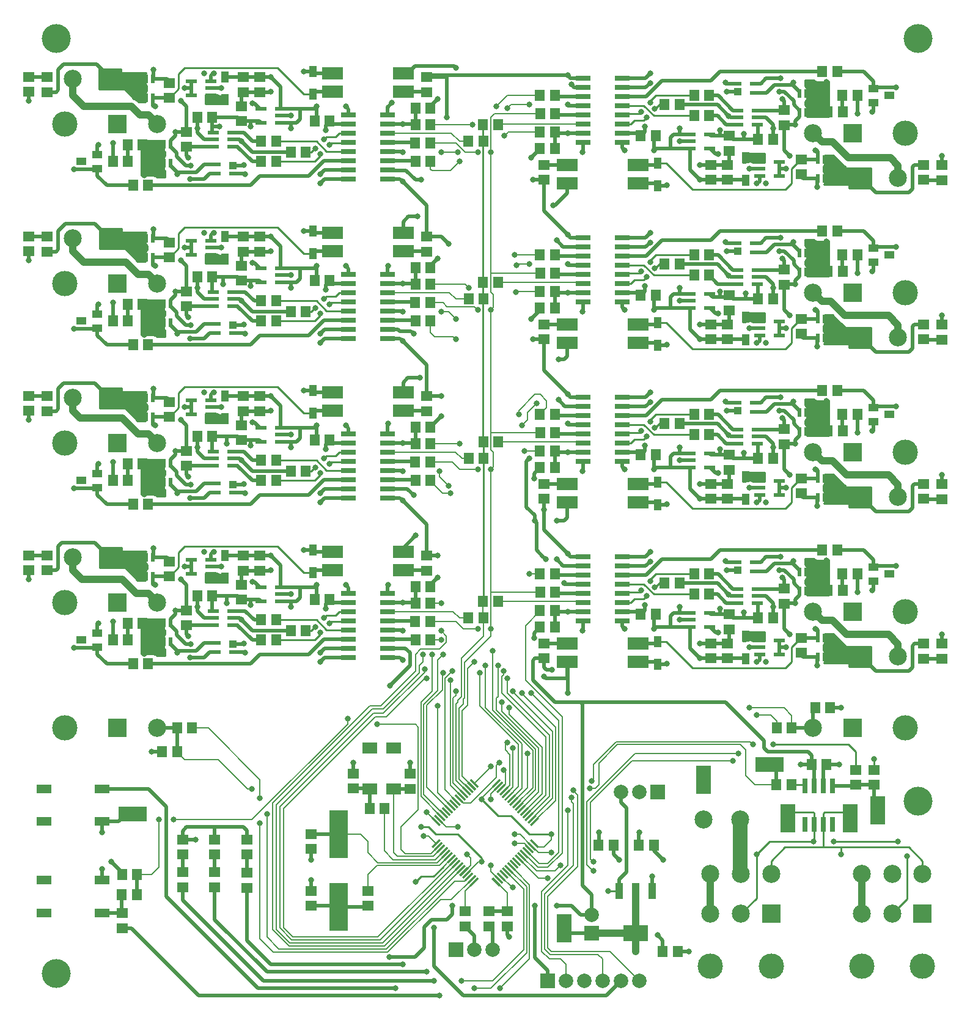
<source format=gtl>
G04 #@! TF.FileFunction,Copper,L1,Top,Signal*
%FSLAX46Y46*%
G04 Gerber Fmt 4.6, Leading zero omitted, Abs format (unit mm)*
G04 Created by KiCad (PCBNEW 4.0.5+dfsg1-4) date Sun Jun 18 17:06:44 2017*
%MOMM*%
%LPD*%
G01*
G04 APERTURE LIST*
%ADD10C,0.100000*%
%ADD11C,4.000000*%
%ADD12R,3.000000X1.700000*%
%ADD13R,1.400000X1.500000*%
%ADD14R,1.400000X1.000000*%
%ADD15R,0.620000X1.220000*%
%ADD16R,1.500000X1.400000*%
%ADD17C,2.500000*%
%ADD18R,2.500000X2.500000*%
%ADD19C,3.508000*%
%ADD20R,1.500000X0.550000*%
%ADD21R,1.000000X1.500000*%
%ADD22R,2.000000X0.750000*%
%ADD23R,1.000000X0.600000*%
%ADD24R,1.000000X1.000000*%
%ADD25R,2.000000X2.000000*%
%ADD26C,2.000000*%
%ADD27R,2.000000X1.300000*%
%ADD28R,2.000000X4.000000*%
%ADD29R,4.000000X2.000000*%
%ADD30R,1.000000X2.250000*%
%ADD31R,3.500000X2.250000*%
%ADD32R,0.750000X2.000000*%
%ADD33R,2.000000X1.600000*%
%ADD34R,2.500000X6.600000*%
%ADD35C,0.800000*%
%ADD36C,0.508000*%
%ADD37C,0.254000*%
%ADD38C,0.203200*%
%ADD39C,1.000000*%
%ADD40C,2.000000*%
G04 APERTURE END LIST*
D10*
D11*
X213360000Y-148844000D03*
X213360000Y-43180000D03*
X93980000Y-43180000D03*
D12*
X142060000Y-50546000D03*
X142060000Y-48006000D03*
X132260000Y-48006000D03*
X132260000Y-50546000D03*
D10*
G36*
X145956024Y-155106544D02*
X147016684Y-154045884D01*
X147228816Y-154258016D01*
X146168156Y-155318676D01*
X145956024Y-155106544D01*
X145956024Y-155106544D01*
G37*
G36*
X146309577Y-155460097D02*
X147370237Y-154399437D01*
X147582369Y-154611569D01*
X146521709Y-155672229D01*
X146309577Y-155460097D01*
X146309577Y-155460097D01*
G37*
G36*
X146663130Y-155813650D02*
X147723790Y-154752990D01*
X147935922Y-154965122D01*
X146875262Y-156025782D01*
X146663130Y-155813650D01*
X146663130Y-155813650D01*
G37*
G36*
X147016684Y-156167204D02*
X148077344Y-155106544D01*
X148289476Y-155318676D01*
X147228816Y-156379336D01*
X147016684Y-156167204D01*
X147016684Y-156167204D01*
G37*
G36*
X147370237Y-156520757D02*
X148430897Y-155460097D01*
X148643029Y-155672229D01*
X147582369Y-156732889D01*
X147370237Y-156520757D01*
X147370237Y-156520757D01*
G37*
G36*
X147723791Y-156874311D02*
X148784451Y-155813651D01*
X148996583Y-156025783D01*
X147935923Y-157086443D01*
X147723791Y-156874311D01*
X147723791Y-156874311D01*
G37*
G36*
X148077344Y-157227864D02*
X149138004Y-156167204D01*
X149350136Y-156379336D01*
X148289476Y-157439996D01*
X148077344Y-157227864D01*
X148077344Y-157227864D01*
G37*
G36*
X148430897Y-157581417D02*
X149491557Y-156520757D01*
X149703689Y-156732889D01*
X148643029Y-157793549D01*
X148430897Y-157581417D01*
X148430897Y-157581417D01*
G37*
G36*
X148784451Y-157934971D02*
X149845111Y-156874311D01*
X150057243Y-157086443D01*
X148996583Y-158147103D01*
X148784451Y-157934971D01*
X148784451Y-157934971D01*
G37*
G36*
X149138004Y-158288524D02*
X150198664Y-157227864D01*
X150410796Y-157439996D01*
X149350136Y-158500656D01*
X149138004Y-158288524D01*
X149138004Y-158288524D01*
G37*
G36*
X149491557Y-158642077D02*
X150552217Y-157581417D01*
X150764349Y-157793549D01*
X149703689Y-158854209D01*
X149491557Y-158642077D01*
X149491557Y-158642077D01*
G37*
G36*
X149845111Y-158995631D02*
X150905771Y-157934971D01*
X151117903Y-158147103D01*
X150057243Y-159207763D01*
X149845111Y-158995631D01*
X149845111Y-158995631D01*
G37*
G36*
X150198664Y-159349184D02*
X151259324Y-158288524D01*
X151471456Y-158500656D01*
X150410796Y-159561316D01*
X150198664Y-159349184D01*
X150198664Y-159349184D01*
G37*
G36*
X150552218Y-159702738D02*
X151612878Y-158642078D01*
X151825010Y-158854210D01*
X150764350Y-159914870D01*
X150552218Y-159702738D01*
X150552218Y-159702738D01*
G37*
G36*
X150905771Y-160056291D02*
X151966431Y-158995631D01*
X152178563Y-159207763D01*
X151117903Y-160268423D01*
X150905771Y-160056291D01*
X150905771Y-160056291D01*
G37*
G36*
X151259324Y-160409844D02*
X152319984Y-159349184D01*
X152532116Y-159561316D01*
X151471456Y-160621976D01*
X151259324Y-160409844D01*
X151259324Y-160409844D01*
G37*
G36*
X159249631Y-151712431D02*
X160310291Y-150651771D01*
X160522423Y-150863903D01*
X159461763Y-151924563D01*
X159249631Y-151712431D01*
X159249631Y-151712431D01*
G37*
G36*
X158896078Y-151358878D02*
X159956738Y-150298218D01*
X160168870Y-150510350D01*
X159108210Y-151571010D01*
X158896078Y-151358878D01*
X158896078Y-151358878D01*
G37*
G36*
X158542524Y-151005324D02*
X159603184Y-149944664D01*
X159815316Y-150156796D01*
X158754656Y-151217456D01*
X158542524Y-151005324D01*
X158542524Y-151005324D01*
G37*
G36*
X158188971Y-150651771D02*
X159249631Y-149591111D01*
X159461763Y-149803243D01*
X158401103Y-150863903D01*
X158188971Y-150651771D01*
X158188971Y-150651771D01*
G37*
G36*
X157835417Y-150298217D02*
X158896077Y-149237557D01*
X159108209Y-149449689D01*
X158047549Y-150510349D01*
X157835417Y-150298217D01*
X157835417Y-150298217D01*
G37*
G36*
X157481864Y-149944664D02*
X158542524Y-148884004D01*
X158754656Y-149096136D01*
X157693996Y-150156796D01*
X157481864Y-149944664D01*
X157481864Y-149944664D01*
G37*
G36*
X157128311Y-149591111D02*
X158188971Y-148530451D01*
X158401103Y-148742583D01*
X157340443Y-149803243D01*
X157128311Y-149591111D01*
X157128311Y-149591111D01*
G37*
G36*
X156774757Y-149237557D02*
X157835417Y-148176897D01*
X158047549Y-148389029D01*
X156986889Y-149449689D01*
X156774757Y-149237557D01*
X156774757Y-149237557D01*
G37*
G36*
X156421204Y-148884004D02*
X157481864Y-147823344D01*
X157693996Y-148035476D01*
X156633336Y-149096136D01*
X156421204Y-148884004D01*
X156421204Y-148884004D01*
G37*
G36*
X156067651Y-148530451D02*
X157128311Y-147469791D01*
X157340443Y-147681923D01*
X156279783Y-148742583D01*
X156067651Y-148530451D01*
X156067651Y-148530451D01*
G37*
G36*
X155714097Y-148176897D02*
X156774757Y-147116237D01*
X156986889Y-147328369D01*
X155926229Y-148389029D01*
X155714097Y-148176897D01*
X155714097Y-148176897D01*
G37*
G36*
X155360544Y-147823344D02*
X156421204Y-146762684D01*
X156633336Y-146974816D01*
X155572676Y-148035476D01*
X155360544Y-147823344D01*
X155360544Y-147823344D01*
G37*
G36*
X155006990Y-147469790D02*
X156067650Y-146409130D01*
X156279782Y-146621262D01*
X155219122Y-147681922D01*
X155006990Y-147469790D01*
X155006990Y-147469790D01*
G37*
G36*
X154653437Y-147116237D02*
X155714097Y-146055577D01*
X155926229Y-146267709D01*
X154865569Y-147328369D01*
X154653437Y-147116237D01*
X154653437Y-147116237D01*
G37*
G36*
X154299884Y-146762684D02*
X155360544Y-145702024D01*
X155572676Y-145914156D01*
X154512016Y-146974816D01*
X154299884Y-146762684D01*
X154299884Y-146762684D01*
G37*
G36*
X159603184Y-152065984D02*
X160663844Y-151005324D01*
X160875976Y-151217456D01*
X159815316Y-152278116D01*
X159603184Y-152065984D01*
X159603184Y-152065984D01*
G37*
G36*
X154299884Y-159561316D02*
X154512016Y-159349184D01*
X155572676Y-160409844D01*
X155360544Y-160621976D01*
X154299884Y-159561316D01*
X154299884Y-159561316D01*
G37*
G36*
X154653437Y-159207763D02*
X154865569Y-158995631D01*
X155926229Y-160056291D01*
X155714097Y-160268423D01*
X154653437Y-159207763D01*
X154653437Y-159207763D01*
G37*
G36*
X155006990Y-158854210D02*
X155219122Y-158642078D01*
X156279782Y-159702738D01*
X156067650Y-159914870D01*
X155006990Y-158854210D01*
X155006990Y-158854210D01*
G37*
G36*
X155360544Y-158500656D02*
X155572676Y-158288524D01*
X156633336Y-159349184D01*
X156421204Y-159561316D01*
X155360544Y-158500656D01*
X155360544Y-158500656D01*
G37*
G36*
X155714097Y-158147103D02*
X155926229Y-157934971D01*
X156986889Y-158995631D01*
X156774757Y-159207763D01*
X155714097Y-158147103D01*
X155714097Y-158147103D01*
G37*
G36*
X156067651Y-157793549D02*
X156279783Y-157581417D01*
X157340443Y-158642077D01*
X157128311Y-158854209D01*
X156067651Y-157793549D01*
X156067651Y-157793549D01*
G37*
G36*
X156421204Y-157439996D02*
X156633336Y-157227864D01*
X157693996Y-158288524D01*
X157481864Y-158500656D01*
X156421204Y-157439996D01*
X156421204Y-157439996D01*
G37*
G36*
X156774757Y-157086443D02*
X156986889Y-156874311D01*
X158047549Y-157934971D01*
X157835417Y-158147103D01*
X156774757Y-157086443D01*
X156774757Y-157086443D01*
G37*
G36*
X157128311Y-156732889D02*
X157340443Y-156520757D01*
X158401103Y-157581417D01*
X158188971Y-157793549D01*
X157128311Y-156732889D01*
X157128311Y-156732889D01*
G37*
G36*
X157481864Y-156379336D02*
X157693996Y-156167204D01*
X158754656Y-157227864D01*
X158542524Y-157439996D01*
X157481864Y-156379336D01*
X157481864Y-156379336D01*
G37*
G36*
X157835417Y-156025783D02*
X158047549Y-155813651D01*
X159108209Y-156874311D01*
X158896077Y-157086443D01*
X157835417Y-156025783D01*
X157835417Y-156025783D01*
G37*
G36*
X158188971Y-155672229D02*
X158401103Y-155460097D01*
X159461763Y-156520757D01*
X159249631Y-156732889D01*
X158188971Y-155672229D01*
X158188971Y-155672229D01*
G37*
G36*
X158542524Y-155318676D02*
X158754656Y-155106544D01*
X159815316Y-156167204D01*
X159603184Y-156379336D01*
X158542524Y-155318676D01*
X158542524Y-155318676D01*
G37*
G36*
X158896078Y-154965122D02*
X159108210Y-154752990D01*
X160168870Y-155813650D01*
X159956738Y-156025782D01*
X158896078Y-154965122D01*
X158896078Y-154965122D01*
G37*
G36*
X159249631Y-154611569D02*
X159461763Y-154399437D01*
X160522423Y-155460097D01*
X160310291Y-155672229D01*
X159249631Y-154611569D01*
X159249631Y-154611569D01*
G37*
G36*
X159603184Y-154258016D02*
X159815316Y-154045884D01*
X160875976Y-155106544D01*
X160663844Y-155318676D01*
X159603184Y-154258016D01*
X159603184Y-154258016D01*
G37*
G36*
X151259324Y-145914156D02*
X151471456Y-145702024D01*
X152532116Y-146762684D01*
X152319984Y-146974816D01*
X151259324Y-145914156D01*
X151259324Y-145914156D01*
G37*
G36*
X150905771Y-146267709D02*
X151117903Y-146055577D01*
X152178563Y-147116237D01*
X151966431Y-147328369D01*
X150905771Y-146267709D01*
X150905771Y-146267709D01*
G37*
G36*
X150552218Y-146621262D02*
X150764350Y-146409130D01*
X151825010Y-147469790D01*
X151612878Y-147681922D01*
X150552218Y-146621262D01*
X150552218Y-146621262D01*
G37*
G36*
X150198664Y-146974816D02*
X150410796Y-146762684D01*
X151471456Y-147823344D01*
X151259324Y-148035476D01*
X150198664Y-146974816D01*
X150198664Y-146974816D01*
G37*
G36*
X149845111Y-147328369D02*
X150057243Y-147116237D01*
X151117903Y-148176897D01*
X150905771Y-148389029D01*
X149845111Y-147328369D01*
X149845111Y-147328369D01*
G37*
G36*
X149491557Y-147681923D02*
X149703689Y-147469791D01*
X150764349Y-148530451D01*
X150552217Y-148742583D01*
X149491557Y-147681923D01*
X149491557Y-147681923D01*
G37*
G36*
X149138004Y-148035476D02*
X149350136Y-147823344D01*
X150410796Y-148884004D01*
X150198664Y-149096136D01*
X149138004Y-148035476D01*
X149138004Y-148035476D01*
G37*
G36*
X148784451Y-148389029D02*
X148996583Y-148176897D01*
X150057243Y-149237557D01*
X149845111Y-149449689D01*
X148784451Y-148389029D01*
X148784451Y-148389029D01*
G37*
G36*
X148430897Y-148742583D02*
X148643029Y-148530451D01*
X149703689Y-149591111D01*
X149491557Y-149803243D01*
X148430897Y-148742583D01*
X148430897Y-148742583D01*
G37*
G36*
X148077344Y-149096136D02*
X148289476Y-148884004D01*
X149350136Y-149944664D01*
X149138004Y-150156796D01*
X148077344Y-149096136D01*
X148077344Y-149096136D01*
G37*
G36*
X147723791Y-149449689D02*
X147935923Y-149237557D01*
X148996583Y-150298217D01*
X148784451Y-150510349D01*
X147723791Y-149449689D01*
X147723791Y-149449689D01*
G37*
G36*
X147370237Y-149803243D02*
X147582369Y-149591111D01*
X148643029Y-150651771D01*
X148430897Y-150863903D01*
X147370237Y-149803243D01*
X147370237Y-149803243D01*
G37*
G36*
X147016684Y-150156796D02*
X147228816Y-149944664D01*
X148289476Y-151005324D01*
X148077344Y-151217456D01*
X147016684Y-150156796D01*
X147016684Y-150156796D01*
G37*
G36*
X146663130Y-150510350D02*
X146875262Y-150298218D01*
X147935922Y-151358878D01*
X147723790Y-151571010D01*
X146663130Y-150510350D01*
X146663130Y-150510350D01*
G37*
G36*
X146309577Y-150863903D02*
X146521709Y-150651771D01*
X147582369Y-151712431D01*
X147370237Y-151924563D01*
X146309577Y-150863903D01*
X146309577Y-150863903D01*
G37*
G36*
X145956024Y-151217456D02*
X146168156Y-151005324D01*
X147228816Y-152065984D01*
X147016684Y-152278116D01*
X145956024Y-151217456D01*
X145956024Y-151217456D01*
G37*
D13*
X155194000Y-55118000D03*
X153144000Y-55118000D03*
X163068000Y-51054000D03*
X161018000Y-51054000D03*
X163086000Y-53594000D03*
X161036000Y-53594000D03*
X161018000Y-58420000D03*
X163068000Y-58420000D03*
X163068000Y-56134000D03*
X161018000Y-56134000D03*
X155194000Y-76962000D03*
X153144000Y-76962000D03*
X163068000Y-73152000D03*
X161018000Y-73152000D03*
X163068000Y-78232000D03*
X161018000Y-78232000D03*
X161018000Y-80518000D03*
X163068000Y-80518000D03*
X163086000Y-75692000D03*
X161036000Y-75692000D03*
X155212000Y-99060000D03*
X153162000Y-99060000D03*
X163068000Y-95250000D03*
X161018000Y-95250000D03*
X161018000Y-102616000D03*
X163068000Y-102616000D03*
X163086000Y-97790000D03*
X161036000Y-97790000D03*
X163068000Y-100330000D03*
X161018000Y-100330000D03*
X155194000Y-121158000D03*
X153144000Y-121158000D03*
X163068000Y-117348000D03*
X161018000Y-117348000D03*
X163068000Y-122428000D03*
X161018000Y-122428000D03*
X163086000Y-119888000D03*
X161036000Y-119888000D03*
X161018000Y-124714000D03*
X163068000Y-124714000D03*
X151112000Y-123444000D03*
X153162000Y-123444000D03*
X143764000Y-126492000D03*
X145814000Y-126492000D03*
X143764000Y-121412000D03*
X145814000Y-121412000D03*
X145814000Y-119126000D03*
X143764000Y-119126000D03*
X143746000Y-123952000D03*
X145796000Y-123952000D03*
X151130000Y-101346000D03*
X153180000Y-101346000D03*
X145814000Y-97028000D03*
X143764000Y-97028000D03*
X143764000Y-104394000D03*
X145814000Y-104394000D03*
X143764000Y-99314000D03*
X145814000Y-99314000D03*
X143746000Y-101854000D03*
X145796000Y-101854000D03*
X151130000Y-79248000D03*
X153180000Y-79248000D03*
X143764000Y-82296000D03*
X145814000Y-82296000D03*
X145814000Y-74930000D03*
X143764000Y-74930000D03*
X143764000Y-77216000D03*
X145814000Y-77216000D03*
X143746000Y-79756000D03*
X145796000Y-79756000D03*
D14*
X209380000Y-51054000D03*
X207180000Y-52004000D03*
X207180000Y-50104000D03*
D15*
X196982000Y-53420000D03*
X197932000Y-53420000D03*
X198882000Y-53420000D03*
X198882000Y-50800000D03*
X196982000Y-50800000D03*
X197932000Y-50800000D03*
D13*
X200896000Y-53340000D03*
X202946000Y-53340000D03*
D16*
X194818000Y-55136000D03*
X194818000Y-53086000D03*
D13*
X204978000Y-51054000D03*
X202928000Y-51054000D03*
X200134000Y-47752000D03*
X202184000Y-47752000D03*
D17*
X198826000Y-56238000D03*
D18*
X204326000Y-56238000D03*
D19*
X211626000Y-56238000D03*
D15*
X199462641Y-62531987D03*
X200412641Y-62531987D03*
X201362641Y-62531987D03*
X201362641Y-59911987D03*
X199462641Y-59911987D03*
X200412641Y-59911987D03*
D16*
X197176641Y-59911987D03*
X197176641Y-61961987D03*
X214122000Y-62738000D03*
X214122000Y-60688000D03*
X216662000Y-62756000D03*
X216662000Y-60706000D03*
X184658000Y-60688000D03*
X184658000Y-62738000D03*
D20*
X194136000Y-62164000D03*
X194136000Y-60264000D03*
X191436000Y-60264000D03*
X191436000Y-62164000D03*
X191436000Y-61214000D03*
D21*
X189484000Y-62764000D03*
X189484000Y-59664000D03*
D16*
X186944000Y-60688000D03*
X186944000Y-62738000D03*
D21*
X177292000Y-60426000D03*
X177292000Y-63526000D03*
D13*
X180340000Y-52324000D03*
X178290000Y-52324000D03*
D22*
X172372000Y-48641000D03*
X172372000Y-49911000D03*
X172372000Y-51181000D03*
X172372000Y-52451000D03*
X172372000Y-53721000D03*
X172372000Y-54991000D03*
X172372000Y-56261000D03*
X172372000Y-57531000D03*
X166972000Y-53721000D03*
X166972000Y-54991000D03*
X166972000Y-56261000D03*
X166972000Y-57531000D03*
X166972000Y-52451000D03*
X166972000Y-51181000D03*
X166972000Y-49911000D03*
X166972000Y-48641000D03*
D12*
X164772000Y-60706000D03*
X164772000Y-63246000D03*
X174572000Y-63246000D03*
X174572000Y-60706000D03*
D13*
X174988000Y-56642000D03*
X177038000Y-56642000D03*
D16*
X161544000Y-60688000D03*
X161544000Y-62738000D03*
X187198000Y-58692000D03*
X187198000Y-56642000D03*
D23*
X190584000Y-50688000D03*
X190584000Y-49388000D03*
D24*
X188384000Y-50538000D03*
D23*
X188384000Y-49388000D03*
D13*
X191244000Y-57150000D03*
X193294000Y-57150000D03*
D20*
X184484000Y-58354000D03*
X184484000Y-56454000D03*
X181784000Y-56454000D03*
X181784000Y-58354000D03*
X181784000Y-57404000D03*
D13*
X184422000Y-53848000D03*
X182372000Y-53848000D03*
X184422000Y-51054000D03*
X182372000Y-51054000D03*
D20*
X188388000Y-53152000D03*
X188388000Y-54102000D03*
X188388000Y-55052000D03*
X191088000Y-55052000D03*
X191088000Y-53152000D03*
X191088000Y-54102000D03*
D13*
X204978000Y-73152000D03*
X202928000Y-73152000D03*
X200896000Y-75438000D03*
X202946000Y-75438000D03*
D15*
X196982000Y-75518000D03*
X197932000Y-75518000D03*
X198882000Y-75518000D03*
X198882000Y-72898000D03*
X196982000Y-72898000D03*
X197932000Y-72898000D03*
X199462641Y-84629987D03*
X200412641Y-84629987D03*
X201362641Y-84629987D03*
X201362641Y-82009987D03*
X199462641Y-82009987D03*
X200412641Y-82009987D03*
D16*
X197176641Y-82009987D03*
X197176641Y-84059987D03*
D13*
X184422000Y-73152000D03*
X182372000Y-73152000D03*
X184422000Y-75946000D03*
X182372000Y-75946000D03*
D20*
X184484000Y-80452000D03*
X184484000Y-78552000D03*
X181784000Y-78552000D03*
X181784000Y-80452000D03*
X181784000Y-79502000D03*
X188388000Y-75250000D03*
X188388000Y-76200000D03*
X188388000Y-77150000D03*
X191088000Y-77150000D03*
X191088000Y-75250000D03*
X191088000Y-76200000D03*
D16*
X194818000Y-77234000D03*
X194818000Y-75184000D03*
D13*
X191244000Y-79248000D03*
X193294000Y-79248000D03*
D23*
X190584000Y-72786000D03*
X190584000Y-71486000D03*
D24*
X188384000Y-72636000D03*
D23*
X188384000Y-71486000D03*
D16*
X187198000Y-80790000D03*
X187198000Y-78740000D03*
X186944000Y-82786000D03*
X186944000Y-84836000D03*
D20*
X194136000Y-84262000D03*
X194136000Y-82362000D03*
X191436000Y-82362000D03*
X191436000Y-84262000D03*
X191436000Y-83312000D03*
D16*
X184658000Y-82786000D03*
X184658000Y-84836000D03*
D21*
X189484000Y-84862000D03*
X189484000Y-81762000D03*
D13*
X174988000Y-78740000D03*
X177038000Y-78740000D03*
D12*
X164772000Y-82804000D03*
X164772000Y-85344000D03*
X174572000Y-85344000D03*
X174572000Y-82804000D03*
D22*
X172372000Y-70739000D03*
X172372000Y-72009000D03*
X172372000Y-73279000D03*
X172372000Y-74549000D03*
X172372000Y-75819000D03*
X172372000Y-77089000D03*
X172372000Y-78359000D03*
X172372000Y-79629000D03*
X166972000Y-75819000D03*
X166972000Y-77089000D03*
X166972000Y-78359000D03*
X166972000Y-79629000D03*
X166972000Y-74549000D03*
X166972000Y-73279000D03*
X166972000Y-72009000D03*
X166972000Y-70739000D03*
D13*
X180340000Y-74422000D03*
X178290000Y-74422000D03*
D16*
X161544000Y-82786000D03*
X161544000Y-84836000D03*
D21*
X177292000Y-82524000D03*
X177292000Y-85624000D03*
D13*
X200134000Y-69850000D03*
X202184000Y-69850000D03*
D14*
X209380000Y-73152000D03*
X207180000Y-74102000D03*
X207180000Y-72202000D03*
D16*
X216662000Y-84854000D03*
X216662000Y-82804000D03*
X214122000Y-84836000D03*
X214122000Y-82786000D03*
D17*
X198826000Y-78336000D03*
D18*
X204326000Y-78336000D03*
D19*
X211626000Y-78336000D03*
D16*
X197176641Y-104107987D03*
X197176641Y-106157987D03*
D15*
X199462641Y-106727987D03*
X200412641Y-106727987D03*
X201362641Y-106727987D03*
X201362641Y-104107987D03*
X199462641Y-104107987D03*
X200412641Y-104107987D03*
D17*
X198826000Y-100434000D03*
D18*
X204326000Y-100434000D03*
D19*
X211626000Y-100434000D03*
D16*
X214122000Y-106934000D03*
X214122000Y-104884000D03*
X216662000Y-106952000D03*
X216662000Y-104902000D03*
D14*
X209380000Y-95250000D03*
X207180000Y-96200000D03*
X207180000Y-94300000D03*
D20*
X194136000Y-106360000D03*
X194136000Y-104460000D03*
X191436000Y-104460000D03*
X191436000Y-106360000D03*
X191436000Y-105410000D03*
D16*
X186944000Y-104884000D03*
X186944000Y-106934000D03*
X184658000Y-104884000D03*
X184658000Y-106934000D03*
D21*
X189484000Y-106960000D03*
X189484000Y-103860000D03*
D13*
X191244000Y-101346000D03*
X193294000Y-101346000D03*
D16*
X194818000Y-99332000D03*
X194818000Y-97282000D03*
D23*
X190584000Y-94884000D03*
X190584000Y-93584000D03*
D24*
X188384000Y-94734000D03*
D23*
X188384000Y-93584000D03*
D20*
X188388000Y-97348000D03*
X188388000Y-98298000D03*
X188388000Y-99248000D03*
X191088000Y-99248000D03*
X191088000Y-97348000D03*
X191088000Y-98298000D03*
D16*
X187198000Y-102888000D03*
X187198000Y-100838000D03*
D21*
X177292000Y-104622000D03*
X177292000Y-107722000D03*
D16*
X161544000Y-104884000D03*
X161544000Y-106934000D03*
D12*
X164772000Y-104902000D03*
X164772000Y-107442000D03*
X174572000Y-107442000D03*
X174572000Y-104902000D03*
D13*
X184422000Y-98044000D03*
X182372000Y-98044000D03*
D20*
X184484000Y-102550000D03*
X184484000Y-100650000D03*
X181784000Y-100650000D03*
X181784000Y-102550000D03*
X181784000Y-101600000D03*
D13*
X180340000Y-96520000D03*
X178290000Y-96520000D03*
D22*
X172372000Y-92837000D03*
X172372000Y-94107000D03*
X172372000Y-95377000D03*
X172372000Y-96647000D03*
X172372000Y-97917000D03*
X172372000Y-99187000D03*
X172372000Y-100457000D03*
X172372000Y-101727000D03*
X166972000Y-97917000D03*
X166972000Y-99187000D03*
X166972000Y-100457000D03*
X166972000Y-101727000D03*
X166972000Y-96647000D03*
X166972000Y-95377000D03*
X166972000Y-94107000D03*
X166972000Y-92837000D03*
D13*
X174988000Y-100838000D03*
X177038000Y-100838000D03*
X184422000Y-95250000D03*
X182372000Y-95250000D03*
X204978000Y-95250000D03*
X202928000Y-95250000D03*
D15*
X196982000Y-97616000D03*
X197932000Y-97616000D03*
X198882000Y-97616000D03*
X198882000Y-94996000D03*
X196982000Y-94996000D03*
X197932000Y-94996000D03*
D13*
X200896000Y-97536000D03*
X202946000Y-97536000D03*
X200134000Y-91948000D03*
X202184000Y-91948000D03*
X191244000Y-123444000D03*
X193294000Y-123444000D03*
D20*
X194136000Y-128458000D03*
X194136000Y-126558000D03*
X191436000Y-126558000D03*
X191436000Y-128458000D03*
X191436000Y-127508000D03*
D21*
X189484000Y-129058000D03*
X189484000Y-125958000D03*
D16*
X194818000Y-121430000D03*
X194818000Y-119380000D03*
D23*
X190584000Y-116982000D03*
X190584000Y-115682000D03*
D24*
X188384000Y-116832000D03*
D23*
X188384000Y-115682000D03*
D16*
X197176641Y-126205987D03*
X197176641Y-128255987D03*
D15*
X199462641Y-128825987D03*
X200412641Y-128825987D03*
X201362641Y-128825987D03*
X201362641Y-126205987D03*
X199462641Y-126205987D03*
X200412641Y-126205987D03*
D16*
X216662000Y-129050000D03*
X216662000Y-127000000D03*
X214122000Y-129050000D03*
X214122000Y-127000000D03*
D17*
X198826000Y-122532000D03*
D18*
X204326000Y-122532000D03*
D19*
X211626000Y-122532000D03*
D15*
X196982000Y-119714000D03*
X197932000Y-119714000D03*
X198882000Y-119714000D03*
X198882000Y-117094000D03*
X196982000Y-117094000D03*
X197932000Y-117094000D03*
D13*
X204978000Y-117348000D03*
X202928000Y-117348000D03*
X200896000Y-119634000D03*
X202946000Y-119634000D03*
X200134000Y-114046000D03*
X202184000Y-114046000D03*
D14*
X209380000Y-117348000D03*
X207180000Y-118298000D03*
X207180000Y-116398000D03*
D20*
X188388000Y-119446000D03*
X188388000Y-120396000D03*
X188388000Y-121346000D03*
X191088000Y-121346000D03*
X191088000Y-119446000D03*
X191088000Y-120396000D03*
D16*
X187198000Y-124986000D03*
X187198000Y-122936000D03*
X186944000Y-126982000D03*
X186944000Y-129032000D03*
D13*
X184422000Y-120142000D03*
X182372000Y-120142000D03*
D16*
X184658000Y-126982000D03*
X184658000Y-129032000D03*
D21*
X177292000Y-126720000D03*
X177292000Y-129820000D03*
D12*
X164772000Y-127000000D03*
X164772000Y-129540000D03*
X174572000Y-129540000D03*
X174572000Y-127000000D03*
D16*
X161544000Y-126982000D03*
X161544000Y-129032000D03*
D13*
X174988000Y-122936000D03*
X177038000Y-122936000D03*
X184422000Y-117348000D03*
X182372000Y-117348000D03*
D22*
X172372000Y-114935000D03*
X172372000Y-116205000D03*
X172372000Y-117475000D03*
X172372000Y-118745000D03*
X172372000Y-120015000D03*
X172372000Y-121285000D03*
X172372000Y-122555000D03*
X172372000Y-123825000D03*
X166972000Y-120015000D03*
X166972000Y-121285000D03*
X166972000Y-122555000D03*
X166972000Y-123825000D03*
X166972000Y-118745000D03*
X166972000Y-117475000D03*
X166972000Y-116205000D03*
X166972000Y-114935000D03*
D13*
X180340000Y-118618000D03*
X178290000Y-118618000D03*
D20*
X184484000Y-124648000D03*
X184484000Y-122748000D03*
X181784000Y-122748000D03*
X181784000Y-124648000D03*
X181784000Y-123698000D03*
D17*
X108006000Y-121308000D03*
D18*
X102506000Y-121308000D03*
D19*
X95206000Y-121308000D03*
D16*
X92710000Y-114790000D03*
X92710000Y-116840000D03*
X90170000Y-114790000D03*
X90170000Y-116840000D03*
D13*
X106698000Y-129794000D03*
X104648000Y-129794000D03*
X105936000Y-124206000D03*
X103886000Y-124206000D03*
X101854000Y-126492000D03*
X103904000Y-126492000D03*
D14*
X97452000Y-126492000D03*
X99652000Y-125542000D03*
X99652000Y-127442000D03*
D15*
X109850000Y-124126000D03*
X108900000Y-124126000D03*
X107950000Y-124126000D03*
X107950000Y-126746000D03*
X109850000Y-126746000D03*
X108900000Y-126746000D03*
X107369359Y-115014013D03*
X106419359Y-115014013D03*
X105469359Y-115014013D03*
X105469359Y-117634013D03*
X107369359Y-117634013D03*
X106419359Y-117634013D03*
D20*
X112696000Y-115382000D03*
X112696000Y-117282000D03*
X115396000Y-117282000D03*
X115396000Y-115382000D03*
X115396000Y-116332000D03*
D16*
X112014000Y-122410000D03*
X112014000Y-124460000D03*
D13*
X115588000Y-120396000D03*
X113538000Y-120396000D03*
D16*
X109655359Y-117634013D03*
X109655359Y-115584013D03*
D21*
X117348000Y-114782000D03*
X117348000Y-117882000D03*
D16*
X119634000Y-118854000D03*
X119634000Y-120904000D03*
X119888000Y-116858000D03*
X119888000Y-114808000D03*
X122174000Y-116858000D03*
X122174000Y-114808000D03*
D23*
X116248000Y-126858000D03*
X116248000Y-128158000D03*
D24*
X118448000Y-127008000D03*
D23*
X118448000Y-128158000D03*
D13*
X122410000Y-123698000D03*
X124460000Y-123698000D03*
D20*
X122348000Y-119192000D03*
X122348000Y-121092000D03*
X125048000Y-121092000D03*
X125048000Y-119192000D03*
X125048000Y-120142000D03*
D13*
X126492000Y-125222000D03*
X128542000Y-125222000D03*
X122410000Y-126492000D03*
X124460000Y-126492000D03*
D20*
X118444000Y-124394000D03*
X118444000Y-123444000D03*
X118444000Y-122494000D03*
X115744000Y-122494000D03*
X115744000Y-124394000D03*
X115744000Y-123444000D03*
D22*
X134460000Y-128905000D03*
X134460000Y-127635000D03*
X134460000Y-126365000D03*
X134460000Y-125095000D03*
X134460000Y-123825000D03*
X134460000Y-122555000D03*
X134460000Y-121285000D03*
X134460000Y-120015000D03*
X139860000Y-123825000D03*
X139860000Y-122555000D03*
X139860000Y-121285000D03*
X139860000Y-120015000D03*
X139860000Y-125095000D03*
X139860000Y-126365000D03*
X139860000Y-127635000D03*
X139860000Y-128905000D03*
D12*
X142060000Y-116840000D03*
X142060000Y-114300000D03*
X132260000Y-114300000D03*
X132260000Y-116840000D03*
D13*
X131844000Y-120904000D03*
X129794000Y-120904000D03*
D21*
X129540000Y-117120000D03*
X129540000Y-114020000D03*
D16*
X145288000Y-116858000D03*
X145288000Y-114808000D03*
D21*
X129540000Y-95022000D03*
X129540000Y-91922000D03*
D13*
X131844000Y-98806000D03*
X129794000Y-98806000D03*
D12*
X142060000Y-94742000D03*
X142060000Y-92202000D03*
X132260000Y-92202000D03*
X132260000Y-94742000D03*
D22*
X134460000Y-106807000D03*
X134460000Y-105537000D03*
X134460000Y-104267000D03*
X134460000Y-102997000D03*
X134460000Y-101727000D03*
X134460000Y-100457000D03*
X134460000Y-99187000D03*
X134460000Y-97917000D03*
X139860000Y-101727000D03*
X139860000Y-100457000D03*
X139860000Y-99187000D03*
X139860000Y-97917000D03*
X139860000Y-102997000D03*
X139860000Y-104267000D03*
X139860000Y-105537000D03*
X139860000Y-106807000D03*
D16*
X145288000Y-94760000D03*
X145288000Y-92710000D03*
X122174000Y-94760000D03*
X122174000Y-92710000D03*
X119888000Y-94760000D03*
X119888000Y-92710000D03*
D21*
X117348000Y-92684000D03*
X117348000Y-95784000D03*
D20*
X122348000Y-97094000D03*
X122348000Y-98994000D03*
X125048000Y-98994000D03*
X125048000Y-97094000D03*
X125048000Y-98044000D03*
D13*
X126492000Y-103124000D03*
X128542000Y-103124000D03*
D16*
X119634000Y-96756000D03*
X119634000Y-98806000D03*
D13*
X122410000Y-104394000D03*
X124460000Y-104394000D03*
X122410000Y-101600000D03*
X124460000Y-101600000D03*
D16*
X109655359Y-95536013D03*
X109655359Y-93486013D03*
X112014000Y-100312000D03*
X112014000Y-102362000D03*
D20*
X112696000Y-93284000D03*
X112696000Y-95184000D03*
X115396000Y-95184000D03*
X115396000Y-93284000D03*
X115396000Y-94234000D03*
X118444000Y-102296000D03*
X118444000Y-101346000D03*
X118444000Y-100396000D03*
X115744000Y-100396000D03*
X115744000Y-102296000D03*
X115744000Y-101346000D03*
D23*
X116248000Y-104760000D03*
X116248000Y-106060000D03*
D24*
X118448000Y-104910000D03*
D23*
X118448000Y-106060000D03*
D13*
X115588000Y-98298000D03*
X113538000Y-98298000D03*
D15*
X109850000Y-102028000D03*
X108900000Y-102028000D03*
X107950000Y-102028000D03*
X107950000Y-104648000D03*
X109850000Y-104648000D03*
X108900000Y-104648000D03*
X107369359Y-92916013D03*
X106419359Y-92916013D03*
X105469359Y-92916013D03*
X105469359Y-95536013D03*
X107369359Y-95536013D03*
X106419359Y-95536013D03*
D16*
X90170000Y-92692000D03*
X90170000Y-94742000D03*
D13*
X101854000Y-104394000D03*
X103904000Y-104394000D03*
X105936000Y-102108000D03*
X103886000Y-102108000D03*
D16*
X92710000Y-92710000D03*
X92710000Y-94760000D03*
D17*
X108006000Y-99210000D03*
D18*
X102506000Y-99210000D03*
D19*
X95206000Y-99210000D03*
D14*
X97452000Y-104394000D03*
X99652000Y-103444000D03*
X99652000Y-105344000D03*
D13*
X106698000Y-107696000D03*
X104648000Y-107696000D03*
X115588000Y-76200000D03*
X113538000Y-76200000D03*
D21*
X117348000Y-70586000D03*
X117348000Y-73686000D03*
D20*
X118444000Y-80198000D03*
X118444000Y-79248000D03*
X118444000Y-78298000D03*
X115744000Y-78298000D03*
X115744000Y-80198000D03*
X115744000Y-79248000D03*
X112696000Y-71186000D03*
X112696000Y-73086000D03*
X115396000Y-73086000D03*
X115396000Y-71186000D03*
X115396000Y-72136000D03*
D23*
X116248000Y-82662000D03*
X116248000Y-83962000D03*
D24*
X118448000Y-82812000D03*
D23*
X118448000Y-83962000D03*
D16*
X112014000Y-78214000D03*
X112014000Y-80264000D03*
D22*
X134460000Y-84709000D03*
X134460000Y-83439000D03*
X134460000Y-82169000D03*
X134460000Y-80899000D03*
X134460000Y-79629000D03*
X134460000Y-78359000D03*
X134460000Y-77089000D03*
X134460000Y-75819000D03*
X139860000Y-79629000D03*
X139860000Y-78359000D03*
X139860000Y-77089000D03*
X139860000Y-75819000D03*
X139860000Y-80899000D03*
X139860000Y-82169000D03*
X139860000Y-83439000D03*
X139860000Y-84709000D03*
D12*
X142060000Y-72644000D03*
X142060000Y-70104000D03*
X132260000Y-70104000D03*
X132260000Y-72644000D03*
D13*
X131844000Y-76708000D03*
X129794000Y-76708000D03*
D16*
X145288000Y-72662000D03*
X145288000Y-70612000D03*
D21*
X129540000Y-72924000D03*
X129540000Y-69824000D03*
D13*
X106698000Y-85598000D03*
X104648000Y-85598000D03*
D14*
X97452000Y-82296000D03*
X99652000Y-81346000D03*
X99652000Y-83246000D03*
D17*
X108006000Y-77112000D03*
D18*
X102506000Y-77112000D03*
D19*
X95206000Y-77112000D03*
D16*
X92710000Y-70612000D03*
X92710000Y-72662000D03*
X90170000Y-70594000D03*
X90170000Y-72644000D03*
D13*
X101854000Y-82296000D03*
X103904000Y-82296000D03*
D15*
X109850000Y-79930000D03*
X108900000Y-79930000D03*
X107950000Y-79930000D03*
X107950000Y-82550000D03*
X109850000Y-82550000D03*
X108900000Y-82550000D03*
D13*
X105936000Y-80010000D03*
X103886000Y-80010000D03*
D16*
X109655359Y-73438013D03*
X109655359Y-71388013D03*
D15*
X107369359Y-70818013D03*
X106419359Y-70818013D03*
X105469359Y-70818013D03*
X105469359Y-73438013D03*
X107369359Y-73438013D03*
X106419359Y-73438013D03*
D16*
X119634000Y-74658000D03*
X119634000Y-76708000D03*
D13*
X126492000Y-81026000D03*
X128542000Y-81026000D03*
X122410000Y-82296000D03*
X124460000Y-82296000D03*
X122410000Y-79502000D03*
X124460000Y-79502000D03*
D16*
X119888000Y-72662000D03*
X119888000Y-70612000D03*
D20*
X122348000Y-74996000D03*
X122348000Y-76896000D03*
X125048000Y-76896000D03*
X125048000Y-74996000D03*
X125048000Y-75946000D03*
D16*
X122174000Y-72662000D03*
X122174000Y-70612000D03*
X135128000Y-145016000D03*
X135128000Y-147066000D03*
X143002000Y-147084000D03*
X143002000Y-145034000D03*
X129286000Y-161272000D03*
X129286000Y-163322000D03*
X129286000Y-153398000D03*
X129286000Y-155448000D03*
D13*
X105174000Y-159004000D03*
X103124000Y-159004000D03*
D16*
X156464000Y-166134000D03*
X156464000Y-164084000D03*
D13*
X200678000Y-143764000D03*
X198628000Y-143764000D03*
D16*
X207264000Y-144508000D03*
X207264000Y-146558000D03*
X119888000Y-50564000D03*
X119888000Y-48514000D03*
X122174000Y-50564000D03*
X122174000Y-48514000D03*
X119634000Y-52560000D03*
X119634000Y-54610000D03*
D13*
X115588000Y-54102000D03*
X113538000Y-54102000D03*
D16*
X111506000Y-158659286D03*
X111506000Y-160709286D03*
X115951000Y-158659286D03*
X115951000Y-160709286D03*
X120396000Y-158750000D03*
X120396000Y-160800000D03*
D13*
X176784000Y-154940000D03*
X174734000Y-154940000D03*
X171196000Y-154940000D03*
X169146000Y-154940000D03*
X178036000Y-169672000D03*
X180086000Y-169672000D03*
D16*
X90170000Y-48496000D03*
X90170000Y-50546000D03*
D21*
X129540000Y-50826000D03*
X129540000Y-47726000D03*
X117348000Y-48488000D03*
X117348000Y-51588000D03*
D14*
X97452000Y-60198000D03*
X99652000Y-59248000D03*
X99652000Y-61148000D03*
D17*
X188722000Y-151384000D03*
X183642000Y-151384000D03*
D25*
X162052000Y-173736000D03*
D26*
X164592000Y-173736000D03*
X167132000Y-173736000D03*
X169672000Y-173736000D03*
X172212000Y-173736000D03*
X174752000Y-173736000D03*
D25*
X149352000Y-169418000D03*
D26*
X151892000Y-169418000D03*
X154432000Y-169418000D03*
D13*
X139464000Y-149860000D03*
X137414000Y-149860000D03*
D16*
X137160000Y-161272000D03*
X137160000Y-163322000D03*
X103124000Y-164338000D03*
X103124000Y-166388000D03*
D13*
X103106000Y-161798000D03*
X105156000Y-161798000D03*
D16*
X153924000Y-166134000D03*
X153924000Y-164084000D03*
X111506000Y-154160000D03*
X111506000Y-156210000D03*
X115951000Y-154160000D03*
X115951000Y-156210000D03*
X120396000Y-154160000D03*
X120396000Y-156210000D03*
X150622000Y-166134000D03*
X150622000Y-164084000D03*
X204724000Y-144508000D03*
X204724000Y-146558000D03*
X92710000Y-48514000D03*
X92710000Y-50564000D03*
X109655359Y-51340013D03*
X109655359Y-49290013D03*
X145288000Y-50564000D03*
X145288000Y-48514000D03*
D13*
X122410000Y-57404000D03*
X124460000Y-57404000D03*
X122410000Y-60198000D03*
X124460000Y-60198000D03*
X143746000Y-57658000D03*
X145796000Y-57658000D03*
X126492000Y-58928000D03*
X128542000Y-58928000D03*
X151112000Y-57404000D03*
X153162000Y-57404000D03*
X143764000Y-55118000D03*
X145814000Y-55118000D03*
X131844000Y-54610000D03*
X129794000Y-54610000D03*
X145814000Y-52832000D03*
X143764000Y-52832000D03*
D16*
X112014000Y-56116000D03*
X112014000Y-58166000D03*
D13*
X105936000Y-57912000D03*
X103886000Y-57912000D03*
X106698000Y-63500000D03*
X104648000Y-63500000D03*
D27*
X100330000Y-151638000D03*
X100330000Y-147138000D03*
X92330000Y-147138000D03*
X92330000Y-151638000D03*
X92330000Y-159766000D03*
X92330000Y-164266000D03*
X100330000Y-164266000D03*
X100330000Y-159766000D03*
D28*
X164338000Y-166432000D03*
X203962000Y-151192000D03*
X207772000Y-150052000D03*
X195326000Y-151192000D03*
D29*
X192848000Y-143764000D03*
D25*
X177292000Y-147574000D03*
D26*
X174752000Y-147574000D03*
X172212000Y-147574000D03*
D30*
X171958000Y-161290000D03*
X174258000Y-161290000D03*
D31*
X174258000Y-167090000D03*
D30*
X176558000Y-161290000D03*
D32*
X197739000Y-152052000D03*
X199009000Y-152052000D03*
X200279000Y-152052000D03*
X201549000Y-152052000D03*
X197739000Y-146652000D03*
X199009000Y-146652000D03*
X200279000Y-146652000D03*
X201549000Y-146652000D03*
D22*
X134460000Y-62611000D03*
X134460000Y-61341000D03*
X134460000Y-60071000D03*
X134460000Y-58801000D03*
X134460000Y-57531000D03*
X134460000Y-56261000D03*
X134460000Y-54991000D03*
X134460000Y-53721000D03*
X139860000Y-57531000D03*
X139860000Y-56261000D03*
X139860000Y-54991000D03*
X139860000Y-53721000D03*
X139860000Y-58801000D03*
X139860000Y-60071000D03*
X139860000Y-61341000D03*
X139860000Y-62611000D03*
D23*
X116248000Y-60564000D03*
X116248000Y-61864000D03*
D24*
X118448000Y-60714000D03*
D23*
X118448000Y-61864000D03*
D33*
X140716000Y-147128000D03*
X140716000Y-141478000D03*
X137416000Y-141478000D03*
X137416000Y-147128000D03*
D34*
X133096000Y-163416000D03*
X133096000Y-153416000D03*
D17*
X108006000Y-55014000D03*
D18*
X102506000Y-55014000D03*
D19*
X95206000Y-55014000D03*
D15*
X109850000Y-57832000D03*
X108900000Y-57832000D03*
X107950000Y-57832000D03*
X107950000Y-60452000D03*
X109850000Y-60452000D03*
X108900000Y-60452000D03*
X107369359Y-48720013D03*
X106419359Y-48720013D03*
X105469359Y-48720013D03*
X105469359Y-51340013D03*
X107369359Y-51340013D03*
X106419359Y-51340013D03*
D20*
X122348000Y-52898000D03*
X122348000Y-54798000D03*
X125048000Y-54798000D03*
X125048000Y-52898000D03*
X125048000Y-53848000D03*
X112696000Y-49088000D03*
X112696000Y-50988000D03*
X115396000Y-50988000D03*
X115396000Y-49088000D03*
X115396000Y-50038000D03*
X118444000Y-58100000D03*
X118444000Y-57150000D03*
X118444000Y-56200000D03*
X115744000Y-56200000D03*
X115744000Y-58100000D03*
X115744000Y-57150000D03*
D13*
X101854000Y-60198000D03*
X103904000Y-60198000D03*
X143764000Y-60198000D03*
X145814000Y-60198000D03*
D25*
X168148000Y-167132000D03*
D26*
X168148000Y-164592000D03*
D19*
X184640000Y-171704000D03*
D17*
X184640000Y-158904000D03*
X188840000Y-158904000D03*
X193040000Y-158904000D03*
D18*
X193040000Y-164404000D03*
D17*
X188840000Y-164404000D03*
X184640000Y-164404000D03*
D19*
X193040000Y-171704000D03*
X205604000Y-171704000D03*
D17*
X205604000Y-158904000D03*
X209804000Y-158904000D03*
X214004000Y-158904000D03*
D18*
X214004000Y-164404000D03*
D17*
X209804000Y-164404000D03*
X205604000Y-164404000D03*
D19*
X214004000Y-171704000D03*
D17*
X96266000Y-48768000D03*
X101346000Y-48768000D03*
X96266000Y-70866000D03*
X101346000Y-70866000D03*
X96266000Y-92964000D03*
X101346000Y-92964000D03*
X96266000Y-115062000D03*
X101346000Y-115062000D03*
X210566000Y-128778000D03*
X205486000Y-128778000D03*
X210566000Y-106680000D03*
X205486000Y-106680000D03*
X210566000Y-84582000D03*
X205486000Y-84582000D03*
X210566000Y-62484000D03*
X205486000Y-62484000D03*
D13*
X193784000Y-146558000D03*
X195834000Y-146558000D03*
D17*
X108006000Y-138684000D03*
D18*
X102506000Y-138684000D03*
D19*
X95206000Y-138684000D03*
D17*
X198826000Y-138684000D03*
D18*
X204326000Y-138684000D03*
D19*
X211626000Y-138684000D03*
D28*
X183642000Y-145858000D03*
D29*
X104586000Y-150622000D03*
D13*
X110744000Y-138684000D03*
X112794000Y-138684000D03*
X195852000Y-138684000D03*
X193802000Y-138684000D03*
D11*
X93980000Y-172720000D03*
D13*
X108694000Y-141986000D03*
X110744000Y-141986000D03*
X201186000Y-135890000D03*
X199136000Y-135890000D03*
D35*
X202692000Y-135890000D03*
X107188000Y-141986000D03*
X176530000Y-159258000D03*
X207264000Y-143002000D03*
X178054000Y-156972000D03*
X171958000Y-156972000D03*
X156718000Y-167640000D03*
X144526000Y-62738000D03*
X140462000Y-52070000D03*
X165354000Y-49530000D03*
X177292000Y-167386000D03*
X140208000Y-132842000D03*
X101600000Y-157226000D03*
X100330000Y-158242000D03*
X100330000Y-153162000D03*
X113284000Y-154178000D03*
X129286000Y-159766000D03*
X129286000Y-156972000D03*
X143002000Y-143510000D03*
X135128000Y-143510000D03*
X202438000Y-143764000D03*
X154178000Y-148590000D03*
X157480000Y-153416000D03*
X162560000Y-155956000D03*
X150876000Y-156210000D03*
X154178000Y-157734000D03*
X149606000Y-152400000D03*
X160192922Y-126231140D03*
X160198873Y-104085558D03*
X163322000Y-115316000D03*
X163576000Y-93218000D03*
X163322000Y-71120000D03*
X143510000Y-84074000D03*
X143510000Y-106426000D03*
X146812000Y-51562000D03*
X146812000Y-73660000D03*
X139954000Y-74676000D03*
X139954000Y-96520000D03*
X147320000Y-95504000D03*
X139954000Y-118872000D03*
X146812000Y-117856000D03*
X166878000Y-125222000D03*
X166878000Y-103124000D03*
X166878000Y-81026000D03*
X159766000Y-82042000D03*
X166878000Y-58928000D03*
X159766000Y-59690000D03*
X140144501Y-170433999D03*
X148844000Y-163322000D03*
X197104000Y-143764000D03*
X152908000Y-148590000D03*
X162560000Y-153416000D03*
X152907992Y-157226000D03*
X157226000Y-160782000D03*
X145288000Y-150368000D03*
X147066000Y-175768000D03*
X160274004Y-163322000D03*
X163322000Y-163322000D03*
X162704889Y-130595552D03*
X148336000Y-71628000D03*
X147320000Y-92710000D03*
X146812000Y-114808000D03*
X161544000Y-108458000D03*
X160020000Y-84836000D03*
X160020000Y-62738000D03*
X148082000Y-54102000D03*
X144526000Y-152400000D03*
X141986000Y-62992000D03*
X141986000Y-85090000D03*
X141986000Y-107188000D03*
X141986000Y-129286000D03*
X164846000Y-114554000D03*
X164846000Y-92456000D03*
X164846000Y-70358000D03*
X164846000Y-48260000D03*
X144875200Y-153670000D03*
X143764000Y-160020000D03*
X146304000Y-166370000D03*
X157480000Y-154686000D03*
X108204000Y-151384000D03*
X110236000Y-151384000D03*
X134366000Y-137414000D03*
X138430000Y-138176000D03*
X174244000Y-169672000D03*
X170434000Y-161290000D03*
X202692000Y-156210000D03*
X211836000Y-156464000D03*
X191008000Y-156210000D03*
X198882000Y-154432000D03*
X210566000Y-154432000D03*
X201676000Y-154432000D03*
X141986000Y-54991000D03*
X131318000Y-55880000D03*
X112677629Y-60775978D03*
X112522000Y-62591990D03*
X111760034Y-50038000D03*
X110490000Y-56134000D03*
X111252000Y-51816000D03*
X120904000Y-55372016D03*
X116586000Y-55372000D03*
X112268000Y-59690000D03*
X150113990Y-173736000D03*
X146304000Y-173736000D03*
X151892000Y-174752000D03*
X145288000Y-172466002D03*
X155448000Y-174752000D03*
X141986000Y-171450000D03*
X174752000Y-153162000D03*
X169164000Y-153162000D03*
X181610000Y-169672000D03*
X107696000Y-52577980D03*
X101854000Y-57658000D03*
X96483813Y-61294485D03*
X164896819Y-150114000D03*
X154178000Y-144018000D03*
X155956000Y-144526000D03*
X165354000Y-148336000D03*
X155399516Y-143437278D03*
X165607998Y-147320000D03*
X107442000Y-47498000D03*
X110744000Y-61976000D03*
X140970000Y-174752000D03*
X168148000Y-146050000D03*
X190500000Y-140970000D03*
X193294000Y-140970000D03*
X156464000Y-140716000D03*
X141986000Y-58928000D03*
X131826000Y-57912000D03*
X130556000Y-59182000D03*
X119666539Y-57372866D03*
X131064000Y-57150000D03*
X129898065Y-58358567D03*
X115824000Y-48005988D03*
X120142000Y-61976024D03*
X167894000Y-147066000D03*
X157226000Y-141478000D03*
X121168583Y-52092650D03*
X130556000Y-63246000D03*
X130048000Y-52578000D03*
X126492000Y-55626000D03*
X123698000Y-48514000D03*
X130556000Y-85344000D03*
X126492000Y-77724000D03*
X123698000Y-70612000D03*
X130048000Y-74676000D03*
X141986000Y-77089000D03*
X131318000Y-77978000D03*
X111252000Y-73914000D03*
X111760034Y-72136000D03*
X112522000Y-84689990D03*
X112677629Y-82873978D03*
X110490000Y-78232000D03*
X120904000Y-77470000D03*
X117094000Y-77216000D03*
X112268000Y-81788000D03*
X130556000Y-107442000D03*
X126492000Y-99822000D03*
X130048000Y-96774000D03*
X123698000Y-92710000D03*
X141986000Y-99187000D03*
X131318000Y-100076000D03*
X111760034Y-94234000D03*
X110490000Y-100330000D03*
X111252000Y-96012000D03*
X112677629Y-104971978D03*
X112522000Y-106787990D03*
X120904000Y-99568000D03*
X117602000Y-99314000D03*
X112268000Y-103886000D03*
X107696000Y-74675980D03*
X101854000Y-79756000D03*
X96483813Y-83392485D03*
X107696000Y-96773980D03*
X101854000Y-101854000D03*
X96483813Y-105490485D03*
X107442000Y-69596000D03*
X110744000Y-84074000D03*
X107442000Y-91694000D03*
X110744000Y-106172000D03*
X141986000Y-81026000D03*
X130556000Y-81280000D03*
X131826000Y-80010000D03*
X119666539Y-79470866D03*
X129898065Y-80456567D03*
X131064000Y-79248000D03*
X115824000Y-70103988D03*
X121168583Y-74190650D03*
X120142000Y-84074024D03*
X141986000Y-103124000D03*
X131826000Y-102108000D03*
X130556000Y-103378000D03*
X119666539Y-101568866D03*
X129898065Y-102554567D03*
X131064000Y-101346000D03*
X115824000Y-92201988D03*
X121168583Y-96288650D03*
X120142000Y-106172024D03*
X90169994Y-51816000D03*
X130556000Y-61961894D03*
X119971857Y-60707765D03*
X113538000Y-55626000D03*
X99822000Y-57912000D03*
X134112000Y-52578000D03*
X128270000Y-47752000D03*
X126492000Y-53848000D03*
X123698000Y-50546000D03*
X114515987Y-48006000D03*
X116840000Y-50038000D03*
X130556000Y-84059894D03*
X119971857Y-82805765D03*
X126492000Y-75946000D03*
X90169994Y-73914000D03*
X99822000Y-80010000D03*
X116840000Y-72136000D03*
X114515987Y-70104000D03*
X113538000Y-77724000D03*
X134112000Y-74676000D03*
X128270000Y-69850000D03*
X123698000Y-72644000D03*
X113538000Y-99822000D03*
X114515987Y-92202000D03*
X130556000Y-106157894D03*
X123698000Y-94742000D03*
X126492000Y-98044000D03*
X134112000Y-96774000D03*
X99822000Y-102108000D03*
X90169994Y-96012000D03*
X116840000Y-94234000D03*
X119971857Y-104903765D03*
X128270000Y-91948000D03*
X123698000Y-116840000D03*
X114515987Y-114300000D03*
X130556000Y-128255894D03*
X134112000Y-118872000D03*
X119971857Y-127001765D03*
X116840000Y-116332000D03*
X128270000Y-114046000D03*
X126492000Y-120142000D03*
X113538000Y-121920000D03*
X99822000Y-124206000D03*
X90169994Y-118110000D03*
X130556000Y-129540000D03*
X126492000Y-121920000D03*
X123698000Y-114808000D03*
X130048000Y-118872000D03*
X141986000Y-121285000D03*
X131318000Y-122174000D03*
X112522000Y-128885990D03*
X112677629Y-127069978D03*
X110490000Y-122428000D03*
X111252000Y-118110000D03*
X111760034Y-116332000D03*
X120904000Y-121666022D03*
X117602000Y-121412000D03*
X112268000Y-125984000D03*
X176276000Y-115584106D03*
X186860143Y-116838235D03*
X180340000Y-123698000D03*
X172720000Y-124968000D03*
X189992000Y-127508000D03*
X183134000Y-127000000D03*
X178562000Y-129794000D03*
X193294000Y-121920000D03*
X216662006Y-125730000D03*
X192316013Y-129540000D03*
X207010000Y-119634000D03*
X176276000Y-114300000D03*
X180340000Y-121920000D03*
X176784000Y-124968000D03*
X183134000Y-129032000D03*
X164846000Y-122555000D03*
X175514000Y-121666000D03*
X194310000Y-114954010D03*
X196342000Y-121412000D03*
X194154371Y-116770022D03*
X195071966Y-127508000D03*
X195580000Y-125730000D03*
X185928000Y-122173990D03*
X189230000Y-122682000D03*
X194564000Y-117856000D03*
X192316013Y-107442000D03*
X189992000Y-105410000D03*
X183134000Y-104902000D03*
X176276000Y-93486106D03*
X186860143Y-94740235D03*
X193294000Y-99822000D03*
X178562000Y-107696000D03*
X180340000Y-101600000D03*
X172720000Y-102870000D03*
X216662006Y-103632000D03*
X207010000Y-97536000D03*
X183134000Y-106934000D03*
X176276000Y-92202000D03*
X180340000Y-99822000D03*
X176784000Y-102870000D03*
X164846000Y-100457000D03*
X175514000Y-99568000D03*
X194310000Y-92856010D03*
X194154371Y-94672022D03*
X195071966Y-105410000D03*
X195580000Y-103632000D03*
X196342000Y-99314000D03*
X185928000Y-100076000D03*
X189230000Y-100584000D03*
X194564000Y-95758000D03*
X189992000Y-83312000D03*
X192316013Y-85344000D03*
X183134000Y-82804000D03*
X178562000Y-85598000D03*
X172720000Y-80772000D03*
X180340000Y-79502000D03*
X176276000Y-71388106D03*
X186860143Y-72642235D03*
X193294000Y-77724000D03*
X207010000Y-75438000D03*
X216662006Y-81534000D03*
X176784000Y-80772000D03*
X183134000Y-84836000D03*
X180340000Y-77724000D03*
X176276000Y-70104000D03*
X164846000Y-78359000D03*
X175514000Y-77470000D03*
X194310000Y-70758010D03*
X196342000Y-77216000D03*
X194154371Y-72574022D03*
X195071966Y-83312000D03*
X195580000Y-81534000D03*
X189484000Y-78486000D03*
X185928000Y-78232000D03*
X194564000Y-73660000D03*
X192316013Y-63246000D03*
X193294000Y-55626000D03*
X207010000Y-53340000D03*
X216662006Y-59436000D03*
X189992000Y-61214000D03*
X183134000Y-60706000D03*
X186860143Y-50544235D03*
X180340000Y-57404000D03*
X178562000Y-63500000D03*
X172720000Y-58674000D03*
X176276000Y-49290106D03*
X183134000Y-62738000D03*
X180340000Y-55626000D03*
X176784000Y-58674000D03*
X176276000Y-48006000D03*
X164846000Y-56261000D03*
X175514000Y-55372000D03*
X195580000Y-59436000D03*
X195071966Y-61214000D03*
X194310000Y-48660010D03*
X194154371Y-50476022D03*
X196342000Y-55118000D03*
X189230000Y-56388000D03*
X185928000Y-55880000D03*
X194564000Y-51562000D03*
X107696000Y-118871980D03*
X101854000Y-123952000D03*
X96483813Y-127588485D03*
X199136000Y-124968020D03*
X204978000Y-119888000D03*
X210348187Y-116251515D03*
X199136000Y-102870020D03*
X204978000Y-97790000D03*
X210348187Y-94153515D03*
X199136000Y-80772020D03*
X204978000Y-75692000D03*
X210348187Y-72055515D03*
X199136000Y-58674020D03*
X204978000Y-53594000D03*
X210348187Y-49957515D03*
X107442000Y-113792000D03*
X110744000Y-128270000D03*
X199390000Y-130048000D03*
X196088000Y-115570000D03*
X199390000Y-107950000D03*
X196088000Y-93472000D03*
X199390000Y-85852000D03*
X196088000Y-71374000D03*
X199390000Y-63754000D03*
X196088000Y-49276000D03*
X141986000Y-125222000D03*
X131826000Y-124206000D03*
X130556000Y-125476000D03*
X119666539Y-123666866D03*
X129898065Y-124652567D03*
X131064000Y-123444000D03*
X115824000Y-114299988D03*
X121168583Y-118386650D03*
X120142000Y-128270024D03*
X164337998Y-118618000D03*
X176276000Y-118364000D03*
X175006000Y-119634000D03*
X187165461Y-120173134D03*
X176933935Y-119187433D03*
X175768000Y-120396000D03*
X191008000Y-129540012D03*
X185663417Y-125453350D03*
X186690000Y-115569976D03*
X164846000Y-96520000D03*
X176276000Y-96266000D03*
X175006000Y-97536000D03*
X187165461Y-98075134D03*
X176933935Y-97089433D03*
X175768000Y-98298000D03*
X191008000Y-107442012D03*
X185663417Y-103355350D03*
X186690000Y-93471976D03*
X164846000Y-74422000D03*
X175006000Y-75438000D03*
X176276000Y-74168000D03*
X187165461Y-75977134D03*
X175768000Y-76200000D03*
X176933935Y-74991433D03*
X191008000Y-85344012D03*
X185663417Y-81257350D03*
X186690000Y-71373976D03*
X164846000Y-52324000D03*
X175006000Y-53340000D03*
X176276000Y-52070000D03*
X187165461Y-53879134D03*
X176933935Y-52893433D03*
X175768000Y-54102000D03*
X191008000Y-63246012D03*
X185663417Y-59159350D03*
X186690000Y-49275976D03*
X106172000Y-62095998D03*
X106172000Y-60706000D03*
X106172000Y-59182000D03*
X106172000Y-82804000D03*
X106172000Y-84193998D03*
X106172000Y-81280000D03*
X106172000Y-103378000D03*
X106172000Y-106291998D03*
X106172000Y-104902000D03*
X106172000Y-128389998D03*
X106172000Y-125476000D03*
X106172000Y-127000000D03*
X200660000Y-115450002D03*
X200660000Y-118364000D03*
X200660000Y-116840000D03*
X200660000Y-96266000D03*
X200660000Y-93352002D03*
X200660000Y-94742000D03*
X200660000Y-72644000D03*
X200660000Y-74168000D03*
X200660000Y-71254002D03*
X200660000Y-52070000D03*
X200660000Y-50546000D03*
X200660000Y-49156002D03*
X116293103Y-51839637D03*
X116293103Y-73937637D03*
X116293103Y-96035637D03*
X116293103Y-118133637D03*
X190538897Y-125706363D03*
X190538897Y-103608363D03*
X190538897Y-81510363D03*
X190538897Y-59412363D03*
X162814000Y-66293994D03*
X164846000Y-133858000D03*
X161544000Y-131572000D03*
X161798000Y-115316000D03*
X163322000Y-109982000D03*
X160274000Y-109982000D03*
X159512000Y-101346000D03*
X163576000Y-87630000D03*
X143764000Y-112014000D03*
X144367200Y-90170000D03*
X144018000Y-67818000D03*
X149352000Y-47244000D03*
X146812008Y-135636000D03*
X149860000Y-60198000D03*
X147320008Y-58928000D03*
X149606000Y-58928000D03*
X149352000Y-133604000D03*
X154178000Y-124968000D03*
X152400000Y-124968000D03*
X152400011Y-102870000D03*
X154178000Y-102870000D03*
X152400000Y-80772000D03*
X154178000Y-80772000D03*
X154178000Y-58928000D03*
X152400000Y-58928000D03*
X151892000Y-129540000D03*
X151638000Y-55118000D03*
X147570071Y-131060071D03*
X149352000Y-84836000D03*
X147319988Y-81026000D03*
X148844000Y-130810000D03*
X149352008Y-82042000D03*
X148590000Y-132080000D03*
X151130000Y-77724000D03*
X147574000Y-128524000D03*
X148590000Y-106172000D03*
X147066000Y-103124000D03*
X145034000Y-130556000D03*
X148336018Y-105156000D03*
X145288000Y-131826000D03*
X149860000Y-99314000D03*
X146050000Y-128524000D03*
X147320000Y-126492000D03*
X147320000Y-125222000D03*
X144780000Y-128524000D03*
X147320000Y-121412000D03*
X156718000Y-135890000D03*
X159512000Y-117348000D03*
X159766000Y-133858000D03*
X155702000Y-135127988D03*
X158083221Y-95250000D03*
X158489632Y-96774000D03*
X157226000Y-133604000D03*
X160528000Y-93726000D03*
X158896043Y-100330000D03*
X158496004Y-133858000D03*
X157480004Y-73152000D03*
X155194000Y-130048000D03*
X157784815Y-74587887D03*
X155956000Y-130810000D03*
X159512000Y-74422000D03*
X157676810Y-78304961D03*
X156464000Y-131826000D03*
X154432000Y-128016000D03*
X154940000Y-52578000D03*
X152654000Y-131064000D03*
X156464000Y-52832000D03*
X159512000Y-52324000D03*
X153473200Y-130048000D03*
X156051221Y-56642000D03*
X159258000Y-142240000D03*
X123190026Y-150622000D03*
X121094500Y-147129500D03*
X168402000Y-157226000D03*
X163830000Y-157734000D03*
X187706000Y-143256000D03*
X189992000Y-135890000D03*
X122237500Y-148399500D03*
X122237500Y-151828500D03*
X168401982Y-158496000D03*
X162052000Y-159512000D03*
X188468000Y-142240000D03*
X191008000Y-136906000D03*
D36*
X108694000Y-141986000D02*
X107188000Y-141986000D01*
X201186000Y-135890000D02*
X202692000Y-135890000D01*
X176558000Y-161290000D02*
X176558000Y-159286000D01*
X176558000Y-159286000D02*
X176530000Y-159258000D01*
D37*
X207264000Y-144508000D02*
X207264000Y-143002000D01*
D36*
X176784000Y-154940000D02*
X176784000Y-155702000D01*
X176784000Y-155702000D02*
X178054000Y-156972000D01*
X171196000Y-154940000D02*
X171196000Y-156210000D01*
X171196000Y-156210000D02*
X171958000Y-156972000D01*
X156464000Y-166134000D02*
X156464000Y-167386000D01*
X156464000Y-167386000D02*
X156718000Y-167640000D01*
X139860000Y-61341000D02*
X139924201Y-61405201D01*
X139924201Y-61405201D02*
X142431201Y-61405201D01*
X142431201Y-61405201D02*
X143764000Y-62738000D01*
X143764000Y-62738000D02*
X144526000Y-62738000D01*
X139860000Y-52672000D02*
X140462000Y-52070000D01*
X166972000Y-49911000D02*
X165735000Y-49911000D01*
X165735000Y-49911000D02*
X165354000Y-49530000D01*
X178036000Y-169672000D02*
X178036000Y-168130000D01*
X178036000Y-168130000D02*
X177292000Y-167386000D01*
X139860000Y-127635000D02*
X142367000Y-127635000D01*
X142367000Y-127635000D02*
X143002000Y-128270000D01*
X143002000Y-128270000D02*
X143002000Y-130048000D01*
X143002000Y-130048000D02*
X140208000Y-132842000D01*
X103632000Y-150622000D02*
X102616000Y-151638000D01*
X102616000Y-151638000D02*
X100330000Y-151638000D01*
X103886000Y-150622000D02*
X103632000Y-150622000D01*
X103124000Y-159004000D02*
X103124000Y-158750000D01*
X103124000Y-158750000D02*
X101600000Y-157226000D01*
X100330000Y-159766000D02*
X100330000Y-158242000D01*
X100330000Y-151638000D02*
X100330000Y-153162000D01*
X111506000Y-154160000D02*
X113266000Y-154160000D01*
X113266000Y-154160000D02*
X113284000Y-154178000D01*
X129286000Y-161272000D02*
X129286000Y-159766000D01*
X129286000Y-155448000D02*
X129286000Y-156972000D01*
X143002000Y-145034000D02*
X143002000Y-143510000D01*
X135128000Y-145016000D02*
X135128000Y-143510000D01*
X200279000Y-146652000D02*
X200279000Y-144163000D01*
X200279000Y-144163000D02*
X200678000Y-143764000D01*
X202438000Y-143764000D02*
X200678000Y-143764000D01*
D38*
X155289833Y-146691973D02*
X154178000Y-147803806D01*
X154178000Y-147803806D02*
X154178000Y-148590000D01*
X159886027Y-155035833D02*
X158266194Y-153416000D01*
X158266194Y-153416000D02*
X157480000Y-153416000D01*
X162560000Y-155956000D02*
X160806194Y-155956000D01*
X160806194Y-155956000D02*
X159886027Y-155035833D01*
X151384000Y-156718000D02*
X151384000Y-157668874D01*
X151384000Y-157668874D02*
X150481507Y-158571367D01*
X150876000Y-156210000D02*
X151384000Y-156718000D01*
X155289833Y-159632027D02*
X154178000Y-158520194D01*
X154178000Y-158520194D02*
X154178000Y-157734000D01*
X149606000Y-152400000D02*
X148057806Y-152400000D01*
X148057806Y-152400000D02*
X146945973Y-151288167D01*
D36*
X160198873Y-103519873D02*
X160198873Y-104085558D01*
X160198873Y-103435127D02*
X160198873Y-103519873D01*
X161018000Y-102616000D02*
X160198873Y-103435127D01*
X166972000Y-116205000D02*
X164211000Y-116205000D01*
X164211000Y-116205000D02*
X163322000Y-115316000D01*
X166972000Y-94107000D02*
X164465000Y-94107000D01*
X164465000Y-94107000D02*
X163576000Y-93218000D01*
X163322000Y-71120000D02*
X164211000Y-72009000D01*
X164211000Y-72009000D02*
X166972000Y-72009000D01*
X143510000Y-84074000D02*
X143110001Y-83674001D01*
X141368000Y-83439000D02*
X139860000Y-83439000D01*
X143110001Y-83674001D02*
X141603001Y-83674001D01*
X141603001Y-83674001D02*
X141368000Y-83439000D01*
X139860000Y-105537000D02*
X142621000Y-105537000D01*
X142621000Y-105537000D02*
X143510000Y-106426000D01*
X160192922Y-125665455D02*
X160192922Y-126231140D01*
X161018000Y-124714000D02*
X160192922Y-125539078D01*
X160192922Y-125539078D02*
X160192922Y-125665455D01*
X161018000Y-58420000D02*
X161018000Y-58438000D01*
X115951000Y-154160000D02*
X115951000Y-152527000D01*
X115951000Y-152527000D02*
X116078000Y-152400000D01*
X116078000Y-152400000D02*
X115824000Y-152400000D01*
X112058000Y-152400000D02*
X115824000Y-152400000D01*
X115824000Y-152400000D02*
X119888000Y-152400000D01*
X119888000Y-152400000D02*
X120396000Y-152908000D01*
X120396000Y-152908000D02*
X120396000Y-154160000D01*
X111506000Y-154160000D02*
X111506000Y-152952000D01*
X111506000Y-152952000D02*
X112058000Y-152400000D01*
X139860000Y-53721000D02*
X139860000Y-52672000D01*
X139860000Y-52672000D02*
X139954000Y-52578000D01*
X145814000Y-52832000D02*
X145814000Y-52560000D01*
X145814000Y-52560000D02*
X146812000Y-51562000D01*
X145814000Y-74930000D02*
X145814000Y-74658000D01*
X145814000Y-74658000D02*
X146812000Y-73660000D01*
X139860000Y-75819000D02*
X139860000Y-74770000D01*
X139860000Y-74770000D02*
X139954000Y-74676000D01*
X139860000Y-97917000D02*
X139860000Y-96614000D01*
X139860000Y-96614000D02*
X139954000Y-96520000D01*
X145814000Y-97028000D02*
X145814000Y-97010000D01*
X145814000Y-97010000D02*
X147320000Y-95504000D01*
X139860000Y-120015000D02*
X139860000Y-118966000D01*
X139860000Y-118966000D02*
X139954000Y-118872000D01*
X146412001Y-118255999D02*
X146812000Y-117856000D01*
X145814000Y-118854000D02*
X146412001Y-118255999D01*
X145814000Y-119126000D02*
X145814000Y-118854000D01*
X166972000Y-123825000D02*
X166972000Y-125128000D01*
X166972000Y-125128000D02*
X166878000Y-125222000D01*
X166972000Y-101727000D02*
X166972000Y-103030000D01*
X166972000Y-103030000D02*
X166878000Y-103124000D01*
X166972000Y-79629000D02*
X166972000Y-80932000D01*
X166972000Y-80932000D02*
X166878000Y-81026000D01*
X161018000Y-80790000D02*
X159766000Y-82042000D01*
X166972000Y-57531000D02*
X166972000Y-58834000D01*
X166972000Y-58834000D02*
X166878000Y-58928000D01*
X161018000Y-58438000D02*
X159766000Y-59690000D01*
X137416000Y-147128000D02*
X137416000Y-149858000D01*
X137416000Y-149858000D02*
X137414000Y-149860000D01*
X135128000Y-147066000D02*
X137354000Y-147066000D01*
X137354000Y-147066000D02*
X137416000Y-147128000D01*
D38*
X147299526Y-155389386D02*
X146224912Y-156464000D01*
X146224912Y-156464000D02*
X141224000Y-156464000D01*
X141224000Y-156464000D02*
X140716000Y-155956000D01*
X140716000Y-155956000D02*
X140716000Y-147066000D01*
D36*
X140716000Y-147128000D02*
X142958000Y-147128000D01*
X142958000Y-147128000D02*
X143002000Y-147084000D01*
D37*
X146558000Y-153416000D02*
X149663677Y-153416000D01*
X149663677Y-153416000D02*
X152907992Y-156660315D01*
X152907992Y-156660315D02*
X152907992Y-157226000D01*
X145542000Y-152400000D02*
X146558000Y-153416000D01*
X144526000Y-152400000D02*
X145542000Y-152400000D01*
D38*
X152908000Y-148590000D02*
X152908000Y-148366700D01*
X152908000Y-148366700D02*
X154335240Y-146939460D01*
X154335240Y-146939460D02*
X154936280Y-146338420D01*
D37*
X156972000Y-150876000D02*
X155194000Y-150876000D01*
X155194000Y-150876000D02*
X152908000Y-148590000D01*
X159512000Y-153416000D02*
X156972000Y-150876000D01*
X162560000Y-153416000D02*
X159512000Y-153416000D01*
D38*
X160239580Y-154682280D02*
X160751300Y-155194000D01*
X160751300Y-155194000D02*
X161544000Y-155194000D01*
X161544000Y-155194000D02*
X162560000Y-154178000D01*
X162560000Y-154178000D02*
X162560000Y-153416000D01*
D36*
X148082000Y-165227000D02*
X148844000Y-164465000D01*
X148844000Y-164465000D02*
X148844000Y-163322000D01*
X145986500Y-165227000D02*
X148082000Y-165227000D01*
X144970500Y-166243000D02*
X145986500Y-165227000D01*
X144970500Y-169164000D02*
X144970500Y-166243000D01*
X143700501Y-170433999D02*
X144970500Y-169164000D01*
X140144501Y-170433999D02*
X143700501Y-170433999D01*
X166624000Y-135128000D02*
X186690000Y-135128000D01*
X186690000Y-135128000D02*
X192024000Y-140462000D01*
X192024000Y-140462000D02*
X192024000Y-141478000D01*
X192024000Y-141478000D02*
X192532000Y-141986000D01*
X198628000Y-142494000D02*
X198628000Y-143764000D01*
X192532000Y-141986000D02*
X198120000Y-141986000D01*
X198120000Y-141986000D02*
X198628000Y-142494000D01*
X168148000Y-164592000D02*
X168148000Y-161798000D01*
X168148000Y-161798000D02*
X166878000Y-160528000D01*
X166878000Y-160528000D02*
X166878000Y-135382000D01*
X166878000Y-135382000D02*
X166624000Y-135128000D01*
X198628000Y-143764000D02*
X197104000Y-143764000D01*
D38*
X152533980Y-157226000D02*
X152907992Y-157226000D01*
X150835060Y-158924920D02*
X152533980Y-157226000D01*
X155643386Y-159278474D02*
X157146912Y-160782000D01*
X157146912Y-160782000D02*
X157226000Y-160782000D01*
X146592420Y-151641720D02*
X146561720Y-151641720D01*
X146561720Y-151641720D02*
X145288000Y-150368000D01*
D36*
X146500315Y-175768000D02*
X147066000Y-175768000D01*
X113762000Y-175768000D02*
X146500315Y-175768000D01*
X104382000Y-166388000D02*
X113762000Y-175768000D01*
X103124000Y-166388000D02*
X104382000Y-166388000D01*
X160274004Y-170450004D02*
X160274004Y-163887685D01*
X162052000Y-172228000D02*
X160274004Y-170450004D01*
X162052000Y-173736000D02*
X162052000Y-172228000D01*
X160274004Y-163887685D02*
X160274004Y-163322000D01*
X163322000Y-163322000D02*
X165354000Y-163322000D01*
X165354000Y-163322000D02*
X166624000Y-164592000D01*
X166624000Y-164592000D02*
X168148000Y-164592000D01*
X163068000Y-135128000D02*
X166624000Y-135128000D01*
X199009000Y-146652000D02*
X199009000Y-144145000D01*
X199009000Y-144145000D02*
X198628000Y-143764000D01*
X160020000Y-132080000D02*
X163068000Y-135128000D01*
X160020000Y-129298000D02*
X160020000Y-132080000D01*
X161544000Y-129032000D02*
X160286000Y-129032000D01*
X160286000Y-129032000D02*
X160020000Y-129298000D01*
X162139204Y-130595552D02*
X162704889Y-130595552D01*
X161899552Y-130595552D02*
X162139204Y-130595552D01*
X161544000Y-129032000D02*
X161544000Y-130240000D01*
X161544000Y-130240000D02*
X161899552Y-130595552D01*
X141986000Y-107188000D02*
X145288000Y-110490000D01*
X145288000Y-110490000D02*
X145288000Y-114808000D01*
X141986000Y-85090000D02*
X145288000Y-88392000D01*
X145288000Y-88392000D02*
X145288000Y-92710000D01*
X141986000Y-62992000D02*
X145288000Y-66294000D01*
X145288000Y-66294000D02*
X145288000Y-70612000D01*
X147320000Y-70612000D02*
X148336000Y-71628000D01*
X145288000Y-70612000D02*
X147320000Y-70612000D01*
X145288000Y-92710000D02*
X147320000Y-92710000D01*
X145288000Y-114808000D02*
X146812000Y-114808000D01*
X161544000Y-108458000D02*
X161544000Y-111252000D01*
X161544000Y-111252000D02*
X164846000Y-114554000D01*
X145288000Y-48514000D02*
X148082000Y-48514000D01*
X148082000Y-48514000D02*
X148082000Y-54102000D01*
X164846000Y-48260000D02*
X145542000Y-48260000D01*
X145542000Y-48260000D02*
X145288000Y-48514000D01*
X164846000Y-70358000D02*
X161544000Y-67056000D01*
X161544000Y-67056000D02*
X161544000Y-62738000D01*
X164846000Y-92456000D02*
X161544000Y-89154000D01*
X161544000Y-89154000D02*
X161544000Y-84836000D01*
X161544000Y-108458000D02*
X161544000Y-106934000D01*
X160020000Y-84836000D02*
X161544000Y-84836000D01*
X160020000Y-62738000D02*
X161544000Y-62738000D01*
X139860000Y-62611000D02*
X141605000Y-62611000D01*
X141605000Y-62611000D02*
X141986000Y-62992000D01*
X139860000Y-84709000D02*
X141605000Y-84709000D01*
X141605000Y-84709000D02*
X141986000Y-85090000D01*
X141605000Y-106807000D02*
X141986000Y-107188000D01*
X139860000Y-106807000D02*
X141605000Y-106807000D01*
X141605000Y-128905000D02*
X141986000Y-129286000D01*
X139860000Y-128905000D02*
X141605000Y-128905000D01*
X166972000Y-114935000D02*
X165227000Y-114935000D01*
X165227000Y-114935000D02*
X164846000Y-114554000D01*
X166972000Y-92837000D02*
X165227000Y-92837000D01*
X165227000Y-92837000D02*
X164846000Y-92456000D01*
X166972000Y-70739000D02*
X165227000Y-70739000D01*
X165227000Y-70739000D02*
X164846000Y-70358000D01*
X166972000Y-48641000D02*
X165227000Y-48641000D01*
X165227000Y-48641000D02*
X164846000Y-48260000D01*
D38*
X145580140Y-153670000D02*
X144875200Y-153670000D01*
X146592420Y-154682280D02*
X145580140Y-153670000D01*
D36*
X133096000Y-163416000D02*
X137066000Y-163416000D01*
X137066000Y-163416000D02*
X137160000Y-163322000D01*
X129286000Y-163322000D02*
X133002000Y-163322000D01*
X133002000Y-163322000D02*
X133096000Y-163416000D01*
D38*
X133096000Y-153416000D02*
X136144000Y-153416000D01*
X136144000Y-153416000D02*
X137160000Y-154432000D01*
X137160000Y-154432000D02*
X137160000Y-155956000D01*
X137160000Y-155956000D02*
X138531590Y-157327590D01*
X138531590Y-157327590D02*
X146775536Y-157327590D01*
X146775536Y-157327590D02*
X148006633Y-156096493D01*
D36*
X129286000Y-153398000D02*
X133078000Y-153398000D01*
X133078000Y-153398000D02*
X133096000Y-153416000D01*
D37*
X147574000Y-157943340D02*
X146259340Y-159258000D01*
X146259340Y-159258000D02*
X144526000Y-159258000D01*
X144526000Y-159258000D02*
X143764000Y-160020000D01*
D36*
X146304000Y-166935685D02*
X146304000Y-166370000D01*
X146304000Y-171704000D02*
X146304000Y-166935685D01*
X150368000Y-175768000D02*
X146304000Y-171704000D01*
X170180000Y-175768000D02*
X150368000Y-175768000D01*
X172212000Y-173736000D02*
X170180000Y-175768000D01*
D38*
X147574000Y-157943340D02*
X148713740Y-156803600D01*
X157480000Y-154686000D02*
X158829088Y-154686000D01*
X158829088Y-154686000D02*
X159532474Y-155389386D01*
X108204000Y-157988000D02*
X107188000Y-159004000D01*
X107188000Y-159004000D02*
X105174000Y-159004000D01*
X108204000Y-151384000D02*
X108204000Y-157988000D01*
X121091250Y-151384000D02*
X110236000Y-151384000D01*
X134366000Y-137414000D02*
X134366000Y-138109250D01*
X134366000Y-138109250D02*
X121091250Y-151384000D01*
X144119590Y-138531590D02*
X143764000Y-138176000D01*
X143764000Y-138176000D02*
X138430000Y-138176000D01*
X141789217Y-152342783D02*
X144119590Y-150012410D01*
X144119590Y-150012410D02*
X144119590Y-138531590D01*
X142341590Y-156057590D02*
X141789217Y-155505217D01*
X141789217Y-155505217D02*
X141789217Y-152342783D01*
X143103590Y-156057590D02*
X142341590Y-156057590D01*
X145924216Y-156057590D02*
X143103590Y-156057590D01*
X146945973Y-155035833D02*
X145924216Y-156057590D01*
D36*
X105156000Y-161798000D02*
X105156000Y-159022000D01*
X105156000Y-159022000D02*
X105174000Y-159004000D01*
D38*
X154936280Y-159985580D02*
X156464000Y-161513300D01*
X156464000Y-161513300D02*
X156464000Y-163322000D01*
X156464000Y-163322000D02*
X156464000Y-164084000D01*
D36*
X153924000Y-164084000D02*
X156464000Y-164084000D01*
D39*
X174244000Y-169672000D02*
X174244000Y-167104000D01*
X174244000Y-167104000D02*
X174258000Y-167090000D01*
X174258000Y-161290000D02*
X174258000Y-167090000D01*
X174258000Y-167090000D02*
X168190000Y-167090000D01*
X168190000Y-167090000D02*
X168148000Y-167132000D01*
D36*
X164338000Y-167132000D02*
X168148000Y-167132000D01*
D37*
X170434000Y-161290000D02*
X171958000Y-161290000D01*
D36*
X172974000Y-158641000D02*
X172974000Y-149750213D01*
X172974000Y-149750213D02*
X172212000Y-148988213D01*
X172212000Y-148988213D02*
X172212000Y-147574000D01*
X171958000Y-161290000D02*
X171958000Y-159657000D01*
X171958000Y-159657000D02*
X172974000Y-158641000D01*
D37*
X202692000Y-155194000D02*
X212090000Y-155194000D01*
X212090000Y-155194000D02*
X214004000Y-157108000D01*
X214004000Y-157108000D02*
X214004000Y-158904000D01*
X193040000Y-158904000D02*
X193040000Y-157126000D01*
X193040000Y-157126000D02*
X194972000Y-155194000D01*
X200279000Y-152052000D02*
X200279000Y-150495000D01*
X200279000Y-150495000D02*
X200406000Y-150368000D01*
X200406000Y-150368000D02*
X203962000Y-150368000D01*
X203962000Y-150368000D02*
X203962000Y-151892000D01*
X200279000Y-155067000D02*
X200279000Y-152052000D01*
X200406000Y-155194000D02*
X202692000Y-155194000D01*
X202692000Y-156210000D02*
X202692000Y-155194000D01*
X194972000Y-155194000D02*
X200406000Y-155194000D01*
X200406000Y-155194000D02*
X200279000Y-155067000D01*
X211836000Y-162372000D02*
X211836000Y-156464000D01*
X209804000Y-164404000D02*
X211836000Y-162372000D01*
X198882000Y-154432000D02*
X192786000Y-154432000D01*
X192786000Y-154432000D02*
X191008000Y-156210000D01*
X191008000Y-156210000D02*
X191008000Y-162236000D01*
X191008000Y-162236000D02*
X188840000Y-164404000D01*
X199009000Y-152052000D02*
X199009000Y-150495000D01*
X199009000Y-150495000D02*
X198882000Y-150368000D01*
X198882000Y-150368000D02*
X195326000Y-150368000D01*
X195326000Y-150368000D02*
X195326000Y-151892000D01*
X199009000Y-154305000D02*
X198882000Y-154432000D01*
X199009000Y-152052000D02*
X199009000Y-154305000D01*
X201676000Y-154432000D02*
X210566000Y-154432000D01*
D36*
X207264000Y-146558000D02*
X207264000Y-148844000D01*
X207264000Y-148844000D02*
X207772000Y-149352000D01*
X201549000Y-146652000D02*
X204630000Y-146652000D01*
X204630000Y-146652000D02*
X204724000Y-146558000D01*
X204724000Y-146558000D02*
X207264000Y-146558000D01*
X141986000Y-54991000D02*
X143637000Y-54991000D01*
X139860000Y-54991000D02*
X141986000Y-54991000D01*
X143764000Y-52832000D02*
X143764000Y-55118000D01*
X143637000Y-54991000D02*
X143764000Y-55118000D01*
X134460000Y-54991000D02*
X132225000Y-54991000D01*
X132225000Y-54991000D02*
X131844000Y-54610000D01*
X131318000Y-55880000D02*
X131318000Y-55136000D01*
X131318000Y-55136000D02*
X131844000Y-54610000D01*
X111998927Y-60775978D02*
X112111944Y-60775978D01*
X110668000Y-59445051D02*
X111998927Y-60775978D01*
X110668000Y-58950000D02*
X110668000Y-59445051D01*
X109850000Y-58132000D02*
X110668000Y-58950000D01*
X109850000Y-57832000D02*
X109850000Y-58132000D01*
X113087685Y-62591990D02*
X112522000Y-62591990D01*
X115240000Y-61864000D02*
X114512010Y-62591990D01*
X116248000Y-61864000D02*
X115240000Y-61864000D01*
X112111944Y-60775978D02*
X112677629Y-60775978D01*
X114512010Y-62591990D02*
X113087685Y-62591990D01*
X112696000Y-49088000D02*
X112696000Y-50988000D01*
X112529000Y-50038000D02*
X112696000Y-50205000D01*
X112696000Y-50205000D02*
X112696000Y-50988000D01*
X111760034Y-50038000D02*
X112529000Y-50038000D01*
X112529000Y-50038000D02*
X112696000Y-49871000D01*
X112696000Y-49871000D02*
X112696000Y-49088000D01*
X111760000Y-50038000D02*
X111760034Y-50038000D01*
X109850000Y-57832000D02*
X109850000Y-57282000D01*
X109850000Y-57282000D02*
X110490000Y-56642000D01*
X110490000Y-56642000D02*
X110490000Y-56134000D01*
X110490000Y-56134000D02*
X111996000Y-56134000D01*
X111996000Y-56134000D02*
X112014000Y-56116000D01*
X112014000Y-56116000D02*
X112014000Y-52578000D01*
X112014000Y-52578000D02*
X111252000Y-51816000D01*
X120904000Y-54610000D02*
X120904000Y-55372016D01*
X119634000Y-54610000D02*
X120904000Y-54610000D01*
X120904000Y-54610000D02*
X122160000Y-54610000D01*
X115588000Y-54102000D02*
X115588000Y-55372000D01*
X115588000Y-55372000D02*
X115588000Y-56044000D01*
X116586000Y-55372000D02*
X115588000Y-55372000D01*
X115588000Y-56044000D02*
X115744000Y-56200000D01*
X115588000Y-54102000D02*
X119126000Y-54102000D01*
X119126000Y-54102000D02*
X119634000Y-54610000D01*
X122160000Y-54610000D02*
X122348000Y-54798000D01*
X112014000Y-58166000D02*
X112014000Y-59436000D01*
X112014000Y-59436000D02*
X112268000Y-59690000D01*
X115744000Y-58100000D02*
X112080000Y-58100000D01*
X112080000Y-58100000D02*
X112014000Y-58166000D01*
X111506000Y-156210000D02*
X111506000Y-158659286D01*
D38*
X150679675Y-173736000D02*
X150113990Y-173736000D01*
X158756377Y-160977251D02*
X158756377Y-169411623D01*
X156350493Y-158571367D02*
X158756377Y-160977251D01*
X158756377Y-169411623D02*
X154432000Y-173736000D01*
X154432000Y-173736000D02*
X150679675Y-173736000D01*
D36*
X111506000Y-160709286D02*
X111506000Y-162560000D01*
X111506000Y-162560000D02*
X122682000Y-173736000D01*
X122682000Y-173736000D02*
X146304000Y-173736000D01*
X115951000Y-156210000D02*
X115951000Y-158659286D01*
D38*
X152457685Y-174752000D02*
X151892000Y-174752000D01*
X159162788Y-169767212D02*
X154178000Y-174752000D01*
X159162788Y-160676554D02*
X159162788Y-169767212D01*
X156704047Y-158217813D02*
X159162788Y-160676554D01*
X154178000Y-174752000D02*
X152457685Y-174752000D01*
D36*
X115951000Y-160709286D02*
X115951000Y-165227000D01*
X115951000Y-165227000D02*
X123190002Y-172466002D01*
X123190002Y-172466002D02*
X144722315Y-172466002D01*
X144722315Y-172466002D02*
X145288000Y-172466002D01*
X120396000Y-156210000D02*
X120396000Y-158750000D01*
X120396000Y-160800000D02*
X120396000Y-168148000D01*
X120396000Y-168148000D02*
X123698000Y-171450000D01*
X123698000Y-171450000D02*
X141420315Y-171450000D01*
X141420315Y-171450000D02*
X141986000Y-171450000D01*
D38*
X155448000Y-174752000D02*
X159569195Y-170630805D01*
X159569195Y-170630805D02*
X159569195Y-160375855D01*
X157658640Y-158465300D02*
X157057600Y-157864260D01*
X159569195Y-160375855D02*
X157658640Y-158465300D01*
D36*
X174734000Y-154940000D02*
X174734000Y-153180000D01*
X174734000Y-153180000D02*
X174752000Y-153162000D01*
X169164000Y-153162000D02*
X169164000Y-154922000D01*
X169164000Y-154922000D02*
X169146000Y-154940000D01*
X180086000Y-169672000D02*
X181610000Y-169672000D01*
X90170000Y-48496000D02*
X92692000Y-48496000D01*
X92692000Y-48496000D02*
X92710000Y-48514000D01*
D37*
X124694987Y-47224987D02*
X128296000Y-50826000D01*
X128296000Y-50826000D02*
X129540000Y-50826000D01*
X110979033Y-48024967D02*
X111779013Y-47224987D01*
X111779013Y-47224987D02*
X124694987Y-47224987D01*
X109655359Y-51340013D02*
X109741161Y-51340013D01*
X109741161Y-51340013D02*
X110979033Y-50102141D01*
X110979033Y-50102141D02*
X110979033Y-48024967D01*
D36*
X132260000Y-50546000D02*
X129820000Y-50546000D01*
X129820000Y-50546000D02*
X129540000Y-50826000D01*
X107489326Y-52577980D02*
X107696000Y-52577980D01*
X107369359Y-52458013D02*
X107489326Y-52577980D01*
X107369359Y-51340013D02*
X107369359Y-52458013D01*
X107369359Y-52251359D02*
X107696000Y-52578000D01*
X107696000Y-52578000D02*
X107696000Y-52577980D01*
X107369359Y-51340013D02*
X109401359Y-51340013D01*
X109401359Y-51340013D02*
X109655359Y-51086013D01*
X101854000Y-58940000D02*
X101854000Y-57658000D01*
X101854000Y-60198000D02*
X101854000Y-58940000D01*
X103904000Y-60198000D02*
X103904000Y-57930000D01*
X103904000Y-57930000D02*
X103886000Y-57912000D01*
X96483813Y-61294485D02*
X99505515Y-61294485D01*
X99505515Y-61294485D02*
X99652000Y-61148000D01*
X104648000Y-63500000D02*
X100996000Y-63500000D01*
X100996000Y-63500000D02*
X99652000Y-62156000D01*
X99652000Y-62156000D02*
X99652000Y-61148000D01*
D40*
X188722000Y-151384000D02*
X188722000Y-158786000D01*
X188722000Y-158786000D02*
X188840000Y-158904000D01*
D39*
X188840000Y-151502000D02*
X188722000Y-151384000D01*
D38*
X164592000Y-173736000D02*
X164592000Y-171450000D01*
X162306000Y-170688000D02*
X161232813Y-169614813D01*
X164592000Y-171450000D02*
X163830000Y-170688000D01*
X161232813Y-161347187D02*
X164896819Y-157683181D01*
X164896819Y-157683181D02*
X164896819Y-150679685D01*
X163830000Y-170688000D02*
X162306000Y-170688000D01*
X161232813Y-169614813D02*
X161232813Y-161347187D01*
X164896819Y-150679685D02*
X164896819Y-150114000D01*
X153924000Y-144310140D02*
X153924000Y-144272000D01*
X153924000Y-144272000D02*
X154178000Y-144018000D01*
X151895720Y-146338420D02*
X153924000Y-144310140D01*
X156244426Y-146444486D02*
X156244426Y-144814426D01*
X155643386Y-147045526D02*
X156244426Y-146444486D01*
X156244426Y-144814426D02*
X155956000Y-144526000D01*
X165354000Y-148336000D02*
X165354000Y-148901685D01*
X169062409Y-170078409D02*
X169672000Y-170688000D01*
X165354000Y-148901685D02*
X165608000Y-149155685D01*
X165608000Y-149155685D02*
X165608000Y-157734000D01*
X165608000Y-157734000D02*
X161639222Y-161702778D01*
X161639222Y-169325972D02*
X162391659Y-170078409D01*
X161639222Y-161702778D02*
X161639222Y-169325972D01*
X162391659Y-170078409D02*
X169062409Y-170078409D01*
X169672000Y-170688000D02*
X169672000Y-173736000D01*
X151421220Y-149060780D02*
X154999517Y-145482483D01*
X154999517Y-145482483D02*
X154999517Y-143837277D01*
X154999517Y-143837277D02*
X155399516Y-143437278D01*
X149774400Y-148459740D02*
X150375440Y-149060780D01*
X150375440Y-149060780D02*
X151421220Y-149060780D01*
X166261991Y-147973993D02*
X166007997Y-147719999D01*
X166261991Y-157842009D02*
X166261991Y-147973993D01*
X162052000Y-162052000D02*
X166261991Y-157842009D01*
X162052000Y-169164000D02*
X162052000Y-162052000D01*
X166007997Y-147719999D02*
X165607998Y-147320000D01*
X162560000Y-169672000D02*
X162052000Y-169164000D01*
X170688000Y-169672000D02*
X162560000Y-169672000D01*
X174752000Y-173736000D02*
X170688000Y-169672000D01*
D36*
X150622000Y-166134000D02*
X151892000Y-167404000D01*
X151892000Y-167404000D02*
X151892000Y-169418000D01*
X154432000Y-169418000D02*
X154432000Y-166642000D01*
X154432000Y-166642000D02*
X153924000Y-166134000D01*
D39*
X101346000Y-48768000D02*
X105421372Y-48768000D01*
X105421372Y-48768000D02*
X105469359Y-48720013D01*
D36*
X92710000Y-50564000D02*
X93968000Y-50564000D01*
X93968000Y-50564000D02*
X94234000Y-50298000D01*
X94234000Y-50298000D02*
X94234000Y-47498000D01*
X94234000Y-47498000D02*
X94996000Y-46736000D01*
X94996000Y-46736000D02*
X99568000Y-46736000D01*
X99568000Y-46736000D02*
X101346000Y-48514000D01*
X105469359Y-51340013D02*
X105469359Y-48720013D01*
X106419359Y-51340013D02*
X105469359Y-51340013D01*
X106419359Y-48720013D02*
X105469359Y-48720013D01*
X107442000Y-47498000D02*
X107442000Y-48647372D01*
X107442000Y-48647372D02*
X107369359Y-48720013D01*
X107369359Y-48720013D02*
X109339359Y-48720013D01*
X109339359Y-48720013D02*
X109655359Y-49036013D01*
X110781988Y-61683988D02*
X109850000Y-60752000D01*
X113357850Y-61683988D02*
X110781988Y-61683988D01*
X114477838Y-60564000D02*
X113357850Y-61683988D01*
X116248000Y-60564000D02*
X114477838Y-60564000D01*
X109850000Y-60752000D02*
X109850000Y-60452000D01*
D38*
X147653080Y-155742940D02*
X146474840Y-156921180D01*
X140665180Y-156921180D02*
X139446000Y-155702000D01*
X146474840Y-156921180D02*
X140665180Y-156921180D01*
X139464000Y-149878000D02*
X139446000Y-149860000D01*
X139446000Y-155702000D02*
X139464000Y-155684000D01*
X139464000Y-155684000D02*
X139464000Y-149878000D01*
X148360187Y-156450047D02*
X147076234Y-157734000D01*
X147076234Y-157734000D02*
X138430000Y-157734000D01*
X138430000Y-157734000D02*
X137160000Y-159004000D01*
X137160000Y-159004000D02*
X137160000Y-161272000D01*
D36*
X109220000Y-162052000D02*
X121920000Y-174752000D01*
X121920000Y-174752000D02*
X140970000Y-174752000D01*
X109220000Y-161798000D02*
X109220000Y-162052000D01*
X109220000Y-149606000D02*
X109220000Y-161798000D01*
X106752000Y-147138000D02*
X109220000Y-149606000D01*
X100330000Y-147138000D02*
X106752000Y-147138000D01*
X103106000Y-161798000D02*
X103106000Y-164320000D01*
X103106000Y-164320000D02*
X103124000Y-164338000D01*
X100330000Y-164266000D02*
X103052000Y-164266000D01*
X103052000Y-164266000D02*
X103124000Y-164338000D01*
D38*
X151895720Y-159985580D02*
X150622000Y-161259300D01*
X150622000Y-161259300D02*
X150622000Y-164084000D01*
D37*
X203708000Y-140970000D02*
X204724000Y-141986000D01*
X204724000Y-141986000D02*
X204724000Y-144508000D01*
X193294000Y-140970000D02*
X203708000Y-140970000D01*
D38*
X168402000Y-143764000D02*
X168402000Y-145796000D01*
X168402000Y-145796000D02*
X168148000Y-146050000D01*
X171595999Y-140570001D02*
X168402000Y-143764000D01*
X190500000Y-140970000D02*
X190100001Y-140570001D01*
X190100001Y-140570001D02*
X171595999Y-140570001D01*
X156210000Y-141732000D02*
X156210000Y-140970000D01*
X156210000Y-140970000D02*
X156464000Y-140716000D01*
X156819590Y-142341590D02*
X156210000Y-141732000D01*
X156819590Y-146576430D02*
X156819590Y-142341590D01*
X155996940Y-147399080D02*
X156819590Y-146576430D01*
D36*
X142060000Y-50546000D02*
X145270000Y-50546000D01*
X145270000Y-50546000D02*
X145288000Y-50564000D01*
X139860000Y-60071000D02*
X143637000Y-60071000D01*
X143637000Y-60071000D02*
X143764000Y-60198000D01*
X106698000Y-63500000D02*
X120904000Y-63500000D01*
X120904000Y-63500000D02*
X122174000Y-62230000D01*
X132952000Y-60071000D02*
X134460000Y-60071000D01*
X122174000Y-62230000D02*
X128944052Y-62230000D01*
X128944052Y-62230000D02*
X131103052Y-60071000D01*
X131103052Y-60071000D02*
X132952000Y-60071000D01*
X121202000Y-57404000D02*
X122410000Y-57404000D01*
X118444000Y-56200000D02*
X119998000Y-56200000D01*
X119998000Y-56200000D02*
X121202000Y-57404000D01*
D37*
X124460000Y-57404000D02*
X130048000Y-57404000D01*
X130048000Y-57404000D02*
X131445000Y-58801000D01*
X131445000Y-58801000D02*
X134460000Y-58801000D01*
D36*
X141859000Y-58801000D02*
X141986000Y-58928000D01*
X139860000Y-58801000D02*
X141859000Y-58801000D01*
X118444000Y-58100000D02*
X119060000Y-58100000D01*
X119060000Y-58100000D02*
X121158000Y-60198000D01*
X121158000Y-60198000D02*
X121202000Y-60198000D01*
X121202000Y-60198000D02*
X122410000Y-60198000D01*
D37*
X131826000Y-57912000D02*
X132080000Y-57658000D01*
X132080000Y-57658000D02*
X134333000Y-57658000D01*
X134333000Y-57658000D02*
X134460000Y-57531000D01*
X129794000Y-60198000D02*
X130556000Y-59436000D01*
X130556000Y-59436000D02*
X130556000Y-59182000D01*
X124460000Y-60198000D02*
X129794000Y-60198000D01*
D36*
X143619000Y-57531000D02*
X143746000Y-57658000D01*
X139860000Y-57531000D02*
X143619000Y-57531000D01*
X126492000Y-58928000D02*
X121221673Y-58928000D01*
X121221673Y-58928000D02*
X119666539Y-57372866D01*
X119666539Y-57372866D02*
X119443673Y-57150000D01*
X119443673Y-57150000D02*
X118444000Y-57150000D01*
D37*
X128542000Y-58928000D02*
X129286000Y-58928000D01*
X129286000Y-58928000D02*
X129794000Y-58420000D01*
X129794000Y-58420000D02*
X129836632Y-58420000D01*
X129836632Y-58420000D02*
X129898065Y-58358567D01*
X131064000Y-57150000D02*
X131463999Y-56750001D01*
X131463999Y-56750001D02*
X132716999Y-56750001D01*
X133206000Y-56261000D02*
X134460000Y-56261000D01*
X132716999Y-56750001D02*
X133206000Y-56261000D01*
D38*
X148717000Y-56261000D02*
X149860000Y-57404000D01*
X149860000Y-57404000D02*
X151112000Y-57404000D01*
X139860000Y-56261000D02*
X148717000Y-56261000D01*
D36*
X115695012Y-48005988D02*
X115824000Y-48005988D01*
X115396000Y-49088000D02*
X115396000Y-48305000D01*
X115396000Y-48305000D02*
X115695012Y-48005988D01*
X120029976Y-61864000D02*
X120142000Y-61976024D01*
X118448000Y-61864000D02*
X120029976Y-61864000D01*
D38*
X167894000Y-147066000D02*
X168656000Y-147066000D01*
X168656000Y-147066000D02*
X169164000Y-146558000D01*
X169164000Y-146558000D02*
X169164000Y-143576750D01*
X189484000Y-141732000D02*
X189484000Y-145288000D01*
X169164000Y-143576750D02*
X171764339Y-140976411D01*
X171764339Y-140976411D02*
X188728411Y-140976411D01*
X190754000Y-146558000D02*
X193784000Y-146558000D01*
X188728411Y-140976411D02*
X189484000Y-141732000D01*
X189484000Y-145288000D02*
X190754000Y-146558000D01*
D36*
X193784000Y-146558000D02*
X193784000Y-144000000D01*
X193784000Y-144000000D02*
X193548000Y-143764000D01*
D38*
X157226000Y-146877126D02*
X157226000Y-141478000D01*
X156350493Y-147752633D02*
X157226000Y-146877126D01*
D36*
X122348000Y-52898000D02*
X122240000Y-52898000D01*
X122240000Y-52898000D02*
X121434650Y-52092650D01*
X121434650Y-52092650D02*
X121168583Y-52092650D01*
X130048000Y-52578000D02*
X130048000Y-54356000D01*
X130048000Y-54356000D02*
X129794000Y-54610000D01*
X134460000Y-62611000D02*
X131191000Y-62611000D01*
X131191000Y-62611000D02*
X130556000Y-63246000D01*
X130048000Y-52578000D02*
X129728000Y-52898000D01*
X129728000Y-52898000D02*
X125048000Y-52898000D01*
X125048000Y-52898000D02*
X127762000Y-52898000D01*
X127762000Y-52898000D02*
X127762000Y-54356000D01*
X127762000Y-54356000D02*
X127320000Y-54798000D01*
X127320000Y-54798000D02*
X126492000Y-54798000D01*
X126492000Y-54798000D02*
X125048000Y-54798000D01*
X126492000Y-55626000D02*
X126492000Y-54798000D01*
X125048000Y-52898000D02*
X125048000Y-49864000D01*
X125048000Y-49864000D02*
X123698000Y-48514000D01*
X119888000Y-48514000D02*
X117374000Y-48514000D01*
X117374000Y-48514000D02*
X117348000Y-48488000D01*
X122174000Y-48514000D02*
X119888000Y-48514000D01*
X123698000Y-48514000D02*
X122174000Y-48514000D01*
X127762000Y-76454000D02*
X127320000Y-76896000D01*
X127320000Y-76896000D02*
X126492000Y-76896000D01*
X127762000Y-74996000D02*
X127762000Y-76454000D01*
X126492000Y-76896000D02*
X125048000Y-76896000D01*
X130048000Y-74676000D02*
X130048000Y-76454000D01*
X130048000Y-74676000D02*
X129728000Y-74996000D01*
X130048000Y-76454000D02*
X129794000Y-76708000D01*
X125048000Y-74996000D02*
X125048000Y-71962000D01*
X125048000Y-74996000D02*
X127762000Y-74996000D01*
X129728000Y-74996000D02*
X125048000Y-74996000D01*
X131191000Y-84709000D02*
X130556000Y-85344000D01*
X134460000Y-84709000D02*
X131191000Y-84709000D01*
X126492000Y-77724000D02*
X126492000Y-76896000D01*
X119888000Y-70612000D02*
X117374000Y-70612000D01*
X117374000Y-70612000D02*
X117348000Y-70586000D01*
X122174000Y-70612000D02*
X119888000Y-70612000D01*
X123698000Y-70612000D02*
X122174000Y-70612000D01*
X125048000Y-71962000D02*
X123698000Y-70612000D01*
X139860000Y-77089000D02*
X141986000Y-77089000D01*
X143637000Y-77089000D02*
X143764000Y-77216000D01*
X141986000Y-77089000D02*
X143637000Y-77089000D01*
X143764000Y-74930000D02*
X143764000Y-77216000D01*
X132225000Y-77089000D02*
X131844000Y-76708000D01*
X131318000Y-77234000D02*
X131844000Y-76708000D01*
X134460000Y-77089000D02*
X132225000Y-77089000D01*
X131318000Y-77978000D02*
X131318000Y-77234000D01*
X112014000Y-74676000D02*
X111252000Y-73914000D01*
X111760000Y-72136000D02*
X111760034Y-72136000D01*
X111760034Y-72136000D02*
X112529000Y-72136000D01*
X110668000Y-81543051D02*
X111998927Y-82873978D01*
X114512010Y-84689990D02*
X113087685Y-84689990D01*
X113087685Y-84689990D02*
X112522000Y-84689990D01*
X109850000Y-79930000D02*
X109850000Y-79380000D01*
X109850000Y-79380000D02*
X110490000Y-78740000D01*
X110490000Y-78740000D02*
X110490000Y-78232000D01*
X109850000Y-79930000D02*
X109850000Y-80230000D01*
X110490000Y-78232000D02*
X111996000Y-78232000D01*
X110668000Y-81048000D02*
X110668000Y-81543051D01*
X109850000Y-80230000D02*
X110668000Y-81048000D01*
X112696000Y-71186000D02*
X112696000Y-73086000D01*
X112529000Y-72136000D02*
X112696000Y-72303000D01*
X112696000Y-71969000D02*
X112696000Y-71186000D01*
X112696000Y-72303000D02*
X112696000Y-73086000D01*
X112529000Y-72136000D02*
X112696000Y-71969000D01*
X116248000Y-83962000D02*
X115240000Y-83962000D01*
X115240000Y-83962000D02*
X114512010Y-84689990D01*
X112111944Y-82873978D02*
X112677629Y-82873978D01*
X111996000Y-78232000D02*
X112014000Y-78214000D01*
X111998927Y-82873978D02*
X112111944Y-82873978D01*
X112014000Y-78214000D02*
X112014000Y-74676000D01*
X120904000Y-76708000D02*
X120904000Y-77470000D01*
X119634000Y-76708000D02*
X120904000Y-76708000D01*
X120904000Y-76708000D02*
X122160000Y-76708000D01*
X115588000Y-76200000D02*
X117094000Y-76200000D01*
X117094000Y-76200000D02*
X119126000Y-76200000D01*
X117094000Y-77216000D02*
X117094000Y-76650315D01*
X117094000Y-76650315D02*
X117094000Y-76200000D01*
X119126000Y-76200000D02*
X119634000Y-76708000D01*
X122160000Y-76708000D02*
X122348000Y-76896000D01*
X115588000Y-78142000D02*
X115744000Y-78298000D01*
X115588000Y-76200000D02*
X115588000Y-78142000D01*
X112014000Y-81534000D02*
X112268000Y-81788000D01*
X112014000Y-80264000D02*
X112014000Y-81534000D01*
X112080000Y-80198000D02*
X112014000Y-80264000D01*
X115744000Y-80198000D02*
X112080000Y-80198000D01*
X129728000Y-97094000D02*
X125048000Y-97094000D01*
X130048000Y-96774000D02*
X129728000Y-97094000D01*
X130048000Y-96774000D02*
X130048000Y-98552000D01*
X119888000Y-92710000D02*
X117374000Y-92710000D01*
X117374000Y-92710000D02*
X117348000Y-92684000D01*
X125048000Y-94060000D02*
X123698000Y-92710000D01*
X123698000Y-92710000D02*
X122174000Y-92710000D01*
X122174000Y-92710000D02*
X119888000Y-92710000D01*
X125048000Y-97094000D02*
X127762000Y-97094000D01*
X127762000Y-97094000D02*
X127762000Y-98552000D01*
X125048000Y-97094000D02*
X125048000Y-94060000D01*
X131191000Y-106807000D02*
X130556000Y-107442000D01*
X134460000Y-106807000D02*
X131191000Y-106807000D01*
X126492000Y-99822000D02*
X126492000Y-98994000D01*
X127762000Y-98552000D02*
X127320000Y-98994000D01*
X127320000Y-98994000D02*
X126492000Y-98994000D01*
X130048000Y-98552000D02*
X129794000Y-98806000D01*
X126492000Y-98994000D02*
X125048000Y-98994000D01*
X143764000Y-97028000D02*
X143764000Y-99314000D01*
X141986000Y-99187000D02*
X143637000Y-99187000D01*
X143637000Y-99187000D02*
X143764000Y-99314000D01*
X139860000Y-99187000D02*
X141986000Y-99187000D01*
X131318000Y-100076000D02*
X131318000Y-99332000D01*
X132225000Y-99187000D02*
X131844000Y-98806000D01*
X134460000Y-99187000D02*
X132225000Y-99187000D01*
X131318000Y-99332000D02*
X131844000Y-98806000D01*
X116248000Y-106060000D02*
X115240000Y-106060000D01*
X111998927Y-104971978D02*
X112111944Y-104971978D01*
X112111944Y-104971978D02*
X112677629Y-104971978D01*
X115240000Y-106060000D02*
X114512010Y-106787990D01*
X113087685Y-106787990D02*
X112522000Y-106787990D01*
X114512010Y-106787990D02*
X113087685Y-106787990D01*
X109850000Y-102028000D02*
X109850000Y-102328000D01*
X110668000Y-103146000D02*
X110668000Y-103641051D01*
X109850000Y-102028000D02*
X109850000Y-101478000D01*
X110668000Y-103641051D02*
X111998927Y-104971978D01*
X109850000Y-102328000D02*
X110668000Y-103146000D01*
X109850000Y-101478000D02*
X110490000Y-100838000D01*
X110490000Y-100838000D02*
X110490000Y-100330000D01*
X112014000Y-96774000D02*
X111252000Y-96012000D01*
X110490000Y-100330000D02*
X111996000Y-100330000D01*
X112014000Y-100312000D02*
X112014000Y-96774000D01*
X111996000Y-100330000D02*
X112014000Y-100312000D01*
X111760000Y-94234000D02*
X111760034Y-94234000D01*
X112529000Y-94234000D02*
X112696000Y-94067000D01*
X112696000Y-94401000D02*
X112696000Y-95184000D01*
X112529000Y-94234000D02*
X112696000Y-94401000D01*
X112696000Y-93284000D02*
X112696000Y-95184000D01*
X111760034Y-94234000D02*
X112529000Y-94234000D01*
X112696000Y-94067000D02*
X112696000Y-93284000D01*
X120904000Y-98806000D02*
X120904000Y-99568000D01*
X115588000Y-98298000D02*
X117602000Y-98298000D01*
X117602000Y-98298000D02*
X119126000Y-98298000D01*
X117602000Y-99314000D02*
X117602000Y-98298000D01*
X119634000Y-98806000D02*
X120904000Y-98806000D01*
X120904000Y-98806000D02*
X122160000Y-98806000D01*
X119126000Y-98298000D02*
X119634000Y-98806000D01*
X122160000Y-98806000D02*
X122348000Y-98994000D01*
X115588000Y-98298000D02*
X115588000Y-100240000D01*
X115588000Y-100240000D02*
X115744000Y-100396000D01*
X115744000Y-102296000D02*
X112080000Y-102296000D01*
X112080000Y-102296000D02*
X112014000Y-102362000D01*
X112014000Y-102362000D02*
X112014000Y-103632000D01*
X112014000Y-103632000D02*
X112268000Y-103886000D01*
X90170000Y-70594000D02*
X92692000Y-70594000D01*
X92692000Y-70594000D02*
X92710000Y-70612000D01*
X129820000Y-72644000D02*
X129540000Y-72924000D01*
D37*
X128296000Y-72924000D02*
X129540000Y-72924000D01*
D36*
X132260000Y-72644000D02*
X129820000Y-72644000D01*
D37*
X124694987Y-69322987D02*
X128296000Y-72924000D01*
D36*
X109401359Y-73438013D02*
X109655359Y-73184013D01*
D37*
X109741161Y-73438013D02*
X110979033Y-72200141D01*
X109655359Y-73438013D02*
X109741161Y-73438013D01*
X110979033Y-72200141D02*
X110979033Y-70122967D01*
X110979033Y-70122967D02*
X111779013Y-69322987D01*
X111779013Y-69322987D02*
X124694987Y-69322987D01*
D36*
X107369359Y-73438013D02*
X109401359Y-73438013D01*
X107369359Y-73438013D02*
X107369359Y-74556013D01*
X107369359Y-74349359D02*
X107696000Y-74676000D01*
X107696000Y-74676000D02*
X107696000Y-74675980D01*
X107489326Y-74675980D02*
X107696000Y-74675980D01*
X107369359Y-74556013D02*
X107489326Y-74675980D01*
X101854000Y-82296000D02*
X101854000Y-81038000D01*
X101854000Y-81038000D02*
X101854000Y-79756000D01*
X103904000Y-80028000D02*
X103886000Y-80010000D01*
X103904000Y-82296000D02*
X103904000Y-80028000D01*
X104648000Y-85598000D02*
X100996000Y-85598000D01*
X99652000Y-84254000D02*
X99652000Y-83246000D01*
X100996000Y-85598000D02*
X99652000Y-84254000D01*
X99505515Y-83392485D02*
X99652000Y-83246000D01*
X96483813Y-83392485D02*
X99505515Y-83392485D01*
X90170000Y-92692000D02*
X92692000Y-92692000D01*
X92692000Y-92692000D02*
X92710000Y-92710000D01*
D37*
X124694987Y-91420987D02*
X128296000Y-95022000D01*
X128296000Y-95022000D02*
X129540000Y-95022000D01*
D36*
X129820000Y-94742000D02*
X129540000Y-95022000D01*
X132260000Y-94742000D02*
X129820000Y-94742000D01*
D37*
X111779013Y-91420987D02*
X124694987Y-91420987D01*
X109741161Y-95536013D02*
X110979033Y-94298141D01*
X109655359Y-95536013D02*
X109741161Y-95536013D01*
D36*
X109401359Y-95536013D02*
X109655359Y-95282013D01*
D37*
X110979033Y-92220967D02*
X111779013Y-91420987D01*
X110979033Y-94298141D02*
X110979033Y-92220967D01*
D36*
X107369359Y-96654013D02*
X107489326Y-96773980D01*
X107369359Y-95536013D02*
X107369359Y-96654013D01*
X107489326Y-96773980D02*
X107696000Y-96773980D01*
X107369359Y-95536013D02*
X109401359Y-95536013D01*
X107696000Y-96774000D02*
X107696000Y-96773980D01*
X107369359Y-96447359D02*
X107696000Y-96774000D01*
X101854000Y-103136000D02*
X101854000Y-101854000D01*
X101854000Y-104394000D02*
X101854000Y-103136000D01*
X103904000Y-104394000D02*
X103904000Y-102126000D01*
X103904000Y-102126000D02*
X103886000Y-102108000D01*
X100996000Y-107696000D02*
X99652000Y-106352000D01*
X104648000Y-107696000D02*
X100996000Y-107696000D01*
X99652000Y-106352000D02*
X99652000Y-105344000D01*
X99505515Y-105490485D02*
X99652000Y-105344000D01*
X96483813Y-105490485D02*
X99505515Y-105490485D01*
X95250000Y-68834000D02*
X99314000Y-68834000D01*
X99314000Y-68834000D02*
X101346000Y-70866000D01*
X94234000Y-69850000D02*
X95250000Y-68834000D01*
X94234000Y-72396000D02*
X94234000Y-69850000D01*
X92710000Y-72662000D02*
X93968000Y-72662000D01*
X93968000Y-72662000D02*
X94234000Y-72396000D01*
X105469359Y-70818013D02*
X105469359Y-73438013D01*
X106419359Y-73438013D02*
X105469359Y-73438013D01*
X106419359Y-70818013D02*
X105469359Y-70818013D01*
X94996000Y-90932000D02*
X99314000Y-90932000D01*
X99314000Y-90932000D02*
X101346000Y-92964000D01*
X94234000Y-91694000D02*
X94996000Y-90932000D01*
X94234000Y-94494000D02*
X94234000Y-91694000D01*
X92710000Y-94760000D02*
X93968000Y-94760000D01*
X93968000Y-94760000D02*
X94234000Y-94494000D01*
D39*
X101346000Y-92964000D02*
X105421372Y-92964000D01*
X105421372Y-92964000D02*
X105469359Y-92916013D01*
D36*
X105469359Y-92916013D02*
X105469359Y-95536013D01*
X106419359Y-92916013D02*
X105469359Y-92916013D01*
X106419359Y-95536013D02*
X105469359Y-95536013D01*
X109339359Y-70818013D02*
X109655359Y-71134013D01*
X107442000Y-70745372D02*
X107369359Y-70818013D01*
X107369359Y-70818013D02*
X109339359Y-70818013D01*
X107442000Y-69596000D02*
X107442000Y-70745372D01*
X113357850Y-83781988D02*
X110781988Y-83781988D01*
X114477838Y-82662000D02*
X113357850Y-83781988D01*
X110781988Y-83781988D02*
X109850000Y-82850000D01*
X109850000Y-82850000D02*
X109850000Y-82550000D01*
X116248000Y-82662000D02*
X114477838Y-82662000D01*
X107369359Y-92916013D02*
X109339359Y-92916013D01*
X107442000Y-91694000D02*
X107442000Y-92843372D01*
X107442000Y-92843372D02*
X107369359Y-92916013D01*
X109339359Y-92916013D02*
X109655359Y-93232013D01*
X114477838Y-104760000D02*
X113357850Y-105879988D01*
X116248000Y-104760000D02*
X114477838Y-104760000D01*
X113357850Y-105879988D02*
X110781988Y-105879988D01*
X110781988Y-105879988D02*
X109850000Y-104948000D01*
X109850000Y-104948000D02*
X109850000Y-104648000D01*
X142060000Y-72644000D02*
X145270000Y-72644000D01*
X145270000Y-72644000D02*
X145288000Y-72662000D01*
X139860000Y-82169000D02*
X143637000Y-82169000D01*
X143637000Y-82169000D02*
X143764000Y-82296000D01*
X118444000Y-78298000D02*
X120209340Y-78298000D01*
X120209340Y-78298000D02*
X121413340Y-79502000D01*
X121413340Y-79502000D02*
X122410000Y-79502000D01*
D37*
X124460000Y-79502000D02*
X130048000Y-79502000D01*
X130048000Y-79502000D02*
X131445000Y-80899000D01*
X131445000Y-80899000D02*
X134460000Y-80899000D01*
D36*
X141859000Y-80899000D02*
X141986000Y-81026000D01*
X139860000Y-80899000D02*
X141859000Y-80899000D01*
X121202000Y-82296000D02*
X122410000Y-82296000D01*
X119060000Y-80198000D02*
X121158000Y-82296000D01*
X121158000Y-82296000D02*
X121202000Y-82296000D01*
X118444000Y-80198000D02*
X119060000Y-80198000D01*
D37*
X129794000Y-82296000D02*
X130556000Y-81534000D01*
X130556000Y-81534000D02*
X130556000Y-81280000D01*
X124460000Y-82296000D02*
X129794000Y-82296000D01*
X131826000Y-80010000D02*
X132080000Y-79756000D01*
X134333000Y-79756000D02*
X134460000Y-79629000D01*
X132080000Y-79756000D02*
X134333000Y-79756000D01*
D36*
X139860000Y-79629000D02*
X143619000Y-79629000D01*
X143619000Y-79629000D02*
X143746000Y-79756000D01*
X121221673Y-81026000D02*
X119666539Y-79470866D01*
X126492000Y-81026000D02*
X121221673Y-81026000D01*
X119443673Y-79248000D02*
X118444000Y-79248000D01*
X119666539Y-79470866D02*
X119443673Y-79248000D01*
D37*
X129286000Y-81026000D02*
X129794000Y-80518000D01*
X128542000Y-81026000D02*
X129286000Y-81026000D01*
X129794000Y-80518000D02*
X129836632Y-80518000D01*
X129836632Y-80518000D02*
X129898065Y-80456567D01*
X131064000Y-79248000D02*
X131463999Y-78848001D01*
X131463999Y-78848001D02*
X132716999Y-78848001D01*
X132716999Y-78848001D02*
X133206000Y-78359000D01*
X133206000Y-78359000D02*
X134460000Y-78359000D01*
D38*
X149352000Y-79248000D02*
X148463000Y-78359000D01*
X148463000Y-78359000D02*
X139860000Y-78359000D01*
X151130000Y-79248000D02*
X149352000Y-79248000D01*
X139987000Y-78486000D02*
X139860000Y-78359000D01*
D36*
X115695012Y-70103988D02*
X115824000Y-70103988D01*
X115396000Y-70403000D02*
X115695012Y-70103988D01*
X115396000Y-71186000D02*
X115396000Y-70403000D01*
X122348000Y-74996000D02*
X122240000Y-74996000D01*
X122240000Y-74996000D02*
X121434650Y-74190650D01*
X121434650Y-74190650D02*
X121168583Y-74190650D01*
X120029976Y-83962000D02*
X120142000Y-84074024D01*
X118448000Y-83962000D02*
X120029976Y-83962000D01*
X128944052Y-84328000D02*
X131103052Y-82169000D01*
X122174000Y-84328000D02*
X128944052Y-84328000D01*
X131103052Y-82169000D02*
X132952000Y-82169000D01*
X132952000Y-82169000D02*
X134460000Y-82169000D01*
X106698000Y-85598000D02*
X120904000Y-85598000D01*
X120904000Y-85598000D02*
X122174000Y-84328000D01*
X142060000Y-94742000D02*
X145270000Y-94742000D01*
X145270000Y-94742000D02*
X145288000Y-94760000D01*
X139860000Y-104267000D02*
X143637000Y-104267000D01*
X143637000Y-104267000D02*
X143764000Y-104394000D01*
X121202000Y-101600000D02*
X122410000Y-101600000D01*
X119998000Y-100396000D02*
X121202000Y-101600000D01*
X118444000Y-100396000D02*
X119998000Y-100396000D01*
D37*
X124460000Y-101600000D02*
X130048000Y-101600000D01*
X130048000Y-101600000D02*
X131445000Y-102997000D01*
X131445000Y-102997000D02*
X134460000Y-102997000D01*
D36*
X141859000Y-102997000D02*
X141986000Y-103124000D01*
X139860000Y-102997000D02*
X141859000Y-102997000D01*
X119060000Y-102296000D02*
X121158000Y-104394000D01*
X118444000Y-102296000D02*
X119060000Y-102296000D01*
X121158000Y-104394000D02*
X121202000Y-104394000D01*
X121202000Y-104394000D02*
X122410000Y-104394000D01*
D37*
X129794000Y-104394000D02*
X130556000Y-103632000D01*
X132080000Y-101854000D02*
X134333000Y-101854000D01*
X134333000Y-101854000D02*
X134460000Y-101727000D01*
X131826000Y-102108000D02*
X132080000Y-101854000D01*
X124460000Y-104394000D02*
X129794000Y-104394000D01*
X130556000Y-103632000D02*
X130556000Y-103378000D01*
D36*
X139860000Y-101727000D02*
X143619000Y-101727000D01*
X143619000Y-101727000D02*
X143746000Y-101854000D01*
X119443673Y-101346000D02*
X118444000Y-101346000D01*
X121221673Y-103124000D02*
X119666539Y-101568866D01*
X119666539Y-101568866D02*
X119443673Y-101346000D01*
X126492000Y-103124000D02*
X121221673Y-103124000D01*
D37*
X133206000Y-100457000D02*
X134460000Y-100457000D01*
X131463999Y-100946001D02*
X132716999Y-100946001D01*
X132716999Y-100946001D02*
X133206000Y-100457000D01*
X128542000Y-103124000D02*
X129286000Y-103124000D01*
X131064000Y-101346000D02*
X131463999Y-100946001D01*
X129286000Y-103124000D02*
X129794000Y-102616000D01*
X129836632Y-102616000D02*
X129898065Y-102554567D01*
X129794000Y-102616000D02*
X129836632Y-102616000D01*
D38*
X151130000Y-101346000D02*
X150226800Y-101346000D01*
X150226800Y-101346000D02*
X149337800Y-100457000D01*
X149337800Y-100457000D02*
X141063200Y-100457000D01*
X141063200Y-100457000D02*
X139860000Y-100457000D01*
X139987000Y-100584000D02*
X139860000Y-100457000D01*
D36*
X115695012Y-92201988D02*
X115824000Y-92201988D01*
X115396000Y-93284000D02*
X115396000Y-92501000D01*
X115396000Y-92501000D02*
X115695012Y-92201988D01*
X121434650Y-96288650D02*
X121168583Y-96288650D01*
X122240000Y-97094000D02*
X121434650Y-96288650D01*
X122348000Y-97094000D02*
X122240000Y-97094000D01*
X120029976Y-106060000D02*
X120142000Y-106172024D01*
X118448000Y-106060000D02*
X120029976Y-106060000D01*
X106698000Y-107696000D02*
X120904000Y-107696000D01*
X128944052Y-106426000D02*
X131103052Y-104267000D01*
X120904000Y-107696000D02*
X122174000Y-106426000D01*
X122174000Y-106426000D02*
X128944052Y-106426000D01*
X131103052Y-104267000D02*
X132952000Y-104267000D01*
X132952000Y-104267000D02*
X134460000Y-104267000D01*
X90170000Y-50546000D02*
X90170000Y-50800000D01*
X90170000Y-50800000D02*
X90169994Y-50800006D01*
X90169994Y-50800006D02*
X90169994Y-51816000D01*
X134460000Y-61341000D02*
X131176894Y-61341000D01*
X131176894Y-61341000D02*
X130556000Y-61961894D01*
X118448000Y-60714000D02*
X119965622Y-60714000D01*
X119965622Y-60714000D02*
X119971857Y-60707765D01*
X115744000Y-57150000D02*
X114496315Y-57150000D01*
X114496315Y-57150000D02*
X113538000Y-56191685D01*
X113538000Y-56191685D02*
X113538000Y-55626000D01*
X113538000Y-54102000D02*
X113538000Y-55626000D01*
X99652000Y-59248000D02*
X99652000Y-58082000D01*
X99652000Y-58082000D02*
X99822000Y-57912000D01*
X134460000Y-53721000D02*
X134460000Y-52926000D01*
X134460000Y-52926000D02*
X134112000Y-52578000D01*
X129540000Y-47726000D02*
X128296000Y-47726000D01*
X128296000Y-47726000D02*
X128270000Y-47752000D01*
X132260000Y-48006000D02*
X129820000Y-48006000D01*
X129820000Y-48006000D02*
X129540000Y-47726000D01*
X125048000Y-53848000D02*
X126492000Y-53848000D01*
X119634000Y-52560000D02*
X119634000Y-50818000D01*
X119634000Y-50818000D02*
X119888000Y-50564000D01*
X119888000Y-50564000D02*
X122174000Y-50564000D01*
X122174000Y-50564000D02*
X123680000Y-50564000D01*
X123680000Y-50564000D02*
X123698000Y-50546000D01*
X115396000Y-50038000D02*
X116840000Y-50038000D01*
X128296000Y-69824000D02*
X128270000Y-69850000D01*
X129540000Y-69824000D02*
X128296000Y-69824000D01*
X129820000Y-70104000D02*
X129540000Y-69824000D01*
X132260000Y-70104000D02*
X129820000Y-70104000D01*
X134460000Y-75819000D02*
X134460000Y-75024000D01*
X134460000Y-75024000D02*
X134112000Y-74676000D01*
X125048000Y-75946000D02*
X126492000Y-75946000D01*
X131176894Y-83439000D02*
X130556000Y-84059894D01*
X134460000Y-83439000D02*
X131176894Y-83439000D01*
X90170000Y-72644000D02*
X90170000Y-72898000D01*
X90169994Y-72898006D02*
X90169994Y-73914000D01*
X90170000Y-72898000D02*
X90169994Y-72898006D01*
X99652000Y-81346000D02*
X99652000Y-80180000D01*
X99652000Y-80180000D02*
X99822000Y-80010000D01*
X119634000Y-74658000D02*
X119634000Y-72916000D01*
X119634000Y-72916000D02*
X119888000Y-72662000D01*
X119888000Y-72662000D02*
X122174000Y-72662000D01*
X122174000Y-72662000D02*
X123680000Y-72662000D01*
X123680000Y-72662000D02*
X123698000Y-72644000D01*
X115396000Y-72136000D02*
X116840000Y-72136000D01*
X119965622Y-82812000D02*
X119971857Y-82805765D01*
X118448000Y-82812000D02*
X119965622Y-82812000D01*
X113538000Y-76200000D02*
X113538000Y-77724000D01*
X115744000Y-79248000D02*
X114496315Y-79248000D01*
X113538000Y-78289685D02*
X113538000Y-77724000D01*
X114496315Y-79248000D02*
X113538000Y-78289685D01*
X129820000Y-92202000D02*
X129540000Y-91922000D01*
X129540000Y-91922000D02*
X128296000Y-91922000D01*
X128296000Y-91922000D02*
X128270000Y-91948000D01*
X134460000Y-97122000D02*
X134112000Y-96774000D01*
X134460000Y-97917000D02*
X134460000Y-97122000D01*
X132260000Y-92202000D02*
X129820000Y-92202000D01*
X115396000Y-94234000D02*
X116840000Y-94234000D01*
X119634000Y-95014000D02*
X119888000Y-94760000D01*
X123680000Y-94760000D02*
X123698000Y-94742000D01*
X119888000Y-94760000D02*
X122174000Y-94760000D01*
X125048000Y-98044000D02*
X126492000Y-98044000D01*
X119634000Y-96756000D02*
X119634000Y-95014000D01*
X122174000Y-94760000D02*
X123680000Y-94760000D01*
X118448000Y-104910000D02*
X119965622Y-104910000D01*
X119965622Y-104910000D02*
X119971857Y-104903765D01*
X99652000Y-102278000D02*
X99822000Y-102108000D01*
X99652000Y-103444000D02*
X99652000Y-102278000D01*
X134460000Y-105537000D02*
X131176894Y-105537000D01*
X131176894Y-105537000D02*
X130556000Y-106157894D01*
X114496315Y-101346000D02*
X113538000Y-100387685D01*
X113538000Y-100387685D02*
X113538000Y-99822000D01*
X113538000Y-98298000D02*
X113538000Y-99822000D01*
X115744000Y-101346000D02*
X114496315Y-101346000D01*
X90170000Y-94996000D02*
X90169994Y-94996006D01*
X90170000Y-94742000D02*
X90170000Y-94996000D01*
X90169994Y-94996006D02*
X90169994Y-96012000D01*
X123680000Y-116858000D02*
X123698000Y-116840000D01*
X131176894Y-127635000D02*
X130556000Y-128255894D01*
X134460000Y-119220000D02*
X134112000Y-118872000D01*
X114496315Y-123444000D02*
X113538000Y-122485685D01*
X115744000Y-123444000D02*
X114496315Y-123444000D01*
X119888000Y-116858000D02*
X122174000Y-116858000D01*
X119634000Y-117112000D02*
X119888000Y-116858000D01*
X119634000Y-118854000D02*
X119634000Y-117112000D01*
X115396000Y-116332000D02*
X116840000Y-116332000D01*
X113538000Y-120396000D02*
X113538000Y-121920000D01*
X113538000Y-122485685D02*
X113538000Y-121920000D01*
X134460000Y-127635000D02*
X131176894Y-127635000D01*
X118448000Y-127008000D02*
X119965622Y-127008000D01*
X119965622Y-127008000D02*
X119971857Y-127001765D01*
X90170000Y-116840000D02*
X90170000Y-117094000D01*
X90169994Y-117094006D02*
X90169994Y-118110000D01*
X90170000Y-117094000D02*
X90169994Y-117094006D01*
X99652000Y-124376000D02*
X99822000Y-124206000D01*
X99652000Y-125542000D02*
X99652000Y-124376000D01*
X125048000Y-120142000D02*
X126492000Y-120142000D01*
X122174000Y-116858000D02*
X123680000Y-116858000D01*
X129820000Y-114300000D02*
X129540000Y-114020000D01*
X132260000Y-114300000D02*
X129820000Y-114300000D01*
X129540000Y-114020000D02*
X128296000Y-114020000D01*
X128296000Y-114020000D02*
X128270000Y-114046000D01*
X134460000Y-120015000D02*
X134460000Y-119220000D01*
X127762000Y-120650000D02*
X127320000Y-121092000D01*
X127320000Y-121092000D02*
X126492000Y-121092000D01*
X126492000Y-121920000D02*
X126492000Y-121092000D01*
X131191000Y-128905000D02*
X130556000Y-129540000D01*
X119888000Y-114808000D02*
X117374000Y-114808000D01*
X117374000Y-114808000D02*
X117348000Y-114782000D01*
X122174000Y-114808000D02*
X119888000Y-114808000D01*
X126492000Y-121092000D02*
X125048000Y-121092000D01*
X134460000Y-128905000D02*
X131191000Y-128905000D01*
X125048000Y-119192000D02*
X127762000Y-119192000D01*
X129728000Y-119192000D02*
X125048000Y-119192000D01*
X127762000Y-119192000D02*
X127762000Y-120650000D01*
X125048000Y-119192000D02*
X125048000Y-116158000D01*
X123698000Y-114808000D02*
X122174000Y-114808000D01*
X125048000Y-116158000D02*
X123698000Y-114808000D01*
X130048000Y-120650000D02*
X129794000Y-120904000D01*
X130048000Y-118872000D02*
X129728000Y-119192000D01*
X130048000Y-118872000D02*
X130048000Y-120650000D01*
X141986000Y-121285000D02*
X143637000Y-121285000D01*
X143764000Y-119126000D02*
X143764000Y-121412000D01*
X139860000Y-121285000D02*
X141986000Y-121285000D01*
X143637000Y-121285000D02*
X143764000Y-121412000D01*
X131318000Y-122174000D02*
X131318000Y-121430000D01*
X132225000Y-121285000D02*
X131844000Y-120904000D01*
X131318000Y-121430000D02*
X131844000Y-120904000D01*
X134460000Y-121285000D02*
X132225000Y-121285000D01*
X113087685Y-128885990D02*
X112522000Y-128885990D01*
X112111944Y-127069978D02*
X112677629Y-127069978D01*
X110668000Y-125739051D02*
X111998927Y-127069978D01*
X111998927Y-127069978D02*
X112111944Y-127069978D01*
X110668000Y-125244000D02*
X110668000Y-125739051D01*
X114512010Y-128885990D02*
X113087685Y-128885990D01*
X110490000Y-122936000D02*
X110490000Y-122428000D01*
X112014000Y-118872000D02*
X111252000Y-118110000D01*
X115240000Y-128158000D02*
X114512010Y-128885990D01*
X109850000Y-123576000D02*
X110490000Y-122936000D01*
X109850000Y-124426000D02*
X110668000Y-125244000D01*
X109850000Y-124126000D02*
X109850000Y-123576000D01*
X110490000Y-122428000D02*
X111996000Y-122428000D01*
X111996000Y-122428000D02*
X112014000Y-122410000D01*
X109850000Y-124126000D02*
X109850000Y-124426000D01*
X111760000Y-116332000D02*
X111760034Y-116332000D01*
X112696000Y-116165000D02*
X112696000Y-115382000D01*
X112529000Y-116332000D02*
X112696000Y-116499000D01*
X112696000Y-115382000D02*
X112696000Y-117282000D01*
X112529000Y-116332000D02*
X112696000Y-116165000D01*
X112696000Y-116499000D02*
X112696000Y-117282000D01*
X111760034Y-116332000D02*
X112529000Y-116332000D01*
X112014000Y-122410000D02*
X112014000Y-118872000D01*
X116248000Y-128158000D02*
X115240000Y-128158000D01*
X120904000Y-120904000D02*
X120904000Y-121666022D01*
X119634000Y-120904000D02*
X120904000Y-120904000D01*
X120904000Y-120904000D02*
X122160000Y-120904000D01*
X115588000Y-120396000D02*
X117602000Y-120396000D01*
X117602000Y-120396000D02*
X119126000Y-120396000D01*
X117602000Y-121412000D02*
X117602000Y-120396000D01*
X115588000Y-122338000D02*
X115744000Y-122494000D01*
X119126000Y-120396000D02*
X119634000Y-120904000D01*
X115588000Y-120396000D02*
X115588000Y-122338000D01*
X122160000Y-120904000D02*
X122348000Y-121092000D01*
X112014000Y-125730000D02*
X112268000Y-125984000D01*
X115744000Y-124394000D02*
X112080000Y-124394000D01*
X112080000Y-124394000D02*
X112014000Y-124460000D01*
X112014000Y-124460000D02*
X112014000Y-125730000D01*
X191436000Y-127508000D02*
X189992000Y-127508000D01*
X216662000Y-126746000D02*
X216662006Y-126745994D01*
X216662000Y-127000000D02*
X216662000Y-126746000D01*
X216662006Y-126745994D02*
X216662006Y-125730000D01*
X172372000Y-116205000D02*
X175655106Y-116205000D01*
X175655106Y-116205000D02*
X176276000Y-115584106D01*
X184658000Y-126982000D02*
X183152000Y-126982000D01*
X183152000Y-126982000D02*
X183134000Y-127000000D01*
X177292000Y-129820000D02*
X178536000Y-129820000D01*
X178536000Y-129820000D02*
X178562000Y-129794000D01*
X181784000Y-123698000D02*
X180340000Y-123698000D01*
X177012000Y-129540000D02*
X177292000Y-129820000D01*
X174572000Y-129540000D02*
X177012000Y-129540000D01*
X172372000Y-124620000D02*
X172720000Y-124968000D01*
X172372000Y-123825000D02*
X172372000Y-124620000D01*
X193294000Y-121354315D02*
X193294000Y-121920000D01*
X191088000Y-120396000D02*
X192335685Y-120396000D01*
X193294000Y-123444000D02*
X193294000Y-121920000D01*
X192335685Y-120396000D02*
X193294000Y-121354315D01*
X186866378Y-116832000D02*
X186860143Y-116838235D01*
X188384000Y-116832000D02*
X186866378Y-116832000D01*
X207180000Y-119464000D02*
X207010000Y-119634000D01*
X207180000Y-118298000D02*
X207180000Y-119464000D01*
X187198000Y-124986000D02*
X187198000Y-126728000D01*
X187198000Y-126728000D02*
X186944000Y-126982000D01*
X186944000Y-126982000D02*
X184658000Y-126982000D01*
X189458000Y-129032000D02*
X189484000Y-129058000D01*
X186944000Y-129032000D02*
X189458000Y-129032000D01*
X179512000Y-122748000D02*
X180340000Y-122748000D01*
X180340000Y-121920000D02*
X180340000Y-122748000D01*
X180340000Y-122748000D02*
X181784000Y-122748000D01*
X172372000Y-114935000D02*
X175641000Y-114935000D01*
X175641000Y-114935000D02*
X176276000Y-114300000D01*
X181784000Y-127682000D02*
X183134000Y-129032000D01*
X183134000Y-129032000D02*
X184658000Y-129032000D01*
X181784000Y-124648000D02*
X181784000Y-127682000D01*
X179070000Y-124648000D02*
X179070000Y-123190000D01*
X179070000Y-123190000D02*
X179512000Y-122748000D01*
X176784000Y-123190000D02*
X177038000Y-122936000D01*
X176784000Y-124968000D02*
X177104000Y-124648000D01*
X181784000Y-124648000D02*
X179070000Y-124648000D01*
X177104000Y-124648000D02*
X181784000Y-124648000D01*
X176784000Y-124968000D02*
X176784000Y-123190000D01*
X184658000Y-129032000D02*
X186944000Y-129032000D01*
X163068000Y-124714000D02*
X163068000Y-122428000D01*
X166972000Y-122555000D02*
X164846000Y-122555000D01*
X163195000Y-122555000D02*
X163068000Y-122428000D01*
X164846000Y-122555000D02*
X163195000Y-122555000D01*
X174607000Y-122555000D02*
X174988000Y-122936000D01*
X175514000Y-121666000D02*
X175514000Y-122410000D01*
X175514000Y-122410000D02*
X174988000Y-122936000D01*
X172372000Y-122555000D02*
X174607000Y-122555000D01*
X194136000Y-128458000D02*
X194136000Y-126558000D01*
X195071966Y-127508000D02*
X194303000Y-127508000D01*
X195072000Y-127508000D02*
X195071966Y-127508000D01*
X191592000Y-115682000D02*
X192319990Y-114954010D01*
X190584000Y-115682000D02*
X191592000Y-115682000D01*
X192319990Y-114954010D02*
X193744315Y-114954010D01*
X193744315Y-114954010D02*
X194310000Y-114954010D01*
X194720056Y-116770022D02*
X194154371Y-116770022D01*
X196342000Y-121412000D02*
X194836000Y-121412000D01*
X196982000Y-120264000D02*
X196342000Y-120904000D01*
X194836000Y-121412000D02*
X194818000Y-121430000D01*
X196342000Y-120904000D02*
X196342000Y-121412000D01*
X196982000Y-119714000D02*
X196982000Y-120264000D01*
X194833073Y-116770022D02*
X194720056Y-116770022D01*
X196164000Y-118100949D02*
X194833073Y-116770022D01*
X196164000Y-118596000D02*
X196164000Y-118100949D01*
X196982000Y-119414000D02*
X196164000Y-118596000D01*
X196982000Y-119714000D02*
X196982000Y-119414000D01*
X194136000Y-127675000D02*
X194136000Y-128458000D01*
X194303000Y-127508000D02*
X194136000Y-127675000D01*
X194303000Y-127508000D02*
X194136000Y-127341000D01*
X194818000Y-124968000D02*
X195580000Y-125730000D01*
X194136000Y-127341000D02*
X194136000Y-126558000D01*
X194818000Y-121430000D02*
X194818000Y-124968000D01*
X185928000Y-122936000D02*
X185928000Y-122173990D01*
X191244000Y-123444000D02*
X189230000Y-123444000D01*
X189230000Y-123444000D02*
X187706000Y-123444000D01*
X189230000Y-122682000D02*
X189230000Y-123444000D01*
X187198000Y-122936000D02*
X185928000Y-122936000D01*
X185928000Y-122936000D02*
X184672000Y-122936000D01*
X184672000Y-122936000D02*
X184484000Y-122748000D01*
X187706000Y-123444000D02*
X187198000Y-122936000D01*
X191244000Y-121502000D02*
X191088000Y-121346000D01*
X191244000Y-123444000D02*
X191244000Y-121502000D01*
X191088000Y-119446000D02*
X194752000Y-119446000D01*
X194818000Y-118110000D02*
X194564000Y-117856000D01*
X194752000Y-119446000D02*
X194818000Y-119380000D01*
X194818000Y-119380000D02*
X194818000Y-118110000D01*
X172372000Y-94107000D02*
X175655106Y-94107000D01*
X175655106Y-94107000D02*
X176276000Y-93486106D01*
X177012000Y-107442000D02*
X177292000Y-107722000D01*
X174572000Y-107442000D02*
X177012000Y-107442000D01*
X181784000Y-101600000D02*
X180340000Y-101600000D01*
X191436000Y-105410000D02*
X189992000Y-105410000D01*
X184658000Y-104884000D02*
X183152000Y-104884000D01*
X187198000Y-102888000D02*
X187198000Y-104630000D01*
X178536000Y-107722000D02*
X178562000Y-107696000D01*
X177292000Y-107722000D02*
X178536000Y-107722000D01*
X172372000Y-102522000D02*
X172720000Y-102870000D01*
X172372000Y-101727000D02*
X172372000Y-102522000D01*
X191088000Y-98298000D02*
X192335685Y-98298000D01*
X193294000Y-101346000D02*
X193294000Y-99822000D01*
X192335685Y-98298000D02*
X193294000Y-99256315D01*
X193294000Y-99256315D02*
X193294000Y-99822000D01*
X186866378Y-94734000D02*
X186860143Y-94740235D01*
X188384000Y-94734000D02*
X186866378Y-94734000D01*
X207180000Y-97366000D02*
X207010000Y-97536000D01*
X207180000Y-96200000D02*
X207180000Y-97366000D01*
X216662006Y-104647994D02*
X216662006Y-103632000D01*
X216662000Y-104648000D02*
X216662006Y-104647994D01*
X216662000Y-104902000D02*
X216662000Y-104648000D01*
X183152000Y-104884000D02*
X183134000Y-104902000D01*
X186944000Y-104884000D02*
X184658000Y-104884000D01*
X187198000Y-104630000D02*
X186944000Y-104884000D01*
X172372000Y-92837000D02*
X175641000Y-92837000D01*
X175641000Y-92837000D02*
X176276000Y-92202000D01*
X179512000Y-100650000D02*
X180340000Y-100650000D01*
X180340000Y-99822000D02*
X180340000Y-100650000D01*
X180340000Y-100650000D02*
X181784000Y-100650000D01*
X186944000Y-106934000D02*
X189458000Y-106934000D01*
X189458000Y-106934000D02*
X189484000Y-106960000D01*
X179070000Y-102550000D02*
X179070000Y-101092000D01*
X179070000Y-101092000D02*
X179512000Y-100650000D01*
X181784000Y-102550000D02*
X179070000Y-102550000D01*
X177104000Y-102550000D02*
X181784000Y-102550000D01*
X181784000Y-105584000D02*
X183134000Y-106934000D01*
X183134000Y-106934000D02*
X184658000Y-106934000D01*
X181784000Y-102550000D02*
X181784000Y-105584000D01*
X176784000Y-102870000D02*
X176784000Y-101092000D01*
X176784000Y-101092000D02*
X177038000Y-100838000D01*
X176784000Y-102870000D02*
X177104000Y-102550000D01*
X184658000Y-106934000D02*
X186944000Y-106934000D01*
X164846000Y-100457000D02*
X163195000Y-100457000D01*
X163068000Y-102616000D02*
X163068000Y-100330000D01*
X163195000Y-100457000D02*
X163068000Y-100330000D01*
X166972000Y-100457000D02*
X164846000Y-100457000D01*
X174607000Y-100457000D02*
X174988000Y-100838000D01*
X175514000Y-99568000D02*
X175514000Y-100312000D01*
X172372000Y-100457000D02*
X174607000Y-100457000D01*
X175514000Y-100312000D02*
X174988000Y-100838000D01*
X190584000Y-93584000D02*
X191592000Y-93584000D01*
X194833073Y-94672022D02*
X194720056Y-94672022D01*
X194720056Y-94672022D02*
X194154371Y-94672022D01*
X196982000Y-97616000D02*
X196982000Y-97316000D01*
X196164000Y-96498000D02*
X196164000Y-96002949D01*
X196982000Y-97316000D02*
X196164000Y-96498000D01*
X196164000Y-96002949D02*
X194833073Y-94672022D01*
X191592000Y-93584000D02*
X192319990Y-92856010D01*
X192319990Y-92856010D02*
X193744315Y-92856010D01*
X193744315Y-92856010D02*
X194310000Y-92856010D01*
X195072000Y-105410000D02*
X195071966Y-105410000D01*
X196342000Y-99314000D02*
X194836000Y-99314000D01*
X196342000Y-98806000D02*
X196342000Y-99314000D01*
X196982000Y-98166000D02*
X196342000Y-98806000D01*
X194836000Y-99314000D02*
X194818000Y-99332000D01*
X194818000Y-99332000D02*
X194818000Y-102870000D01*
X194818000Y-102870000D02*
X195580000Y-103632000D01*
X196982000Y-97616000D02*
X196982000Y-98166000D01*
X194136000Y-105243000D02*
X194136000Y-104460000D01*
X194136000Y-106360000D02*
X194136000Y-104460000D01*
X194303000Y-105410000D02*
X194136000Y-105577000D01*
X194303000Y-105410000D02*
X194136000Y-105243000D01*
X195071966Y-105410000D02*
X194303000Y-105410000D01*
X194136000Y-105577000D02*
X194136000Y-106360000D01*
X185928000Y-100838000D02*
X185928000Y-100076000D01*
X191244000Y-101346000D02*
X189230000Y-101346000D01*
X189230000Y-101346000D02*
X187706000Y-101346000D01*
X189230000Y-100584000D02*
X189230000Y-101346000D01*
X187198000Y-100838000D02*
X185928000Y-100838000D01*
X185928000Y-100838000D02*
X184672000Y-100838000D01*
X184672000Y-100838000D02*
X184484000Y-100650000D01*
X187706000Y-101346000D02*
X187198000Y-100838000D01*
X191244000Y-101346000D02*
X191244000Y-99404000D01*
X191244000Y-99404000D02*
X191088000Y-99248000D01*
X191088000Y-97348000D02*
X194752000Y-97348000D01*
X194818000Y-96012000D02*
X194564000Y-95758000D01*
X194752000Y-97348000D02*
X194818000Y-97282000D01*
X194818000Y-97282000D02*
X194818000Y-96012000D01*
X216662006Y-82549994D02*
X216662006Y-81534000D01*
X216662000Y-82550000D02*
X216662006Y-82549994D01*
X216662000Y-82804000D02*
X216662000Y-82550000D01*
X207180000Y-75268000D02*
X207010000Y-75438000D01*
X207180000Y-74102000D02*
X207180000Y-75268000D01*
X184658000Y-82786000D02*
X183152000Y-82786000D01*
X183152000Y-82786000D02*
X183134000Y-82804000D01*
X186944000Y-82786000D02*
X184658000Y-82786000D01*
X187198000Y-82532000D02*
X186944000Y-82786000D01*
X187198000Y-80790000D02*
X187198000Y-82532000D01*
X191436000Y-83312000D02*
X189992000Y-83312000D01*
X181784000Y-79502000D02*
X180340000Y-79502000D01*
X177012000Y-85344000D02*
X177292000Y-85624000D01*
X177292000Y-85624000D02*
X178536000Y-85624000D01*
X178536000Y-85624000D02*
X178562000Y-85598000D01*
X174572000Y-85344000D02*
X177012000Y-85344000D01*
X172372000Y-80424000D02*
X172720000Y-80772000D01*
X172372000Y-79629000D02*
X172372000Y-80424000D01*
X193294000Y-77158315D02*
X193294000Y-77724000D01*
X191088000Y-76200000D02*
X192335685Y-76200000D01*
X192335685Y-76200000D02*
X193294000Y-77158315D01*
X186866378Y-72636000D02*
X186860143Y-72642235D01*
X188384000Y-72636000D02*
X186866378Y-72636000D01*
X172372000Y-72009000D02*
X175655106Y-72009000D01*
X175655106Y-72009000D02*
X176276000Y-71388106D01*
X193294000Y-79248000D02*
X193294000Y-77724000D01*
X181784000Y-83486000D02*
X183134000Y-84836000D01*
X183134000Y-84836000D02*
X184658000Y-84836000D01*
X184658000Y-84836000D02*
X186944000Y-84836000D01*
X189458000Y-84836000D02*
X189484000Y-84862000D01*
X186944000Y-84836000D02*
X189458000Y-84836000D01*
X181784000Y-80452000D02*
X181784000Y-83486000D01*
X179070000Y-80452000D02*
X179070000Y-78994000D01*
X181784000Y-80452000D02*
X179070000Y-80452000D01*
X177104000Y-80452000D02*
X181784000Y-80452000D01*
X179070000Y-78994000D02*
X179512000Y-78552000D01*
X180340000Y-78552000D02*
X181784000Y-78552000D01*
X179512000Y-78552000D02*
X180340000Y-78552000D01*
X176784000Y-78994000D02*
X177038000Y-78740000D01*
X176784000Y-80772000D02*
X176784000Y-78994000D01*
X176784000Y-80772000D02*
X177104000Y-80452000D01*
X172372000Y-70739000D02*
X175641000Y-70739000D01*
X180340000Y-77724000D02*
X180340000Y-78552000D01*
X175641000Y-70739000D02*
X176276000Y-70104000D01*
X163195000Y-78359000D02*
X163068000Y-78232000D01*
X164846000Y-78359000D02*
X163195000Y-78359000D01*
X163068000Y-80518000D02*
X163068000Y-78232000D01*
X166972000Y-78359000D02*
X164846000Y-78359000D01*
X174607000Y-78359000D02*
X174988000Y-78740000D01*
X172372000Y-78359000D02*
X174607000Y-78359000D01*
X175514000Y-78214000D02*
X174988000Y-78740000D01*
X175514000Y-77470000D02*
X175514000Y-78214000D01*
X195072000Y-83312000D02*
X195071966Y-83312000D01*
X194136000Y-83145000D02*
X194136000Y-82362000D01*
X194136000Y-83479000D02*
X194136000Y-84262000D01*
X194136000Y-84262000D02*
X194136000Y-82362000D01*
X194303000Y-83312000D02*
X194136000Y-83145000D01*
X195071966Y-83312000D02*
X194303000Y-83312000D01*
X194303000Y-83312000D02*
X194136000Y-83479000D01*
X191592000Y-71486000D02*
X192319990Y-70758010D01*
X190584000Y-71486000D02*
X191592000Y-71486000D01*
X194818000Y-77234000D02*
X194818000Y-80772000D01*
X194818000Y-80772000D02*
X195580000Y-81534000D01*
X196342000Y-77216000D02*
X194836000Y-77216000D01*
X194836000Y-77216000D02*
X194818000Y-77234000D01*
X196164000Y-74400000D02*
X196164000Y-73904949D01*
X194833073Y-72574022D02*
X194720056Y-72574022D01*
X196164000Y-73904949D02*
X194833073Y-72574022D01*
X194720056Y-72574022D02*
X194154371Y-72574022D01*
X193744315Y-70758010D02*
X194310000Y-70758010D01*
X192319990Y-70758010D02*
X193744315Y-70758010D01*
X196982000Y-75518000D02*
X196982000Y-76068000D01*
X196342000Y-76708000D02*
X196342000Y-77216000D01*
X196982000Y-75518000D02*
X196982000Y-75218000D01*
X196982000Y-75218000D02*
X196164000Y-74400000D01*
X196982000Y-76068000D02*
X196342000Y-76708000D01*
X191244000Y-79248000D02*
X189484000Y-79248000D01*
X189484000Y-79248000D02*
X187706000Y-79248000D01*
X189484000Y-78486000D02*
X189484000Y-79248000D01*
X185928000Y-78232000D02*
X185928000Y-78994000D01*
D38*
X185928000Y-78740000D02*
X185928000Y-78994000D01*
D36*
X185928000Y-78232000D02*
X185928000Y-78740000D01*
X186944000Y-78994000D02*
X185928000Y-78994000D01*
X185928000Y-78994000D02*
X184926000Y-78994000D01*
X187198000Y-78740000D02*
X186944000Y-78994000D01*
X184926000Y-78994000D02*
X184484000Y-78552000D01*
X187706000Y-79248000D02*
X187198000Y-78740000D01*
X191244000Y-79248000D02*
X191244000Y-77306000D01*
X191244000Y-77306000D02*
X191088000Y-77150000D01*
X194818000Y-73914000D02*
X194564000Y-73660000D01*
X194818000Y-75184000D02*
X194818000Y-73914000D01*
X194752000Y-75250000D02*
X194818000Y-75184000D01*
X191088000Y-75250000D02*
X194752000Y-75250000D01*
X207180000Y-52004000D02*
X207180000Y-53170000D01*
X207180000Y-53170000D02*
X207010000Y-53340000D01*
X216662000Y-60452000D02*
X216662006Y-60451994D01*
X216662006Y-60451994D02*
X216662006Y-59436000D01*
X216662000Y-60706000D02*
X216662000Y-60452000D01*
X188384000Y-50538000D02*
X186866378Y-50538000D01*
X186866378Y-50538000D02*
X186860143Y-50544235D01*
X191088000Y-54102000D02*
X192335685Y-54102000D01*
X192335685Y-54102000D02*
X193294000Y-55060315D01*
X191436000Y-61214000D02*
X189992000Y-61214000D01*
X193294000Y-57150000D02*
X193294000Y-55626000D01*
X193294000Y-55060315D02*
X193294000Y-55626000D01*
X184658000Y-60688000D02*
X183152000Y-60688000D01*
X183152000Y-60688000D02*
X183134000Y-60706000D01*
X181784000Y-57404000D02*
X180340000Y-57404000D01*
X187198000Y-58692000D02*
X187198000Y-60434000D01*
X186944000Y-60688000D02*
X184658000Y-60688000D01*
X187198000Y-60434000D02*
X186944000Y-60688000D01*
X172372000Y-49911000D02*
X175655106Y-49911000D01*
X175655106Y-49911000D02*
X176276000Y-49290106D01*
X174572000Y-63246000D02*
X177012000Y-63246000D01*
X178536000Y-63526000D02*
X178562000Y-63500000D01*
X177012000Y-63246000D02*
X177292000Y-63526000D01*
X172372000Y-58326000D02*
X172720000Y-58674000D01*
X172372000Y-57531000D02*
X172372000Y-58326000D01*
X177292000Y-63526000D02*
X178536000Y-63526000D01*
X181784000Y-58354000D02*
X181784000Y-61388000D01*
X181784000Y-61388000D02*
X183134000Y-62738000D01*
X183134000Y-62738000D02*
X184658000Y-62738000D01*
X186944000Y-62738000D02*
X189458000Y-62738000D01*
X189458000Y-62738000D02*
X189484000Y-62764000D01*
X180340000Y-55626000D02*
X180340000Y-56454000D01*
X180340000Y-56454000D02*
X181784000Y-56454000D01*
X184658000Y-62738000D02*
X186944000Y-62738000D01*
X172372000Y-48641000D02*
X175641000Y-48641000D01*
X175641000Y-48641000D02*
X176276000Y-48006000D01*
X176784000Y-58674000D02*
X177104000Y-58354000D01*
X176784000Y-58674000D02*
X176784000Y-56896000D01*
X179070000Y-56896000D02*
X179512000Y-56454000D01*
X176784000Y-56896000D02*
X177038000Y-56642000D01*
X179512000Y-56454000D02*
X180340000Y-56454000D01*
X179070000Y-58354000D02*
X179070000Y-56896000D01*
X181784000Y-58354000D02*
X179070000Y-58354000D01*
X177104000Y-58354000D02*
X181784000Y-58354000D01*
X163195000Y-56261000D02*
X163068000Y-56134000D01*
X163068000Y-58420000D02*
X163068000Y-56134000D01*
X164846000Y-56261000D02*
X163195000Y-56261000D01*
X166972000Y-56261000D02*
X164846000Y-56261000D01*
X175514000Y-56116000D02*
X174988000Y-56642000D01*
X175514000Y-55372000D02*
X175514000Y-56116000D01*
X174607000Y-56261000D02*
X174988000Y-56642000D01*
X172372000Y-56261000D02*
X174607000Y-56261000D01*
X196982000Y-53970000D02*
X196342000Y-54610000D01*
X196982000Y-53420000D02*
X196982000Y-53970000D01*
X196342000Y-54610000D02*
X196342000Y-55118000D01*
X196982000Y-53420000D02*
X196982000Y-53120000D01*
X196164000Y-52302000D02*
X196164000Y-51806949D01*
X196982000Y-53120000D02*
X196164000Y-52302000D01*
X196164000Y-51806949D02*
X194833073Y-50476022D01*
X191592000Y-49388000D02*
X192319990Y-48660010D01*
X190584000Y-49388000D02*
X191592000Y-49388000D01*
X194833073Y-50476022D02*
X194720056Y-50476022D01*
X193744315Y-48660010D02*
X194310000Y-48660010D01*
X194720056Y-50476022D02*
X194154371Y-50476022D01*
X192319990Y-48660010D02*
X193744315Y-48660010D01*
X194818000Y-58674000D02*
X195580000Y-59436000D01*
X195072000Y-61214000D02*
X195071966Y-61214000D01*
X195071966Y-61214000D02*
X194303000Y-61214000D01*
X194136000Y-61047000D02*
X194136000Y-60264000D01*
X194136000Y-62164000D02*
X194136000Y-60264000D01*
X194303000Y-61214000D02*
X194136000Y-61047000D01*
X194136000Y-61381000D02*
X194136000Y-62164000D01*
X196342000Y-55118000D02*
X194836000Y-55118000D01*
X194818000Y-55136000D02*
X194818000Y-58674000D01*
X194836000Y-55118000D02*
X194818000Y-55136000D01*
X194303000Y-61214000D02*
X194136000Y-61381000D01*
X191244000Y-57150000D02*
X189230000Y-57150000D01*
X189230000Y-57150000D02*
X187706000Y-57150000D01*
X189230000Y-56388000D02*
X189230000Y-57150000D01*
X185928000Y-55880000D02*
X185928000Y-56642000D01*
X187198000Y-56642000D02*
X185928000Y-56642000D01*
X185928000Y-56642000D02*
X184672000Y-56642000D01*
X187706000Y-57150000D02*
X187198000Y-56642000D01*
X191244000Y-57150000D02*
X191244000Y-55208000D01*
X191244000Y-55208000D02*
X191088000Y-55052000D01*
X184672000Y-56642000D02*
X184484000Y-56454000D01*
X194818000Y-53086000D02*
X194818000Y-51816000D01*
X194818000Y-51816000D02*
X194564000Y-51562000D01*
X194752000Y-53152000D02*
X194818000Y-53086000D01*
X191088000Y-53152000D02*
X194752000Y-53152000D01*
X90170000Y-114790000D02*
X92710000Y-114790000D01*
X107369359Y-118545359D02*
X107696000Y-118872000D01*
X107369359Y-118752013D02*
X107489326Y-118871980D01*
X107489326Y-118871980D02*
X107696000Y-118871980D01*
X107696000Y-118872000D02*
X107696000Y-118871980D01*
X107369359Y-117634013D02*
X107369359Y-118752013D01*
D37*
X109655359Y-117634013D02*
X109741161Y-117634013D01*
D36*
X109401359Y-117634013D02*
X109655359Y-117380013D01*
D37*
X109741161Y-117634013D02*
X110979033Y-116396141D01*
X111779013Y-113518987D02*
X124694987Y-113518987D01*
X110979033Y-114318967D02*
X111779013Y-113518987D01*
X110979033Y-116396141D02*
X110979033Y-114318967D01*
D36*
X107369359Y-117634013D02*
X109401359Y-117634013D01*
D37*
X124694987Y-113518987D02*
X128296000Y-117120000D01*
X128296000Y-117120000D02*
X129540000Y-117120000D01*
D36*
X132260000Y-116840000D02*
X129820000Y-116840000D01*
X129820000Y-116840000D02*
X129540000Y-117120000D01*
X101854000Y-125234000D02*
X101854000Y-123952000D01*
X101854000Y-126492000D02*
X101854000Y-125234000D01*
X103904000Y-124224000D02*
X103886000Y-124206000D01*
X103904000Y-126492000D02*
X103904000Y-124224000D01*
X100996000Y-129794000D02*
X99652000Y-128450000D01*
X104648000Y-129794000D02*
X100996000Y-129794000D01*
X99652000Y-128450000D02*
X99652000Y-127442000D01*
X96483813Y-127588485D02*
X99505515Y-127588485D01*
X99505515Y-127588485D02*
X99652000Y-127442000D01*
X216662000Y-129050000D02*
X214122000Y-129050000D01*
D37*
X195052987Y-130321013D02*
X182137013Y-130321013D01*
X195852967Y-127443859D02*
X195852967Y-129521033D01*
X195852967Y-129521033D02*
X195052987Y-130321013D01*
X182137013Y-130321013D02*
X178536000Y-126720000D01*
X178536000Y-126720000D02*
X177292000Y-126720000D01*
D36*
X177012000Y-127000000D02*
X177292000Y-126720000D01*
X174572000Y-127000000D02*
X177012000Y-127000000D01*
X197430641Y-126205987D02*
X197176641Y-126459987D01*
X199462641Y-125294641D02*
X199136000Y-124968000D01*
X199462641Y-126205987D02*
X197430641Y-126205987D01*
X199136000Y-124968000D02*
X199136000Y-124968020D01*
X199462641Y-125087987D02*
X199342674Y-124968020D01*
X199342674Y-124968020D02*
X199136000Y-124968020D01*
D37*
X197176641Y-126205987D02*
X197090839Y-126205987D01*
D36*
X199462641Y-126205987D02*
X199462641Y-125087987D01*
D37*
X197090839Y-126205987D02*
X195852967Y-127443859D01*
D36*
X204978000Y-118606000D02*
X204978000Y-119888000D01*
X204978000Y-117348000D02*
X204978000Y-118606000D01*
X202928000Y-119616000D02*
X202946000Y-119634000D01*
X202928000Y-117348000D02*
X202928000Y-119616000D01*
X202184000Y-114046000D02*
X205836000Y-114046000D01*
X207326485Y-116251515D02*
X207180000Y-116398000D01*
X207180000Y-115390000D02*
X207180000Y-116398000D01*
X205836000Y-114046000D02*
X207180000Y-115390000D01*
X210348187Y-116251515D02*
X207326485Y-116251515D01*
X216662000Y-106952000D02*
X214140000Y-106952000D01*
X214140000Y-106952000D02*
X214122000Y-106934000D01*
D37*
X182137013Y-108223013D02*
X178536000Y-104622000D01*
D36*
X174572000Y-104902000D02*
X177012000Y-104902000D01*
X177012000Y-104902000D02*
X177292000Y-104622000D01*
D37*
X178536000Y-104622000D02*
X177292000Y-104622000D01*
D36*
X199462641Y-104107987D02*
X197430641Y-104107987D01*
X197430641Y-104107987D02*
X197176641Y-104361987D01*
D37*
X197176641Y-104107987D02*
X197090839Y-104107987D01*
X197090839Y-104107987D02*
X195852967Y-105345859D01*
D36*
X199462641Y-104107987D02*
X199462641Y-102989987D01*
X199136000Y-102870000D02*
X199136000Y-102870020D01*
X199342674Y-102870020D02*
X199136000Y-102870020D01*
X199462641Y-102989987D02*
X199342674Y-102870020D01*
X199462641Y-103196641D02*
X199136000Y-102870000D01*
D37*
X195052987Y-108223013D02*
X182137013Y-108223013D01*
X195852967Y-107423033D02*
X195052987Y-108223013D01*
X195852967Y-105345859D02*
X195852967Y-107423033D01*
D36*
X204978000Y-96508000D02*
X204978000Y-97790000D01*
X204978000Y-95250000D02*
X204978000Y-96508000D01*
X202928000Y-97518000D02*
X202946000Y-97536000D01*
X202928000Y-95250000D02*
X202928000Y-97518000D01*
X210348187Y-94153515D02*
X207326485Y-94153515D01*
X207326485Y-94153515D02*
X207180000Y-94300000D01*
X202184000Y-91948000D02*
X205836000Y-91948000D01*
X207180000Y-93292000D02*
X207180000Y-94300000D01*
X205836000Y-91948000D02*
X207180000Y-93292000D01*
X216662000Y-84854000D02*
X214140000Y-84854000D01*
X214140000Y-84854000D02*
X214122000Y-84836000D01*
D37*
X195852967Y-85325033D02*
X195052987Y-86125013D01*
X197090839Y-82009987D02*
X195852967Y-83247859D01*
D36*
X197430641Y-82009987D02*
X197176641Y-82263987D01*
D37*
X195852967Y-83247859D02*
X195852967Y-85325033D01*
X195052987Y-86125013D02*
X182137013Y-86125013D01*
D36*
X177012000Y-82804000D02*
X177292000Y-82524000D01*
D37*
X178536000Y-82524000D02*
X177292000Y-82524000D01*
X182137013Y-86125013D02*
X178536000Y-82524000D01*
D36*
X174572000Y-82804000D02*
X177012000Y-82804000D01*
X199462641Y-80891987D02*
X199342674Y-80772020D01*
X199462641Y-81098641D02*
X199136000Y-80772000D01*
X199342674Y-80772020D02*
X199136000Y-80772020D01*
X199462641Y-82009987D02*
X197430641Y-82009987D01*
X199462641Y-82009987D02*
X199462641Y-80891987D01*
X199136000Y-80772000D02*
X199136000Y-80772020D01*
D37*
X197176641Y-82009987D02*
X197090839Y-82009987D01*
D36*
X204978000Y-73152000D02*
X204978000Y-74410000D01*
X204978000Y-74410000D02*
X204978000Y-75692000D01*
X202928000Y-73152000D02*
X202928000Y-75420000D01*
X202928000Y-75420000D02*
X202946000Y-75438000D01*
X205836000Y-69850000D02*
X207180000Y-71194000D01*
X207180000Y-71194000D02*
X207180000Y-72202000D01*
X210348187Y-72055515D02*
X207326485Y-72055515D01*
X207326485Y-72055515D02*
X207180000Y-72202000D01*
X202184000Y-69850000D02*
X205836000Y-69850000D01*
X216662000Y-62756000D02*
X214140000Y-62756000D01*
X214140000Y-62756000D02*
X214122000Y-62738000D01*
X197430641Y-59911987D02*
X197176641Y-60165987D01*
D37*
X197176641Y-59911987D02*
X197090839Y-59911987D01*
D36*
X199462641Y-59911987D02*
X197430641Y-59911987D01*
X199462641Y-59911987D02*
X199462641Y-58793987D01*
X199136000Y-58674000D02*
X199136000Y-58674020D01*
X199342674Y-58674020D02*
X199136000Y-58674020D01*
X199462641Y-59000641D02*
X199136000Y-58674000D01*
X199462641Y-58793987D02*
X199342674Y-58674020D01*
D37*
X197090839Y-59911987D02*
X195852967Y-61149859D01*
X195052987Y-64027013D02*
X182137013Y-64027013D01*
X195852967Y-63227033D02*
X195052987Y-64027013D01*
X195852967Y-61149859D02*
X195852967Y-63227033D01*
D36*
X174572000Y-60706000D02*
X177012000Y-60706000D01*
X177012000Y-60706000D02*
X177292000Y-60426000D01*
D37*
X178536000Y-60426000D02*
X177292000Y-60426000D01*
X182137013Y-64027013D02*
X178536000Y-60426000D01*
D36*
X204978000Y-51054000D02*
X204978000Y-52312000D01*
X204978000Y-52312000D02*
X204978000Y-53594000D01*
X202928000Y-51054000D02*
X202928000Y-53322000D01*
X202928000Y-53322000D02*
X202946000Y-53340000D01*
X205836000Y-47752000D02*
X207180000Y-49096000D01*
X202184000Y-47752000D02*
X205836000Y-47752000D01*
X207180000Y-49096000D02*
X207180000Y-50104000D01*
X207326485Y-49957515D02*
X207180000Y-50104000D01*
X210348187Y-49957515D02*
X207326485Y-49957515D01*
X94742000Y-113030000D02*
X99314000Y-113030000D01*
X99314000Y-113030000D02*
X101346000Y-115062000D01*
X94234000Y-113538000D02*
X94742000Y-113030000D01*
X94234000Y-116574000D02*
X94234000Y-113538000D01*
X92710000Y-116840000D02*
X93968000Y-116840000D01*
X93968000Y-116840000D02*
X94234000Y-116574000D01*
D39*
X101346000Y-115062000D02*
X105421372Y-115062000D01*
X105421372Y-115062000D02*
X105469359Y-115014013D01*
D36*
X105469359Y-117634013D02*
X105469359Y-115014013D01*
X106419359Y-117634013D02*
X105469359Y-117634013D01*
X106419359Y-115014013D02*
X105469359Y-115014013D01*
X212090000Y-130810000D02*
X207518000Y-130810000D01*
X207518000Y-130810000D02*
X205486000Y-128778000D01*
X212598000Y-130302000D02*
X212090000Y-130810000D01*
X212598000Y-127266000D02*
X212598000Y-130302000D01*
X214122000Y-127000000D02*
X212864000Y-127000000D01*
X212864000Y-127000000D02*
X212598000Y-127266000D01*
D39*
X205486000Y-128778000D02*
X201410628Y-128778000D01*
X201410628Y-128778000D02*
X201362641Y-128825987D01*
D36*
X201362641Y-126205987D02*
X201362641Y-128825987D01*
X200412641Y-126205987D02*
X201362641Y-126205987D01*
X200412641Y-128825987D02*
X201362641Y-128825987D01*
X212090000Y-108712000D02*
X207518000Y-108712000D01*
X207518000Y-108712000D02*
X205486000Y-106680000D01*
X212598000Y-108204000D02*
X212090000Y-108712000D01*
X212598000Y-105150000D02*
X212598000Y-108204000D01*
X214122000Y-104884000D02*
X212864000Y-104884000D01*
X212864000Y-104884000D02*
X212598000Y-105150000D01*
D39*
X205486000Y-106680000D02*
X201410628Y-106680000D01*
X201410628Y-106680000D02*
X201362641Y-106727987D01*
D36*
X201362641Y-104107987D02*
X201362641Y-106727987D01*
X200412641Y-104107987D02*
X201362641Y-104107987D01*
X200412641Y-106727987D02*
X201362641Y-106727987D01*
X212090000Y-86614000D02*
X207518000Y-86614000D01*
X207518000Y-86614000D02*
X205486000Y-84582000D01*
X212598000Y-86106000D02*
X212090000Y-86614000D01*
X212598000Y-83052000D02*
X212598000Y-86106000D01*
X214122000Y-82786000D02*
X212864000Y-82786000D01*
X212864000Y-82786000D02*
X212598000Y-83052000D01*
D39*
X205486000Y-84582000D02*
X201410628Y-84582000D01*
X201410628Y-84582000D02*
X201362641Y-84629987D01*
D36*
X201362641Y-84629987D02*
X201362641Y-82009987D01*
X200412641Y-82009987D02*
X201362641Y-82009987D01*
X200412641Y-84629987D02*
X201362641Y-84629987D01*
X212090000Y-64516000D02*
X207518000Y-64516000D01*
X207518000Y-64516000D02*
X205486000Y-62484000D01*
X212598000Y-64008000D02*
X212090000Y-64516000D01*
X212598000Y-60954000D02*
X212598000Y-64008000D01*
X214122000Y-60688000D02*
X212864000Y-60688000D01*
X212864000Y-60688000D02*
X212598000Y-60954000D01*
D39*
X205486000Y-62484000D02*
X201410628Y-62484000D01*
X201410628Y-62484000D02*
X201362641Y-62531987D01*
D36*
X201362641Y-62531987D02*
X201362641Y-59911987D01*
X201362641Y-59911987D02*
X200412641Y-59911987D01*
X200412641Y-62531987D02*
X201362641Y-62531987D01*
X107442000Y-113792000D02*
X107442000Y-114941372D01*
X107442000Y-114941372D02*
X107369359Y-115014013D01*
X109339359Y-115014013D02*
X109655359Y-115330013D01*
X107369359Y-115014013D02*
X109339359Y-115014013D01*
X113357850Y-127977988D02*
X110781988Y-127977988D01*
X114477838Y-126858000D02*
X113357850Y-127977988D01*
X109850000Y-127046000D02*
X109850000Y-126746000D01*
X110781988Y-127977988D02*
X109850000Y-127046000D01*
X116248000Y-126858000D02*
X114477838Y-126858000D01*
X199390000Y-130048000D02*
X199390000Y-128898628D01*
X199390000Y-128898628D02*
X199462641Y-128825987D01*
X197492641Y-128825987D02*
X197176641Y-128509987D01*
X199462641Y-128825987D02*
X197492641Y-128825987D01*
X190584000Y-116982000D02*
X192354162Y-116982000D01*
X192354162Y-116982000D02*
X193474150Y-115862012D01*
X193474150Y-115862012D02*
X196050012Y-115862012D01*
X196982000Y-116794000D02*
X196982000Y-117094000D01*
X196050012Y-115862012D02*
X196982000Y-116794000D01*
X199462641Y-106727987D02*
X197492641Y-106727987D01*
X197492641Y-106727987D02*
X197176641Y-106411987D01*
X199390000Y-106800628D02*
X199462641Y-106727987D01*
X199390000Y-107950000D02*
X199390000Y-106800628D01*
X190584000Y-94884000D02*
X192354162Y-94884000D01*
X192354162Y-94884000D02*
X193474150Y-93764012D01*
X196050012Y-93764012D02*
X196982000Y-94696000D01*
X196982000Y-94696000D02*
X196982000Y-94996000D01*
X193474150Y-93764012D02*
X196050012Y-93764012D01*
X199390000Y-84702628D02*
X199462641Y-84629987D01*
X199390000Y-85852000D02*
X199390000Y-84702628D01*
X197492641Y-84629987D02*
X197176641Y-84313987D01*
X199462641Y-84629987D02*
X197492641Y-84629987D01*
X190584000Y-72786000D02*
X192354162Y-72786000D01*
X192354162Y-72786000D02*
X193474150Y-71666012D01*
X193474150Y-71666012D02*
X196050012Y-71666012D01*
X196982000Y-72598000D02*
X196982000Y-72898000D01*
X196050012Y-71666012D02*
X196982000Y-72598000D01*
X199390000Y-62604628D02*
X199462641Y-62531987D01*
X199462641Y-62531987D02*
X197492641Y-62531987D01*
X197492641Y-62531987D02*
X197176641Y-62215987D01*
X199390000Y-63754000D02*
X199390000Y-62604628D01*
X190584000Y-50688000D02*
X192354162Y-50688000D01*
X196050012Y-49568012D02*
X196982000Y-50500000D01*
X196982000Y-50500000D02*
X196982000Y-50800000D01*
X193474150Y-49568012D02*
X196050012Y-49568012D01*
X192354162Y-50688000D02*
X193474150Y-49568012D01*
X142060000Y-116840000D02*
X145270000Y-116840000D01*
X145270000Y-116840000D02*
X145288000Y-116858000D01*
X139860000Y-126365000D02*
X143637000Y-126365000D01*
X143637000Y-126365000D02*
X143764000Y-126492000D01*
X118444000Y-122494000D02*
X120209340Y-122494000D01*
X120209340Y-122494000D02*
X121413340Y-123698000D01*
X121413340Y-123698000D02*
X122410000Y-123698000D01*
D37*
X130048000Y-123698000D02*
X131445000Y-125095000D01*
X131445000Y-125095000D02*
X134460000Y-125095000D01*
X124460000Y-123698000D02*
X130048000Y-123698000D01*
D36*
X141859000Y-125095000D02*
X141986000Y-125222000D01*
X139860000Y-125095000D02*
X141859000Y-125095000D01*
X118444000Y-124394000D02*
X119060000Y-124394000D01*
X119060000Y-124394000D02*
X121158000Y-126492000D01*
X121158000Y-126492000D02*
X121202000Y-126492000D01*
X121202000Y-126492000D02*
X122410000Y-126492000D01*
D37*
X132080000Y-123952000D02*
X134333000Y-123952000D01*
X134333000Y-123952000D02*
X134460000Y-123825000D01*
X131826000Y-124206000D02*
X132080000Y-123952000D01*
X124460000Y-126492000D02*
X129794000Y-126492000D01*
X129794000Y-126492000D02*
X130556000Y-125730000D01*
X130556000Y-125730000D02*
X130556000Y-125476000D01*
D36*
X139860000Y-123825000D02*
X143619000Y-123825000D01*
X143619000Y-123825000D02*
X143746000Y-123952000D01*
X119666539Y-123666866D02*
X119443673Y-123444000D01*
X121221673Y-125222000D02*
X119666539Y-123666866D01*
X126492000Y-125222000D02*
X121221673Y-125222000D01*
X119443673Y-123444000D02*
X118444000Y-123444000D01*
D37*
X131463999Y-123044001D02*
X132716999Y-123044001D01*
X131064000Y-123444000D02*
X131463999Y-123044001D01*
X129836632Y-124714000D02*
X129898065Y-124652567D01*
X129286000Y-125222000D02*
X129794000Y-124714000D01*
X129794000Y-124714000D02*
X129836632Y-124714000D01*
X132716999Y-123044001D02*
X133206000Y-122555000D01*
X133206000Y-122555000D02*
X134460000Y-122555000D01*
X128542000Y-125222000D02*
X129286000Y-125222000D01*
D38*
X149860000Y-123444000D02*
X148971000Y-122555000D01*
X148971000Y-122555000D02*
X139860000Y-122555000D01*
X151112000Y-123444000D02*
X149860000Y-123444000D01*
D36*
X115396000Y-114599000D02*
X115695012Y-114299988D01*
X115695012Y-114299988D02*
X115824000Y-114299988D01*
X115396000Y-115382000D02*
X115396000Y-114599000D01*
X121434650Y-118386650D02*
X121168583Y-118386650D01*
X122240000Y-119192000D02*
X121434650Y-118386650D01*
X122348000Y-119192000D02*
X122240000Y-119192000D01*
X120029976Y-128158000D02*
X120142000Y-128270024D01*
X118448000Y-128158000D02*
X120029976Y-128158000D01*
X131103052Y-126365000D02*
X132952000Y-126365000D01*
X132952000Y-126365000D02*
X134460000Y-126365000D01*
X122174000Y-128524000D02*
X128944052Y-128524000D01*
X128944052Y-128524000D02*
X131103052Y-126365000D01*
X106698000Y-129794000D02*
X120904000Y-129794000D01*
X120904000Y-129794000D02*
X122174000Y-128524000D01*
X164772000Y-127000000D02*
X161562000Y-127000000D01*
X166972000Y-117475000D02*
X163195000Y-117475000D01*
X163195000Y-117475000D02*
X163068000Y-117348000D01*
X188388000Y-121346000D02*
X186834000Y-121346000D01*
X186834000Y-121346000D02*
X185630000Y-120142000D01*
X185630000Y-120142000D02*
X184422000Y-120142000D01*
D37*
X182372000Y-120142000D02*
X176784000Y-120142000D01*
X175387000Y-118745000D02*
X172372000Y-118745000D01*
X176784000Y-120142000D02*
X175387000Y-118745000D01*
D36*
X164464998Y-118745000D02*
X164337998Y-118618000D01*
X166972000Y-118745000D02*
X164464998Y-118745000D01*
X185630000Y-117348000D02*
X184422000Y-117348000D01*
X187772000Y-119446000D02*
X185674000Y-117348000D01*
X188388000Y-119446000D02*
X187772000Y-119446000D01*
X185674000Y-117348000D02*
X185630000Y-117348000D01*
D37*
X182372000Y-117348000D02*
X177038000Y-117348000D01*
X177038000Y-117348000D02*
X176276000Y-118110000D01*
X176276000Y-118110000D02*
X176276000Y-118364000D01*
X175006000Y-119634000D02*
X174752000Y-119888000D01*
X174752000Y-119888000D02*
X172499000Y-119888000D01*
X172499000Y-119888000D02*
X172372000Y-120015000D01*
D36*
X166972000Y-120015000D02*
X163213000Y-120015000D01*
X163213000Y-120015000D02*
X163086000Y-119888000D01*
X180340000Y-118618000D02*
X185610327Y-118618000D01*
X187388327Y-120396000D02*
X188388000Y-120396000D01*
X185610327Y-118618000D02*
X187165461Y-120173134D01*
X187165461Y-120173134D02*
X187388327Y-120396000D01*
D37*
X177038000Y-119126000D02*
X176995368Y-119126000D01*
X176995368Y-119126000D02*
X176933935Y-119187433D01*
X178290000Y-118618000D02*
X177546000Y-118618000D01*
X177546000Y-118618000D02*
X177038000Y-119126000D01*
X175768000Y-120396000D02*
X175368001Y-120795999D01*
X173626000Y-121285000D02*
X172372000Y-121285000D01*
X175368001Y-120795999D02*
X174115001Y-120795999D01*
X174115001Y-120795999D02*
X173626000Y-121285000D01*
D38*
X158242000Y-121158000D02*
X166845000Y-121158000D01*
X158242000Y-121158000D02*
X155194000Y-121158000D01*
X166845000Y-121158000D02*
X166972000Y-121285000D01*
D36*
X191436000Y-129241000D02*
X191136988Y-129540012D01*
X191136988Y-129540012D02*
X191008000Y-129540012D01*
X191436000Y-128458000D02*
X191436000Y-129241000D01*
X184484000Y-124648000D02*
X184592000Y-124648000D01*
X185397350Y-125453350D02*
X185663417Y-125453350D01*
X184592000Y-124648000D02*
X185397350Y-125453350D01*
X188384000Y-115682000D02*
X186802024Y-115682000D01*
X186802024Y-115682000D02*
X186690000Y-115569976D01*
X184658000Y-115316000D02*
X177887948Y-115316000D01*
X173880000Y-117475000D02*
X172372000Y-117475000D01*
X175728948Y-117475000D02*
X173880000Y-117475000D01*
X177887948Y-115316000D02*
X175728948Y-117475000D01*
X200134000Y-114046000D02*
X185928000Y-114046000D01*
X185928000Y-114046000D02*
X184658000Y-115316000D01*
X164772000Y-104902000D02*
X161562000Y-104902000D01*
X161562000Y-104902000D02*
X161544000Y-104884000D01*
X163195000Y-95377000D02*
X163068000Y-95250000D01*
X166972000Y-95377000D02*
X163195000Y-95377000D01*
X188388000Y-99248000D02*
X186834000Y-99248000D01*
X186834000Y-99248000D02*
X185630000Y-98044000D01*
X185630000Y-98044000D02*
X184422000Y-98044000D01*
D37*
X175387000Y-96647000D02*
X172372000Y-96647000D01*
X182372000Y-98044000D02*
X176784000Y-98044000D01*
X176784000Y-98044000D02*
X175387000Y-96647000D01*
D36*
X166972000Y-96647000D02*
X164973000Y-96647000D01*
X164973000Y-96647000D02*
X164846000Y-96520000D01*
X185630000Y-95250000D02*
X184422000Y-95250000D01*
X185674000Y-95250000D02*
X185630000Y-95250000D01*
X187772000Y-97348000D02*
X185674000Y-95250000D01*
X188388000Y-97348000D02*
X187772000Y-97348000D01*
D37*
X172499000Y-97790000D02*
X172372000Y-97917000D01*
X182372000Y-95250000D02*
X177038000Y-95250000D01*
X177038000Y-95250000D02*
X176276000Y-96012000D01*
X176276000Y-96012000D02*
X176276000Y-96266000D01*
X175006000Y-97536000D02*
X174752000Y-97790000D01*
X174752000Y-97790000D02*
X172499000Y-97790000D01*
D36*
X166972000Y-97917000D02*
X163213000Y-97917000D01*
X163213000Y-97917000D02*
X163086000Y-97790000D01*
X180340000Y-96520000D02*
X185610327Y-96520000D01*
X187165461Y-98075134D02*
X187388327Y-98298000D01*
X187388327Y-98298000D02*
X188388000Y-98298000D01*
X185610327Y-96520000D02*
X187165461Y-98075134D01*
D37*
X177038000Y-97028000D02*
X176995368Y-97028000D01*
X176995368Y-97028000D02*
X176933935Y-97089433D01*
X177546000Y-96520000D02*
X177038000Y-97028000D01*
X178290000Y-96520000D02*
X177546000Y-96520000D01*
X175368001Y-98697999D02*
X174115001Y-98697999D01*
X173626000Y-99187000D02*
X172372000Y-99187000D01*
X174115001Y-98697999D02*
X173626000Y-99187000D01*
X175768000Y-98298000D02*
X175368001Y-98697999D01*
D38*
X158514000Y-99060000D02*
X155212000Y-99060000D01*
X158514000Y-99060000D02*
X166845000Y-99060000D01*
X166845000Y-99060000D02*
X166972000Y-99187000D01*
D36*
X191136988Y-107442012D02*
X191008000Y-107442012D01*
X191436000Y-107143000D02*
X191136988Y-107442012D01*
X191436000Y-106360000D02*
X191436000Y-107143000D01*
X184592000Y-102550000D02*
X185397350Y-103355350D01*
X185397350Y-103355350D02*
X185663417Y-103355350D01*
X184484000Y-102550000D02*
X184592000Y-102550000D01*
X186802024Y-93584000D02*
X186690000Y-93471976D01*
X188384000Y-93584000D02*
X186802024Y-93584000D01*
X173880000Y-95377000D02*
X172372000Y-95377000D01*
X175728948Y-95377000D02*
X173880000Y-95377000D01*
X184658000Y-93218000D02*
X177887948Y-93218000D01*
X177887948Y-93218000D02*
X175728948Y-95377000D01*
X185928000Y-91948000D02*
X184658000Y-93218000D01*
X200134000Y-91948000D02*
X185928000Y-91948000D01*
X164772000Y-82804000D02*
X161562000Y-82804000D01*
X161562000Y-82804000D02*
X161544000Y-82786000D01*
X166972000Y-73279000D02*
X163195000Y-73279000D01*
X163195000Y-73279000D02*
X163068000Y-73152000D01*
X185626000Y-77150000D02*
X184422000Y-75946000D01*
X188388000Y-77150000D02*
X185626000Y-77150000D01*
D37*
X182372000Y-75946000D02*
X176784000Y-75946000D01*
X175387000Y-74549000D02*
X172372000Y-74549000D01*
X176784000Y-75946000D02*
X175387000Y-74549000D01*
D36*
X166972000Y-74549000D02*
X164973000Y-74549000D01*
X164973000Y-74549000D02*
X164846000Y-74422000D01*
X188388000Y-75250000D02*
X187772000Y-75250000D01*
X187772000Y-75250000D02*
X185674000Y-73152000D01*
X185630000Y-73152000D02*
X184422000Y-73152000D01*
X185674000Y-73152000D02*
X185630000Y-73152000D01*
D37*
X182372000Y-73152000D02*
X177038000Y-73152000D01*
X174752000Y-75692000D02*
X172499000Y-75692000D01*
X172499000Y-75692000D02*
X172372000Y-75819000D01*
X175006000Y-75438000D02*
X174752000Y-75692000D01*
X176276000Y-73914000D02*
X176276000Y-74168000D01*
X177038000Y-73152000D02*
X176276000Y-73914000D01*
D36*
X166972000Y-75819000D02*
X163213000Y-75819000D01*
X163213000Y-75819000D02*
X163086000Y-75692000D01*
X187165461Y-75977134D02*
X187388327Y-76200000D01*
X185610327Y-74422000D02*
X187165461Y-75977134D01*
X187388327Y-76200000D02*
X188388000Y-76200000D01*
X180340000Y-74422000D02*
X185610327Y-74422000D01*
D37*
X178290000Y-74422000D02*
X177546000Y-74422000D01*
X174115001Y-76599999D02*
X173626000Y-77089000D01*
X173626000Y-77089000D02*
X172372000Y-77089000D01*
X175368001Y-76599999D02*
X174115001Y-76599999D01*
X176995368Y-74930000D02*
X176933935Y-74991433D01*
X177038000Y-74930000D02*
X176995368Y-74930000D01*
X175768000Y-76200000D02*
X175368001Y-76599999D01*
X177546000Y-74422000D02*
X177038000Y-74930000D01*
D38*
X155194000Y-76962000D02*
X166845000Y-76962000D01*
X166845000Y-76962000D02*
X166972000Y-77089000D01*
D36*
X191436000Y-85045000D02*
X191136988Y-85344012D01*
X191436000Y-84262000D02*
X191436000Y-85045000D01*
X191136988Y-85344012D02*
X191008000Y-85344012D01*
X185397350Y-81257350D02*
X185663417Y-81257350D01*
X184592000Y-80452000D02*
X185397350Y-81257350D01*
X184484000Y-80452000D02*
X184592000Y-80452000D01*
X188384000Y-71486000D02*
X186802024Y-71486000D01*
X186802024Y-71486000D02*
X186690000Y-71373976D01*
X200134000Y-69850000D02*
X185928000Y-69850000D01*
X173880000Y-73279000D02*
X172372000Y-73279000D01*
X175728948Y-73279000D02*
X173880000Y-73279000D01*
X184658000Y-71120000D02*
X177887948Y-71120000D01*
X185928000Y-69850000D02*
X184658000Y-71120000D01*
X177887948Y-71120000D02*
X175728948Y-73279000D01*
X164772000Y-60706000D02*
X161562000Y-60706000D01*
X161562000Y-60706000D02*
X161544000Y-60688000D01*
X166972000Y-51181000D02*
X163195000Y-51181000D01*
X163195000Y-51181000D02*
X163068000Y-51054000D01*
X188388000Y-55052000D02*
X186834000Y-55052000D01*
X186834000Y-55052000D02*
X185630000Y-53848000D01*
X185630000Y-53848000D02*
X184422000Y-53848000D01*
D37*
X175387000Y-52451000D02*
X172372000Y-52451000D01*
X182372000Y-53848000D02*
X176784000Y-53848000D01*
X176784000Y-53848000D02*
X175387000Y-52451000D01*
D36*
X164973000Y-52451000D02*
X164846000Y-52324000D01*
X166972000Y-52451000D02*
X164973000Y-52451000D01*
X187772000Y-53152000D02*
X185674000Y-51054000D01*
X188388000Y-53152000D02*
X187772000Y-53152000D01*
X185630000Y-51054000D02*
X184422000Y-51054000D01*
X185674000Y-51054000D02*
X185630000Y-51054000D01*
D37*
X182372000Y-51054000D02*
X177038000Y-51054000D01*
X172499000Y-53594000D02*
X172372000Y-53721000D01*
X174752000Y-53594000D02*
X172499000Y-53594000D01*
X175006000Y-53340000D02*
X174752000Y-53594000D01*
X176276000Y-51816000D02*
X176276000Y-52070000D01*
X177038000Y-51054000D02*
X176276000Y-51816000D01*
D36*
X163213000Y-53721000D02*
X163086000Y-53594000D01*
X166972000Y-53721000D02*
X163213000Y-53721000D01*
X187388327Y-54102000D02*
X188388000Y-54102000D01*
X187165461Y-53879134D02*
X187388327Y-54102000D01*
X180340000Y-52324000D02*
X185610327Y-52324000D01*
X185610327Y-52324000D02*
X187165461Y-53879134D01*
D37*
X174115001Y-54501999D02*
X173626000Y-54991000D01*
X173626000Y-54991000D02*
X172372000Y-54991000D01*
X177546000Y-52324000D02*
X177038000Y-52832000D01*
X178290000Y-52324000D02*
X177546000Y-52324000D01*
X176995368Y-52832000D02*
X176933935Y-52893433D01*
X177038000Y-52832000D02*
X176995368Y-52832000D01*
X175768000Y-54102000D02*
X175368001Y-54501999D01*
X175368001Y-54501999D02*
X174115001Y-54501999D01*
D38*
X166972000Y-54991000D02*
X155321000Y-54991000D01*
X155321000Y-54991000D02*
X155194000Y-55118000D01*
D36*
X191436000Y-62947000D02*
X191136988Y-63246012D01*
X191436000Y-62164000D02*
X191436000Y-62947000D01*
X191136988Y-63246012D02*
X191008000Y-63246012D01*
X184484000Y-58354000D02*
X184592000Y-58354000D01*
X184592000Y-58354000D02*
X185397350Y-59159350D01*
X185397350Y-59159350D02*
X185663417Y-59159350D01*
X186802024Y-49388000D02*
X186690000Y-49275976D01*
X188384000Y-49388000D02*
X186802024Y-49388000D01*
X185928000Y-47752000D02*
X184658000Y-49022000D01*
X200134000Y-47752000D02*
X185928000Y-47752000D01*
X173880000Y-51181000D02*
X172372000Y-51181000D01*
X184658000Y-49022000D02*
X177887948Y-49022000D01*
X175728948Y-51181000D02*
X173880000Y-51181000D01*
X177887948Y-49022000D02*
X175728948Y-51181000D01*
D37*
X108900000Y-57832000D02*
X107950000Y-57832000D01*
X105936000Y-57912000D02*
X107870000Y-57912000D01*
X107870000Y-57912000D02*
X107950000Y-57832000D01*
D36*
X108900000Y-60452000D02*
X107950000Y-60452000D01*
X106172000Y-59182000D02*
X106172000Y-58148000D01*
X106172000Y-58148000D02*
X105936000Y-57912000D01*
D37*
X107950000Y-79930000D02*
X106016000Y-79930000D01*
X106016000Y-79930000D02*
X105936000Y-80010000D01*
X107950000Y-79930000D02*
X108900000Y-79930000D01*
D36*
X106172000Y-80246000D02*
X105936000Y-80010000D01*
X106172000Y-81280000D02*
X106172000Y-80246000D01*
X108900000Y-82550000D02*
X107950000Y-82550000D01*
D37*
X105936000Y-102108000D02*
X107870000Y-102108000D01*
X107870000Y-102108000D02*
X107950000Y-102028000D01*
D36*
X106172000Y-103378000D02*
X106172000Y-102344000D01*
X106172000Y-102344000D02*
X105936000Y-102108000D01*
X108900000Y-104648000D02*
X107950000Y-104648000D01*
X108900000Y-102028000D02*
X107950000Y-102028000D01*
D37*
X107870000Y-124206000D02*
X107950000Y-124126000D01*
D36*
X108900000Y-126746000D02*
X107950000Y-126746000D01*
X108900000Y-124126000D02*
X107950000Y-124126000D01*
D37*
X105936000Y-124206000D02*
X107870000Y-124206000D01*
D36*
X106172000Y-125476000D02*
X106172000Y-124442000D01*
X106172000Y-124442000D02*
X105936000Y-124206000D01*
X197932000Y-117094000D02*
X198882000Y-117094000D01*
X200660000Y-118364000D02*
X200660000Y-119398000D01*
X200660000Y-119398000D02*
X200896000Y-119634000D01*
X197932000Y-119714000D02*
X198882000Y-119714000D01*
D37*
X200896000Y-119634000D02*
X198962000Y-119634000D01*
X198962000Y-119634000D02*
X198882000Y-119714000D01*
D36*
X197932000Y-94996000D02*
X198882000Y-94996000D01*
X197932000Y-97616000D02*
X198882000Y-97616000D01*
D37*
X198962000Y-97536000D02*
X198882000Y-97616000D01*
D36*
X200660000Y-96266000D02*
X200660000Y-97300000D01*
X200660000Y-97300000D02*
X200896000Y-97536000D01*
D37*
X200896000Y-97536000D02*
X198962000Y-97536000D01*
X200896000Y-75438000D02*
X198962000Y-75438000D01*
D36*
X200660000Y-74168000D02*
X200660000Y-75202000D01*
X200660000Y-75202000D02*
X200896000Y-75438000D01*
D37*
X198962000Y-75438000D02*
X198882000Y-75518000D01*
D36*
X197932000Y-72898000D02*
X198882000Y-72898000D01*
X197932000Y-75518000D02*
X198882000Y-75518000D01*
X200660000Y-52070000D02*
X200660000Y-53104000D01*
D37*
X200896000Y-53340000D02*
X198962000Y-53340000D01*
D36*
X200660000Y-53104000D02*
X200896000Y-53340000D01*
D37*
X198962000Y-53340000D02*
X198882000Y-53420000D01*
D36*
X197932000Y-53420000D02*
X198882000Y-53420000D01*
X197932000Y-50800000D02*
X198882000Y-50800000D01*
X117348000Y-51588000D02*
X116544740Y-51588000D01*
X116544740Y-51588000D02*
X116293103Y-51839637D01*
X115396000Y-50988000D02*
X115396000Y-51642000D01*
X115396000Y-51642000D02*
X115593637Y-51839637D01*
X115593637Y-51839637D02*
X116293103Y-51839637D01*
X115396000Y-73086000D02*
X115396000Y-73740000D01*
X115396000Y-73740000D02*
X115593637Y-73937637D01*
X115593637Y-73937637D02*
X116293103Y-73937637D01*
X116544740Y-73686000D02*
X116293103Y-73937637D01*
X117348000Y-73686000D02*
X116544740Y-73686000D01*
X117348000Y-95784000D02*
X116544740Y-95784000D01*
X116544740Y-95784000D02*
X116293103Y-96035637D01*
X115593637Y-96035637D02*
X116293103Y-96035637D01*
X115396000Y-95184000D02*
X115396000Y-95838000D01*
X115396000Y-95838000D02*
X115593637Y-96035637D01*
X115593637Y-118133637D02*
X116293103Y-118133637D01*
X116544740Y-117882000D02*
X116293103Y-118133637D01*
X115396000Y-117936000D02*
X115593637Y-118133637D01*
X117348000Y-117882000D02*
X116544740Y-117882000D01*
X115396000Y-117282000D02*
X115396000Y-117936000D01*
X191238363Y-125706363D02*
X190538897Y-125706363D01*
X190287260Y-125958000D02*
X190538897Y-125706363D01*
X191436000Y-125904000D02*
X191238363Y-125706363D01*
X191436000Y-126558000D02*
X191436000Y-125904000D01*
X189484000Y-125958000D02*
X190287260Y-125958000D01*
X191238363Y-103608363D02*
X190538897Y-103608363D01*
X190287260Y-103860000D02*
X190538897Y-103608363D01*
X191436000Y-103806000D02*
X191238363Y-103608363D01*
X191436000Y-104460000D02*
X191436000Y-103806000D01*
X189484000Y-103860000D02*
X190287260Y-103860000D01*
X191436000Y-82362000D02*
X191436000Y-81708000D01*
X191436000Y-81708000D02*
X191238363Y-81510363D01*
X191238363Y-81510363D02*
X190538897Y-81510363D01*
X189484000Y-81762000D02*
X190287260Y-81762000D01*
X190287260Y-81762000D02*
X190538897Y-81510363D01*
X191436000Y-59610000D02*
X191238363Y-59412363D01*
X191436000Y-60264000D02*
X191436000Y-59610000D01*
X189484000Y-59664000D02*
X190287260Y-59664000D01*
X190287260Y-59664000D02*
X190538897Y-59412363D01*
X191238363Y-59412363D02*
X190538897Y-59412363D01*
D39*
X184640000Y-164404000D02*
X184640000Y-158904000D01*
X205604000Y-158904000D02*
X205604000Y-164404000D01*
D36*
X164772000Y-64604000D02*
X163082006Y-66293994D01*
X163082006Y-66293994D02*
X162814000Y-66293994D01*
X164772000Y-63246000D02*
X164772000Y-64604000D01*
X161544000Y-131572000D02*
X161798000Y-131826000D01*
X161798000Y-131826000D02*
X164772000Y-131826000D01*
X164772000Y-131826000D02*
X164772000Y-129540000D01*
X164846000Y-133858000D02*
X164846000Y-129614000D01*
X164846000Y-129614000D02*
X164772000Y-129540000D01*
X160274000Y-109982000D02*
X160528000Y-110236000D01*
X160528000Y-110236000D02*
X160528000Y-114046000D01*
X160528000Y-114046000D02*
X161398001Y-114916001D01*
X161398001Y-114916001D02*
X161798000Y-115316000D01*
X163322000Y-109982000D02*
X164338000Y-109982000D01*
X164338000Y-109982000D02*
X164772000Y-109548000D01*
X164772000Y-109548000D02*
X164772000Y-107442000D01*
X159112001Y-108058001D02*
X160274000Y-109220000D01*
X160274000Y-109220000D02*
X160274000Y-109982000D01*
X159512000Y-101346000D02*
X159112001Y-101745999D01*
X159112001Y-101745999D02*
X159112001Y-108058001D01*
X164338000Y-87630000D02*
X164772000Y-87196000D01*
X164772000Y-87196000D02*
X164772000Y-85344000D01*
X163576000Y-87630000D02*
X164338000Y-87630000D01*
X142060000Y-114300000D02*
X142060000Y-113718000D01*
X142060000Y-113718000D02*
X143764000Y-112014000D01*
X144367200Y-90170000D02*
X142734000Y-90170000D01*
X142734000Y-90170000D02*
X142060000Y-90844000D01*
X142060000Y-90844000D02*
X142060000Y-92202000D01*
X144018000Y-67818000D02*
X142748000Y-67818000D01*
X142748000Y-67818000D02*
X142060000Y-68506000D01*
X142060000Y-68506000D02*
X142060000Y-70104000D01*
X143726000Y-46990000D02*
X149098000Y-46990000D01*
X149098000Y-46990000D02*
X149352000Y-47244000D01*
X142060000Y-48006000D02*
X142710000Y-48006000D01*
X142710000Y-48006000D02*
X143726000Y-46990000D01*
D38*
X146812008Y-147618668D02*
X146812008Y-136201685D01*
X148713740Y-149520400D02*
X146812008Y-147618668D01*
X146812008Y-136201685D02*
X146812008Y-135636000D01*
X145814000Y-60198000D02*
X145814000Y-61232000D01*
X145814000Y-61232000D02*
X146050000Y-61468000D01*
X146050000Y-61468000D02*
X148590000Y-61468000D01*
X148590000Y-61468000D02*
X149860000Y-60198000D01*
X149606000Y-58928000D02*
X147320008Y-58928000D01*
X148996410Y-134525275D02*
X148996410Y-146267536D01*
X148996410Y-146267536D02*
X150481507Y-147752633D01*
X149352000Y-133604000D02*
X149352000Y-134169685D01*
X149352000Y-134169685D02*
X148996410Y-134525275D01*
X151834315Y-58928000D02*
X152400000Y-58928000D01*
X149379108Y-57658000D02*
X150649108Y-58928000D01*
X150649108Y-58928000D02*
X151834315Y-58928000D01*
X145796000Y-57658000D02*
X149379108Y-57658000D01*
X145796000Y-79756000D02*
X147574000Y-79756000D01*
X147574000Y-79756000D02*
X148139199Y-80321199D01*
X148139199Y-80321199D02*
X151949199Y-80321199D01*
X151949199Y-80321199D02*
X152000001Y-80372001D01*
X152000001Y-80372001D02*
X152400000Y-80772000D01*
X154178000Y-119899199D02*
X154178000Y-124968000D01*
X154189199Y-119888000D02*
X154178000Y-119899199D01*
X145796000Y-123952000D02*
X148844000Y-123952000D01*
X149809230Y-135940770D02*
X150368000Y-135382000D01*
X150368000Y-135382000D02*
X150368000Y-134686750D01*
X149809230Y-145745230D02*
X149809230Y-135940770D01*
X150368000Y-134686750D02*
X150587574Y-134467176D01*
X150587574Y-134467176D02*
X150587574Y-129574426D01*
X151188614Y-147045526D02*
X150587574Y-146444486D01*
X150587574Y-146444486D02*
X150508486Y-146444486D01*
X150508486Y-146444486D02*
X149809230Y-145745230D01*
X150587574Y-129574426D02*
X154178000Y-125984000D01*
X154178000Y-125984000D02*
X154178000Y-125533685D01*
X154178000Y-125533685D02*
X154178000Y-124968000D01*
X148844000Y-123952000D02*
X149352000Y-123952000D01*
X149352000Y-123952000D02*
X150368000Y-124968000D01*
X150368000Y-124968000D02*
X152400000Y-124968000D01*
X151834326Y-102870000D02*
X152400011Y-102870000D01*
X148844000Y-101854000D02*
X149860000Y-102870000D01*
X149860000Y-102870000D02*
X151834326Y-102870000D01*
X154178000Y-119876801D02*
X154189199Y-119888000D01*
X145796000Y-101854000D02*
X148844000Y-101854000D01*
X154178000Y-102870000D02*
X154178000Y-119876801D01*
X154189199Y-100087199D02*
X154577999Y-100475999D01*
X154189199Y-97790000D02*
X154189199Y-100087199D01*
X154577999Y-102470001D02*
X154178000Y-102870000D01*
X154577999Y-100475999D02*
X154577999Y-102470001D01*
X154189199Y-81348884D02*
X154189199Y-97790000D01*
X154178000Y-81337685D02*
X154189199Y-81348884D01*
X154178000Y-80772000D02*
X154178000Y-81337685D01*
X154189199Y-75692000D02*
X154178000Y-75703199D01*
X154178000Y-75703199D02*
X154178000Y-78247358D01*
X154178000Y-78247358D02*
X154577999Y-78647357D01*
X154577999Y-78647357D02*
X154577999Y-80372001D01*
X154577999Y-80372001D02*
X154178000Y-80772000D01*
X154178000Y-58928000D02*
X154178000Y-75680801D01*
X154178000Y-75680801D02*
X154189199Y-75692000D01*
X161036000Y-53594000D02*
X154686000Y-53594000D01*
X154686000Y-53594000D02*
X154178000Y-54102000D01*
X154178000Y-54102000D02*
X154178000Y-58928000D01*
X160020000Y-75692000D02*
X154189199Y-75692000D01*
X161036000Y-97790000D02*
X154189199Y-97790000D01*
X161036000Y-119888000D02*
X154189199Y-119888000D01*
X161036000Y-75692000D02*
X160020000Y-75692000D01*
X149606000Y-134874000D02*
X149606000Y-135128000D01*
X149402820Y-135331180D02*
X149402820Y-145966840D01*
X149402820Y-145966840D02*
X150114000Y-146678020D01*
X153162000Y-123444000D02*
X153162000Y-125984000D01*
X153162000Y-125984000D02*
X150114000Y-129032000D01*
X150114000Y-146678020D02*
X150835060Y-147399080D01*
X150114000Y-129032000D02*
X150114000Y-134366000D01*
X150114000Y-134366000D02*
X149606000Y-134874000D01*
X149606000Y-135128000D02*
X149402820Y-135331180D01*
D37*
X153162000Y-99060000D02*
X153162000Y-120142000D01*
X153144000Y-99042000D02*
X153162000Y-99060000D01*
X153144000Y-76962000D02*
X153144000Y-99042000D01*
D38*
X153144000Y-55118000D02*
X153144000Y-57386000D01*
X153144000Y-57386000D02*
X153162000Y-57404000D01*
X153180000Y-79248000D02*
X153180000Y-76998000D01*
X153180000Y-76998000D02*
X153144000Y-76962000D01*
X153162000Y-99060000D02*
X153162000Y-101328000D01*
X153162000Y-101328000D02*
X153180000Y-101346000D01*
X153144000Y-121158000D02*
X153144000Y-123426000D01*
X153144000Y-123426000D02*
X153162000Y-123444000D01*
D37*
X153162000Y-120148000D02*
X153162000Y-121140000D01*
X153162000Y-121140000D02*
X153144000Y-121158000D01*
X153144000Y-55118000D02*
X153144000Y-76962000D01*
D38*
X150215640Y-145365446D02*
X151542167Y-146691973D01*
X150215640Y-136296360D02*
X150215640Y-145365446D01*
X150993984Y-135518016D02*
X150215640Y-136296360D01*
X150993984Y-130438016D02*
X150993984Y-135518016D01*
X151892000Y-129540000D02*
X150993984Y-130438016D01*
X145814000Y-55118000D02*
X151638000Y-55118000D01*
X147573996Y-131063996D02*
X147570071Y-131060071D01*
X145338820Y-146852586D02*
X145338820Y-135558070D01*
X148360187Y-149873953D02*
X145338820Y-146852586D01*
X145338820Y-135558070D02*
X147478788Y-133418102D01*
X147478788Y-133418102D02*
X147478788Y-131159204D01*
X147478788Y-131159204D02*
X147573996Y-131063996D01*
X145814000Y-82296000D02*
X145814000Y-83838000D01*
X145814000Y-83838000D02*
X146412001Y-84436001D01*
X146412001Y-84436001D02*
X148952001Y-84436001D01*
X148952001Y-84436001D02*
X149352000Y-84836000D01*
X147885673Y-81026000D02*
X147319988Y-81026000D01*
X148336008Y-81026000D02*
X147885673Y-81026000D01*
X149352008Y-82042000D02*
X148336008Y-81026000D01*
X149420847Y-148813293D02*
X147828000Y-147220446D01*
X147828000Y-147220446D02*
X147828000Y-133737500D01*
X147885199Y-133680301D02*
X147885199Y-131768801D01*
X147828000Y-133737500D02*
X147885199Y-133680301D01*
X147885199Y-131768801D02*
X148444001Y-131209999D01*
X148444001Y-131209999D02*
X148844000Y-130810000D01*
X150127953Y-148106187D02*
X148590000Y-146568234D01*
X148590000Y-146568234D02*
X148590000Y-132645685D01*
X148590000Y-132645685D02*
X148590000Y-132080000D01*
X145814000Y-77216000D02*
X150622000Y-77216000D01*
X150622000Y-77216000D02*
X151130000Y-77724000D01*
X146865270Y-133456869D02*
X144932410Y-135389729D01*
X146865270Y-129232730D02*
X146865270Y-133456869D01*
X147574000Y-128524000D02*
X146865270Y-129232730D01*
X144932410Y-135389729D02*
X144932410Y-147860390D01*
X144932410Y-147860390D02*
X147052040Y-149980020D01*
X147052040Y-149980020D02*
X147653080Y-150581060D01*
X145814000Y-104394000D02*
X145814000Y-104444000D01*
X145814000Y-104444000D02*
X147542000Y-106172000D01*
X147542000Y-106172000D02*
X148590000Y-106172000D01*
X147066000Y-103885982D02*
X147066000Y-103689685D01*
X147066000Y-103689685D02*
X147066000Y-103124000D01*
X148336018Y-105156000D02*
X147066000Y-103885982D01*
X149420847Y-157510707D02*
X138885144Y-168046410D01*
X138885144Y-168046410D02*
X126644410Y-168046411D01*
X139293636Y-136652000D02*
X145034000Y-130911636D01*
X126644410Y-168046411D02*
X124968000Y-166370001D01*
X124968000Y-166370001D02*
X124968000Y-149606000D01*
X124968000Y-149606000D02*
X137922000Y-136652000D01*
X137922000Y-136652000D02*
X139293636Y-136652000D01*
X145034000Y-130911636D02*
X145034000Y-130556000D01*
X149067293Y-157157153D02*
X138584446Y-167640000D01*
X138584446Y-167640000D02*
X126812750Y-167640000D01*
X126812750Y-167640000D02*
X125476000Y-166303250D01*
X125476000Y-166303250D02*
X125476000Y-149860000D01*
X145034000Y-131826000D02*
X145288000Y-131826000D01*
X125476000Y-149860000D02*
X138176000Y-137160000D01*
X138176000Y-137160000D02*
X139700000Y-137160000D01*
X139700000Y-137160000D02*
X145034000Y-131826000D01*
X145814000Y-99314000D02*
X149860000Y-99314000D01*
X146050000Y-128524000D02*
X146050000Y-133604000D01*
X146050000Y-133604000D02*
X144526000Y-135128000D01*
X144526000Y-135128000D02*
X144526000Y-148161088D01*
X144526000Y-148161088D02*
X147299526Y-150934614D01*
X145814000Y-126492000D02*
X147320000Y-126492000D01*
X150127953Y-158217813D02*
X139435766Y-168910000D01*
X139435766Y-168910000D02*
X126238000Y-168910000D01*
X144468315Y-127762000D02*
X147093106Y-127762000D01*
X148024801Y-125926801D02*
X147320000Y-125222000D01*
X126238000Y-168910000D02*
X123952000Y-166624000D01*
X138938000Y-135636000D02*
X143764000Y-130810000D01*
X123952000Y-166624000D02*
X123952000Y-149098000D01*
X143764000Y-130810000D02*
X143764000Y-128466315D01*
X123952000Y-149098000D02*
X137414000Y-135636000D01*
X143764000Y-128466315D02*
X144468315Y-127762000D01*
X137414000Y-135636000D02*
X138938000Y-135636000D01*
X147093106Y-127762000D02*
X148024801Y-126830305D01*
X148024801Y-126830305D02*
X148024801Y-125926801D01*
X144780000Y-128524000D02*
X144780000Y-129540000D01*
X144780000Y-129540000D02*
X144272000Y-130048000D01*
X144272000Y-130048000D02*
X144272000Y-131064000D01*
X144272000Y-131064000D02*
X139293590Y-136042410D01*
X139293590Y-136042410D02*
X137769590Y-136042410D01*
X137769590Y-136042410D02*
X124460000Y-149352000D01*
X124460000Y-166557250D02*
X126355570Y-168452820D01*
X139185840Y-168452820D02*
X149774400Y-157864260D01*
X124460000Y-149352000D02*
X124460000Y-166557250D01*
X126355570Y-168452820D02*
X139185840Y-168452820D01*
X145814000Y-121412000D02*
X147320000Y-121412000D01*
X147574000Y-121412000D02*
X147320000Y-121412000D01*
X161239228Y-141293728D02*
X156718000Y-136772500D01*
X156718000Y-136772500D02*
X156718000Y-135890000D01*
X161290000Y-147762874D02*
X161290000Y-141344500D01*
X161290000Y-141344500D02*
X161239228Y-141293728D01*
X158825367Y-150227507D02*
X161290000Y-147762874D01*
X161018000Y-117348000D02*
X159512000Y-117348000D01*
X162052000Y-157480000D02*
X160915980Y-157480000D01*
X160915980Y-157480000D02*
X159178920Y-155742940D01*
X159766000Y-133858000D02*
X163576000Y-137668000D01*
X163576000Y-155956000D02*
X162052000Y-157480000D01*
X163576000Y-137668000D02*
X163576000Y-155956000D01*
X159426407Y-156697533D02*
X158825367Y-156096493D01*
X160716874Y-157988000D02*
X159426407Y-156697533D01*
X162118751Y-157988000D02*
X160716874Y-157988000D01*
X164084000Y-156022751D02*
X162118751Y-157988000D01*
X164084000Y-137160000D02*
X164084000Y-156022751D01*
X161018000Y-122428000D02*
X161018000Y-122478000D01*
X159004000Y-132080000D02*
X164084000Y-137160000D01*
X159004000Y-124492000D02*
X159004000Y-132080000D01*
X161018000Y-122478000D02*
X159004000Y-124492000D01*
X155702000Y-135693673D02*
X155702000Y-135127988D01*
X160832819Y-141462069D02*
X155702000Y-136331250D01*
X160832819Y-147512947D02*
X160832819Y-141462069D01*
X158471813Y-149873953D02*
X160832819Y-147512947D01*
X155702000Y-136331250D02*
X155702000Y-135693673D01*
X161036000Y-92456000D02*
X160311536Y-92456000D01*
X161921200Y-94296800D02*
X161921200Y-93341200D01*
X161018000Y-95250000D02*
X161018000Y-95200000D01*
X161018000Y-95200000D02*
X161921200Y-94296800D01*
X161921200Y-93341200D02*
X161036000Y-92456000D01*
X158083221Y-94684315D02*
X158083221Y-95250000D01*
X160311536Y-92456000D02*
X158083221Y-94684315D01*
X162763178Y-139141178D02*
X157625999Y-134003999D01*
X157625999Y-134003999D02*
X157226000Y-133604000D01*
X162763178Y-148411016D02*
X162763178Y-139141178D01*
X159886027Y-151288167D02*
X162763178Y-148411016D01*
X159258000Y-96005632D02*
X158889631Y-96374001D01*
X159258000Y-94996000D02*
X159258000Y-96005632D01*
X158889631Y-96374001D02*
X158489632Y-96774000D01*
X160528000Y-93726000D02*
X159258000Y-94996000D01*
X163169589Y-138531585D02*
X158896003Y-134257999D01*
X163169589Y-148711711D02*
X163169589Y-138531585D01*
X160239580Y-151641720D02*
X163169589Y-148711711D01*
X158896003Y-134257999D02*
X158496004Y-133858000D01*
X161018000Y-100330000D02*
X158896043Y-100330000D01*
X160426410Y-141630410D02*
X154997199Y-136201199D01*
X158118260Y-149520400D02*
X160426410Y-147212250D01*
X155194000Y-134338894D02*
X155194000Y-130613685D01*
X154997199Y-136201199D02*
X154997199Y-134535695D01*
X160426410Y-147212250D02*
X160426410Y-141630410D01*
X154997199Y-134535695D02*
X155194000Y-134338894D01*
X155194000Y-130613685D02*
X155194000Y-130048000D01*
X161018000Y-73152000D02*
X157480004Y-73152000D01*
X159512000Y-74422000D02*
X157950702Y-74422000D01*
X157950702Y-74422000D02*
X157784815Y-74587887D01*
X155956000Y-130810000D02*
X155956000Y-131290894D01*
X155956000Y-131290894D02*
X155702000Y-131544894D01*
X155702000Y-131544894D02*
X155702000Y-133858000D01*
X161798000Y-139954000D02*
X161798000Y-147961980D01*
X155702000Y-133858000D02*
X161798000Y-139954000D01*
X161798000Y-147961980D02*
X159178920Y-150581060D01*
X157749771Y-78232000D02*
X157676810Y-78304961D01*
X161018000Y-78232000D02*
X157749771Y-78232000D01*
X156464000Y-131826000D02*
X156464000Y-133858000D01*
X156464000Y-133858000D02*
X162306000Y-139700000D01*
X162306000Y-139700000D02*
X162306000Y-148161088D01*
X162306000Y-148161088D02*
X160133514Y-150333574D01*
X160133514Y-150333574D02*
X159532474Y-150934614D01*
X154432000Y-128581685D02*
X154432000Y-128016000D01*
X154432000Y-136210750D02*
X154432000Y-128581685D01*
X160019999Y-141798749D02*
X154432000Y-136210750D01*
X160019999Y-146911555D02*
X160019999Y-141798749D01*
X157764707Y-149166847D02*
X160019999Y-146911555D01*
X161018000Y-51054000D02*
X156464000Y-51054000D01*
X156464000Y-51054000D02*
X154940000Y-52578000D01*
X152654000Y-131064000D02*
X152654000Y-135582250D01*
X152654000Y-135582250D02*
X157988000Y-140916250D01*
X157988000Y-140916250D02*
X157988000Y-146812000D01*
X157988000Y-146812000D02*
X157305087Y-147494913D01*
X157305087Y-147494913D02*
X157305087Y-147505147D01*
X157305087Y-147505147D02*
X156704047Y-148106187D01*
X159512000Y-52324000D02*
X156972000Y-52324000D01*
X156972000Y-52324000D02*
X156464000Y-52832000D01*
X157057600Y-148459740D02*
X158496000Y-147021340D01*
X158496000Y-147021340D02*
X158496000Y-140849500D01*
X158496000Y-140849500D02*
X153473200Y-135826700D01*
X153473200Y-135826700D02*
X153473200Y-130048000D01*
X156451220Y-56242001D02*
X156051221Y-56642000D01*
X161018000Y-56134000D02*
X156559221Y-56134000D01*
X156559221Y-56134000D02*
X156451220Y-56242001D01*
D39*
X97790000Y-52578000D02*
X104430144Y-52578000D01*
X104430144Y-52578000D02*
X105616145Y-53764001D01*
X105616145Y-53764001D02*
X106756001Y-53764001D01*
X106756001Y-53764001D02*
X108006000Y-55014000D01*
X96266000Y-51054000D02*
X97790000Y-52578000D01*
X96266000Y-48768000D02*
X96266000Y-51054000D01*
X103632000Y-74168000D02*
X105326001Y-75862001D01*
X105326001Y-75862001D02*
X106756001Y-75862001D01*
X106756001Y-75862001D02*
X108006000Y-77112000D01*
X97800234Y-74168000D02*
X103632000Y-74168000D01*
X96266000Y-70866000D02*
X96266000Y-72633766D01*
X96266000Y-72633766D02*
X97800234Y-74168000D01*
X103124000Y-95758000D02*
X105326001Y-97960001D01*
X105326001Y-97960001D02*
X106756001Y-97960001D01*
X106756001Y-97960001D02*
X108006000Y-99210000D01*
X97292234Y-95758000D02*
X103124000Y-95758000D01*
X96266000Y-92964000D02*
X96266000Y-94731766D01*
X96266000Y-94731766D02*
X97292234Y-95758000D01*
X97546234Y-118110000D02*
X103165202Y-118110000D01*
X106756001Y-120058001D02*
X108006000Y-121308000D01*
X103165202Y-118110000D02*
X105113203Y-120058001D01*
X105113203Y-120058001D02*
X106756001Y-120058001D01*
X96266000Y-115062000D02*
X96266000Y-116829766D01*
X96266000Y-116829766D02*
X97546234Y-118110000D01*
X203454000Y-125730000D02*
X201505999Y-123781999D01*
X200075999Y-123781999D02*
X198826000Y-122532000D01*
X201505999Y-123781999D02*
X200075999Y-123781999D01*
X209285766Y-125730000D02*
X203454000Y-125730000D01*
X210566000Y-128778000D02*
X210566000Y-127010234D01*
X210566000Y-127010234D02*
X209285766Y-125730000D01*
X203454000Y-103632000D02*
X201505999Y-101683999D01*
X201505999Y-101683999D02*
X200075999Y-101683999D01*
X200075999Y-101683999D02*
X198826000Y-100434000D01*
X209285766Y-103632000D02*
X203454000Y-103632000D01*
X210566000Y-106680000D02*
X210566000Y-104912234D01*
X210566000Y-104912234D02*
X209285766Y-103632000D01*
X203200000Y-81534000D02*
X201251999Y-79585999D01*
X201251999Y-79585999D02*
X200075999Y-79585999D01*
X200075999Y-79585999D02*
X198826000Y-78336000D01*
X209285766Y-81534000D02*
X203200000Y-81534000D01*
X210566000Y-84582000D02*
X210566000Y-82814234D01*
X210566000Y-82814234D02*
X209285766Y-81534000D01*
X203708000Y-59690000D02*
X201505999Y-57487999D01*
X201505999Y-57487999D02*
X200075999Y-57487999D01*
X200075999Y-57487999D02*
X198826000Y-56238000D01*
X209539766Y-59690000D02*
X203708000Y-59690000D01*
X210566000Y-62484000D02*
X210566000Y-60716234D01*
X210566000Y-60716234D02*
X209539766Y-59690000D01*
D38*
X159258000Y-142805685D02*
X159258000Y-142240000D01*
X159258000Y-146966446D02*
X159258000Y-142805685D01*
X157411153Y-148813293D02*
X159258000Y-146966446D01*
D37*
X195834000Y-146558000D02*
X197645000Y-146558000D01*
X197645000Y-146558000D02*
X197739000Y-146652000D01*
D36*
X110744000Y-141986000D02*
X110744000Y-138684000D01*
D38*
X121094500Y-147129500D02*
X120528815Y-147129500D01*
X120528815Y-147129500D02*
X116464815Y-143065500D01*
X116464815Y-143065500D02*
X111823500Y-143065500D01*
X111823500Y-143065500D02*
X110744000Y-141986000D01*
X123190026Y-167640026D02*
X123190026Y-151187685D01*
X149206960Y-159879514D02*
X139770065Y-169316409D01*
X124866409Y-169316409D02*
X123190026Y-167640026D01*
X139770065Y-169316409D02*
X124866409Y-169316409D01*
X123190026Y-151187685D02*
X123190026Y-150622000D01*
X151188614Y-159278474D02*
X150587574Y-159879514D01*
X150587574Y-159879514D02*
X149206960Y-159879514D01*
D36*
X110744000Y-138684000D02*
X108050000Y-138684000D01*
X198826000Y-138684000D02*
X198826000Y-136200000D01*
X198826000Y-136200000D02*
X199136000Y-135890000D01*
D38*
X187706000Y-143256000D02*
X173736000Y-143256000D01*
X173736000Y-143256000D02*
X168002001Y-148989999D01*
X168002001Y-148989999D02*
X168002001Y-156826001D01*
X168002001Y-156826001D02*
X168402000Y-157226000D01*
X160517766Y-158496000D02*
X163068000Y-158496000D01*
X163068000Y-158496000D02*
X163830000Y-157734000D01*
X158471813Y-156450047D02*
X160517766Y-158496000D01*
X194818000Y-135890000D02*
X189992000Y-135890000D01*
X195852000Y-136924000D02*
X194818000Y-135890000D01*
X195852000Y-138684000D02*
X195852000Y-136924000D01*
D36*
X195852000Y-138684000D02*
X198826000Y-138684000D01*
D38*
X151542167Y-159632027D02*
X148741194Y-162433000D01*
X122237500Y-167894000D02*
X122237500Y-152394185D01*
X122237500Y-152394185D02*
X122237500Y-151828500D01*
X148741194Y-162433000D02*
X147228224Y-162433000D01*
X147228224Y-162433000D02*
X139932025Y-169729199D01*
X139932025Y-169729199D02*
X124072699Y-169729199D01*
X124072699Y-169729199D02*
X122237500Y-167894000D01*
X112794000Y-138684000D02*
X115062000Y-138684000D01*
X115062000Y-138684000D02*
X122237500Y-145859500D01*
X122237500Y-145859500D02*
X122237500Y-148399500D01*
X167494001Y-148923248D02*
X167494001Y-157588019D01*
X188468000Y-142240000D02*
X174177249Y-142240000D01*
X168001983Y-158096001D02*
X168401982Y-158496000D01*
X174177249Y-142240000D02*
X167494001Y-148923248D01*
X167494001Y-157588019D02*
X168001983Y-158096001D01*
X161486315Y-159512000D02*
X162052000Y-159512000D01*
X160826660Y-159512000D02*
X161486315Y-159512000D01*
X158118260Y-156803600D02*
X160826660Y-159512000D01*
X192977200Y-136906000D02*
X191008000Y-136906000D01*
X193802000Y-138684000D02*
X193802000Y-137730800D01*
X193802000Y-137730800D02*
X192977200Y-136906000D01*
D37*
G36*
X117729000Y-52197000D02*
X114681000Y-52197000D01*
X114681000Y-50960440D01*
X116146000Y-50960440D01*
X116295043Y-50932396D01*
X116633223Y-51072820D01*
X117044971Y-51073179D01*
X117398752Y-50927000D01*
X117729000Y-50927000D01*
X117729000Y-52197000D01*
X117729000Y-52197000D01*
G37*
X117729000Y-52197000D02*
X114681000Y-52197000D01*
X114681000Y-50960440D01*
X116146000Y-50960440D01*
X116295043Y-50932396D01*
X116633223Y-51072820D01*
X117044971Y-51073179D01*
X117398752Y-50927000D01*
X117729000Y-50927000D01*
X117729000Y-52197000D01*
G36*
X108892560Y-58442000D02*
X108936838Y-58677317D01*
X109075910Y-58893441D01*
X109093000Y-58905118D01*
X109093000Y-59375052D01*
X109088559Y-59377910D01*
X108943569Y-59590110D01*
X108892560Y-59842000D01*
X108892560Y-61062000D01*
X108936838Y-61297317D01*
X109075910Y-61513441D01*
X109093000Y-61525118D01*
X109093000Y-62357000D01*
X107899696Y-62357000D01*
X107862090Y-62298559D01*
X107649890Y-62153569D01*
X107398000Y-62102560D01*
X105998000Y-62102560D01*
X105791000Y-62141510D01*
X105791000Y-57277000D01*
X108892560Y-57277000D01*
X108892560Y-58442000D01*
X108892560Y-58442000D01*
G37*
X108892560Y-58442000D02*
X108936838Y-58677317D01*
X109075910Y-58893441D01*
X109093000Y-58905118D01*
X109093000Y-59375052D01*
X109088559Y-59377910D01*
X108943569Y-59590110D01*
X108892560Y-59842000D01*
X108892560Y-61062000D01*
X108936838Y-61297317D01*
X109075910Y-61513441D01*
X109093000Y-61525118D01*
X109093000Y-62357000D01*
X107899696Y-62357000D01*
X107862090Y-62298559D01*
X107649890Y-62153569D01*
X107398000Y-62102560D01*
X105998000Y-62102560D01*
X105791000Y-62141510D01*
X105791000Y-57277000D01*
X108892560Y-57277000D01*
X108892560Y-58442000D01*
G36*
X117729000Y-74295000D02*
X114681000Y-74295000D01*
X114681000Y-73058440D01*
X116146000Y-73058440D01*
X116295043Y-73030396D01*
X116633223Y-73170820D01*
X117044971Y-73171179D01*
X117398752Y-73025000D01*
X117729000Y-73025000D01*
X117729000Y-74295000D01*
X117729000Y-74295000D01*
G37*
X117729000Y-74295000D02*
X114681000Y-74295000D01*
X114681000Y-73058440D01*
X116146000Y-73058440D01*
X116295043Y-73030396D01*
X116633223Y-73170820D01*
X117044971Y-73171179D01*
X117398752Y-73025000D01*
X117729000Y-73025000D01*
X117729000Y-74295000D01*
G36*
X108892560Y-80540000D02*
X108936838Y-80775317D01*
X109075910Y-80991441D01*
X109093000Y-81003118D01*
X109093000Y-81473052D01*
X109088559Y-81475910D01*
X108943569Y-81688110D01*
X108892560Y-81940000D01*
X108892560Y-83160000D01*
X108936838Y-83395317D01*
X109075910Y-83611441D01*
X109093000Y-83623118D01*
X109093000Y-84455000D01*
X107899696Y-84455000D01*
X107862090Y-84396559D01*
X107649890Y-84251569D01*
X107398000Y-84200560D01*
X105998000Y-84200560D01*
X105791000Y-84239510D01*
X105791000Y-79375000D01*
X108892560Y-79375000D01*
X108892560Y-80540000D01*
X108892560Y-80540000D01*
G37*
X108892560Y-80540000D02*
X108936838Y-80775317D01*
X109075910Y-80991441D01*
X109093000Y-81003118D01*
X109093000Y-81473052D01*
X109088559Y-81475910D01*
X108943569Y-81688110D01*
X108892560Y-81940000D01*
X108892560Y-83160000D01*
X108936838Y-83395317D01*
X109075910Y-83611441D01*
X109093000Y-83623118D01*
X109093000Y-84455000D01*
X107899696Y-84455000D01*
X107862090Y-84396559D01*
X107649890Y-84251569D01*
X107398000Y-84200560D01*
X105998000Y-84200560D01*
X105791000Y-84239510D01*
X105791000Y-79375000D01*
X108892560Y-79375000D01*
X108892560Y-80540000D01*
G36*
X108892560Y-102638000D02*
X108936838Y-102873317D01*
X109075910Y-103089441D01*
X109093000Y-103101118D01*
X109093000Y-103571052D01*
X109088559Y-103573910D01*
X108943569Y-103786110D01*
X108892560Y-104038000D01*
X108892560Y-105258000D01*
X108936838Y-105493317D01*
X109075910Y-105709441D01*
X109093000Y-105721118D01*
X109093000Y-106553000D01*
X107899696Y-106553000D01*
X107862090Y-106494559D01*
X107649890Y-106349569D01*
X107398000Y-106298560D01*
X105998000Y-106298560D01*
X105791000Y-106337510D01*
X105791000Y-101473000D01*
X108892560Y-101473000D01*
X108892560Y-102638000D01*
X108892560Y-102638000D01*
G37*
X108892560Y-102638000D02*
X108936838Y-102873317D01*
X109075910Y-103089441D01*
X109093000Y-103101118D01*
X109093000Y-103571052D01*
X109088559Y-103573910D01*
X108943569Y-103786110D01*
X108892560Y-104038000D01*
X108892560Y-105258000D01*
X108936838Y-105493317D01*
X109075910Y-105709441D01*
X109093000Y-105721118D01*
X109093000Y-106553000D01*
X107899696Y-106553000D01*
X107862090Y-106494559D01*
X107649890Y-106349569D01*
X107398000Y-106298560D01*
X105998000Y-106298560D01*
X105791000Y-106337510D01*
X105791000Y-101473000D01*
X108892560Y-101473000D01*
X108892560Y-102638000D01*
G36*
X117729000Y-96393000D02*
X114681000Y-96393000D01*
X114681000Y-95156440D01*
X116146000Y-95156440D01*
X116295043Y-95128396D01*
X116633223Y-95268820D01*
X117044971Y-95269179D01*
X117398752Y-95123000D01*
X117729000Y-95123000D01*
X117729000Y-96393000D01*
X117729000Y-96393000D01*
G37*
X117729000Y-96393000D02*
X114681000Y-96393000D01*
X114681000Y-95156440D01*
X116146000Y-95156440D01*
X116295043Y-95128396D01*
X116633223Y-95268820D01*
X117044971Y-95269179D01*
X117398752Y-95123000D01*
X117729000Y-95123000D01*
X117729000Y-96393000D01*
G36*
X108892560Y-124736000D02*
X108936838Y-124971317D01*
X109075910Y-125187441D01*
X109093000Y-125199118D01*
X109093000Y-125669052D01*
X109088559Y-125671910D01*
X108943569Y-125884110D01*
X108892560Y-126136000D01*
X108892560Y-127356000D01*
X108936838Y-127591317D01*
X109075910Y-127807441D01*
X109093000Y-127819118D01*
X109093000Y-128651000D01*
X107899696Y-128651000D01*
X107862090Y-128592559D01*
X107649890Y-128447569D01*
X107398000Y-128396560D01*
X105998000Y-128396560D01*
X105791000Y-128435510D01*
X105791000Y-123571000D01*
X108892560Y-123571000D01*
X108892560Y-124736000D01*
X108892560Y-124736000D01*
G37*
X108892560Y-124736000D02*
X108936838Y-124971317D01*
X109075910Y-125187441D01*
X109093000Y-125199118D01*
X109093000Y-125669052D01*
X109088559Y-125671910D01*
X108943569Y-125884110D01*
X108892560Y-126136000D01*
X108892560Y-127356000D01*
X108936838Y-127591317D01*
X109075910Y-127807441D01*
X109093000Y-127819118D01*
X109093000Y-128651000D01*
X107899696Y-128651000D01*
X107862090Y-128592559D01*
X107649890Y-128447569D01*
X107398000Y-128396560D01*
X105998000Y-128396560D01*
X105791000Y-128435510D01*
X105791000Y-123571000D01*
X108892560Y-123571000D01*
X108892560Y-124736000D01*
G36*
X117729000Y-118491000D02*
X114681000Y-118491000D01*
X114681000Y-117254440D01*
X116146000Y-117254440D01*
X116295043Y-117226396D01*
X116633223Y-117366820D01*
X117044971Y-117367179D01*
X117398752Y-117221000D01*
X117729000Y-117221000D01*
X117729000Y-118491000D01*
X117729000Y-118491000D01*
G37*
X117729000Y-118491000D02*
X114681000Y-118491000D01*
X114681000Y-117254440D01*
X116146000Y-117254440D01*
X116295043Y-117226396D01*
X116633223Y-117366820D01*
X117044971Y-117367179D01*
X117398752Y-117221000D01*
X117729000Y-117221000D01*
X117729000Y-118491000D01*
G36*
X192151000Y-126585560D02*
X190686000Y-126585560D01*
X190536957Y-126613604D01*
X190198777Y-126473180D01*
X189787029Y-126472821D01*
X189433248Y-126619000D01*
X189103000Y-126619000D01*
X189103000Y-125349000D01*
X192151000Y-125349000D01*
X192151000Y-126585560D01*
X192151000Y-126585560D01*
G37*
X192151000Y-126585560D02*
X190686000Y-126585560D01*
X190536957Y-126613604D01*
X190198777Y-126473180D01*
X189787029Y-126472821D01*
X189433248Y-126619000D01*
X189103000Y-126619000D01*
X189103000Y-125349000D01*
X192151000Y-125349000D01*
X192151000Y-126585560D01*
G36*
X198969910Y-115247441D02*
X199182110Y-115392431D01*
X199434000Y-115443440D01*
X200834000Y-115443440D01*
X201041000Y-115404490D01*
X201041000Y-120269000D01*
X197939440Y-120269000D01*
X197939440Y-119104000D01*
X197895162Y-118868683D01*
X197756090Y-118652559D01*
X197739000Y-118640882D01*
X197739000Y-118170948D01*
X197743441Y-118168090D01*
X197888431Y-117955890D01*
X197939440Y-117704000D01*
X197939440Y-116484000D01*
X197895162Y-116248683D01*
X197756090Y-116032559D01*
X197739000Y-116020882D01*
X197739000Y-115189000D01*
X198932304Y-115189000D01*
X198969910Y-115247441D01*
X198969910Y-115247441D01*
G37*
X198969910Y-115247441D02*
X199182110Y-115392431D01*
X199434000Y-115443440D01*
X200834000Y-115443440D01*
X201041000Y-115404490D01*
X201041000Y-120269000D01*
X197939440Y-120269000D01*
X197939440Y-119104000D01*
X197895162Y-118868683D01*
X197756090Y-118652559D01*
X197739000Y-118640882D01*
X197739000Y-118170948D01*
X197743441Y-118168090D01*
X197888431Y-117955890D01*
X197939440Y-117704000D01*
X197939440Y-116484000D01*
X197895162Y-116248683D01*
X197756090Y-116032559D01*
X197739000Y-116020882D01*
X197739000Y-115189000D01*
X198932304Y-115189000D01*
X198969910Y-115247441D01*
G36*
X198969910Y-93149441D02*
X199182110Y-93294431D01*
X199434000Y-93345440D01*
X200834000Y-93345440D01*
X201041000Y-93306490D01*
X201041000Y-98171000D01*
X197939440Y-98171000D01*
X197939440Y-97006000D01*
X197895162Y-96770683D01*
X197756090Y-96554559D01*
X197739000Y-96542882D01*
X197739000Y-96072948D01*
X197743441Y-96070090D01*
X197888431Y-95857890D01*
X197939440Y-95606000D01*
X197939440Y-94386000D01*
X197895162Y-94150683D01*
X197756090Y-93934559D01*
X197739000Y-93922882D01*
X197739000Y-93091000D01*
X198932304Y-93091000D01*
X198969910Y-93149441D01*
X198969910Y-93149441D01*
G37*
X198969910Y-93149441D02*
X199182110Y-93294431D01*
X199434000Y-93345440D01*
X200834000Y-93345440D01*
X201041000Y-93306490D01*
X201041000Y-98171000D01*
X197939440Y-98171000D01*
X197939440Y-97006000D01*
X197895162Y-96770683D01*
X197756090Y-96554559D01*
X197739000Y-96542882D01*
X197739000Y-96072948D01*
X197743441Y-96070090D01*
X197888431Y-95857890D01*
X197939440Y-95606000D01*
X197939440Y-94386000D01*
X197895162Y-94150683D01*
X197756090Y-93934559D01*
X197739000Y-93922882D01*
X197739000Y-93091000D01*
X198932304Y-93091000D01*
X198969910Y-93149441D01*
G36*
X192151000Y-104487560D02*
X190686000Y-104487560D01*
X190536957Y-104515604D01*
X190198777Y-104375180D01*
X189787029Y-104374821D01*
X189433248Y-104521000D01*
X189103000Y-104521000D01*
X189103000Y-103251000D01*
X192151000Y-103251000D01*
X192151000Y-104487560D01*
X192151000Y-104487560D01*
G37*
X192151000Y-104487560D02*
X190686000Y-104487560D01*
X190536957Y-104515604D01*
X190198777Y-104375180D01*
X189787029Y-104374821D01*
X189433248Y-104521000D01*
X189103000Y-104521000D01*
X189103000Y-103251000D01*
X192151000Y-103251000D01*
X192151000Y-104487560D01*
G36*
X192151000Y-82389560D02*
X190686000Y-82389560D01*
X190536957Y-82417604D01*
X190198777Y-82277180D01*
X189787029Y-82276821D01*
X189433248Y-82423000D01*
X189103000Y-82423000D01*
X189103000Y-81153000D01*
X192151000Y-81153000D01*
X192151000Y-82389560D01*
X192151000Y-82389560D01*
G37*
X192151000Y-82389560D02*
X190686000Y-82389560D01*
X190536957Y-82417604D01*
X190198777Y-82277180D01*
X189787029Y-82276821D01*
X189433248Y-82423000D01*
X189103000Y-82423000D01*
X189103000Y-81153000D01*
X192151000Y-81153000D01*
X192151000Y-82389560D01*
G36*
X198969910Y-71051441D02*
X199182110Y-71196431D01*
X199434000Y-71247440D01*
X200834000Y-71247440D01*
X201041000Y-71208490D01*
X201041000Y-76073000D01*
X197939440Y-76073000D01*
X197939440Y-74908000D01*
X197895162Y-74672683D01*
X197756090Y-74456559D01*
X197739000Y-74444882D01*
X197739000Y-73974948D01*
X197743441Y-73972090D01*
X197888431Y-73759890D01*
X197939440Y-73508000D01*
X197939440Y-72288000D01*
X197895162Y-72052683D01*
X197756090Y-71836559D01*
X197739000Y-71824882D01*
X197739000Y-70993000D01*
X198932304Y-70993000D01*
X198969910Y-71051441D01*
X198969910Y-71051441D01*
G37*
X198969910Y-71051441D02*
X199182110Y-71196431D01*
X199434000Y-71247440D01*
X200834000Y-71247440D01*
X201041000Y-71208490D01*
X201041000Y-76073000D01*
X197939440Y-76073000D01*
X197939440Y-74908000D01*
X197895162Y-74672683D01*
X197756090Y-74456559D01*
X197739000Y-74444882D01*
X197739000Y-73974948D01*
X197743441Y-73972090D01*
X197888431Y-73759890D01*
X197939440Y-73508000D01*
X197939440Y-72288000D01*
X197895162Y-72052683D01*
X197756090Y-71836559D01*
X197739000Y-71824882D01*
X197739000Y-70993000D01*
X198932304Y-70993000D01*
X198969910Y-71051441D01*
G36*
X192151000Y-60291560D02*
X190686000Y-60291560D01*
X190536957Y-60319604D01*
X190198777Y-60179180D01*
X189787029Y-60178821D01*
X189433248Y-60325000D01*
X189103000Y-60325000D01*
X189103000Y-59055000D01*
X192151000Y-59055000D01*
X192151000Y-60291560D01*
X192151000Y-60291560D01*
G37*
X192151000Y-60291560D02*
X190686000Y-60291560D01*
X190536957Y-60319604D01*
X190198777Y-60179180D01*
X189787029Y-60178821D01*
X189433248Y-60325000D01*
X189103000Y-60325000D01*
X189103000Y-59055000D01*
X192151000Y-59055000D01*
X192151000Y-60291560D01*
G36*
X198969910Y-48953441D02*
X199182110Y-49098431D01*
X199434000Y-49149440D01*
X200834000Y-49149440D01*
X201041000Y-49110490D01*
X201041000Y-53975000D01*
X197939440Y-53975000D01*
X197939440Y-52810000D01*
X197895162Y-52574683D01*
X197756090Y-52358559D01*
X197739000Y-52346882D01*
X197739000Y-51876948D01*
X197743441Y-51874090D01*
X197888431Y-51661890D01*
X197939440Y-51410000D01*
X197939440Y-50190000D01*
X197895162Y-49954683D01*
X197756090Y-49738559D01*
X197739000Y-49726882D01*
X197739000Y-48895000D01*
X198932304Y-48895000D01*
X198969910Y-48953441D01*
X198969910Y-48953441D01*
G37*
X198969910Y-48953441D02*
X199182110Y-49098431D01*
X199434000Y-49149440D01*
X200834000Y-49149440D01*
X201041000Y-49110490D01*
X201041000Y-53975000D01*
X197939440Y-53975000D01*
X197939440Y-52810000D01*
X197895162Y-52574683D01*
X197756090Y-52358559D01*
X197739000Y-52346882D01*
X197739000Y-51876948D01*
X197743441Y-51874090D01*
X197888431Y-51661890D01*
X197939440Y-51410000D01*
X197939440Y-50190000D01*
X197895162Y-49954683D01*
X197756090Y-49738559D01*
X197739000Y-49726882D01*
X197739000Y-48895000D01*
X198932304Y-48895000D01*
X198969910Y-48953441D01*
G36*
X102997000Y-47752000D02*
X103007006Y-47801410D01*
X103035447Y-47843035D01*
X103077841Y-47870315D01*
X103124000Y-47879000D01*
X106458700Y-47879000D01*
X106411919Y-48110013D01*
X106411919Y-49330013D01*
X106456197Y-49565330D01*
X106553000Y-49715766D01*
X106553000Y-50346298D01*
X106462928Y-50478123D01*
X106411919Y-50730013D01*
X106411919Y-51943000D01*
X105400276Y-51943000D01*
X105232710Y-51775434D01*
X105119872Y-51700038D01*
X104864490Y-51529397D01*
X104777749Y-51512143D01*
X103467803Y-50202197D01*
X103425789Y-50174334D01*
X103378000Y-50165000D01*
X99949000Y-50165000D01*
X99949000Y-47371000D01*
X102997000Y-47371000D01*
X102997000Y-47752000D01*
X102997000Y-47752000D01*
G37*
X102997000Y-47752000D02*
X103007006Y-47801410D01*
X103035447Y-47843035D01*
X103077841Y-47870315D01*
X103124000Y-47879000D01*
X106458700Y-47879000D01*
X106411919Y-48110013D01*
X106411919Y-49330013D01*
X106456197Y-49565330D01*
X106553000Y-49715766D01*
X106553000Y-50346298D01*
X106462928Y-50478123D01*
X106411919Y-50730013D01*
X106411919Y-51943000D01*
X105400276Y-51943000D01*
X105232710Y-51775434D01*
X105119872Y-51700038D01*
X104864490Y-51529397D01*
X104777749Y-51512143D01*
X103467803Y-50202197D01*
X103425789Y-50174334D01*
X103378000Y-50165000D01*
X99949000Y-50165000D01*
X99949000Y-47371000D01*
X102997000Y-47371000D01*
X102997000Y-47752000D01*
G36*
X103080466Y-69850000D02*
X103090472Y-69899410D01*
X103118913Y-69941035D01*
X103161307Y-69968315D01*
X103207466Y-69977000D01*
X106458700Y-69977000D01*
X106411919Y-70208013D01*
X106411919Y-71428013D01*
X106456197Y-71663330D01*
X106595269Y-71879454D01*
X106636466Y-71907603D01*
X106636466Y-72345553D01*
X106607918Y-72363923D01*
X106462928Y-72576123D01*
X106411919Y-72828013D01*
X106411919Y-74041000D01*
X105292072Y-74041000D01*
X103551269Y-72300197D01*
X103509255Y-72272334D01*
X103461466Y-72263000D01*
X100032466Y-72263000D01*
X100032466Y-69469000D01*
X103080466Y-69469000D01*
X103080466Y-69850000D01*
X103080466Y-69850000D01*
G37*
X103080466Y-69850000D02*
X103090472Y-69899410D01*
X103118913Y-69941035D01*
X103161307Y-69968315D01*
X103207466Y-69977000D01*
X106458700Y-69977000D01*
X106411919Y-70208013D01*
X106411919Y-71428013D01*
X106456197Y-71663330D01*
X106595269Y-71879454D01*
X106636466Y-71907603D01*
X106636466Y-72345553D01*
X106607918Y-72363923D01*
X106462928Y-72576123D01*
X106411919Y-72828013D01*
X106411919Y-74041000D01*
X105292072Y-74041000D01*
X103551269Y-72300197D01*
X103509255Y-72272334D01*
X103461466Y-72263000D01*
X100032466Y-72263000D01*
X100032466Y-69469000D01*
X103080466Y-69469000D01*
X103080466Y-69850000D01*
G36*
X103080466Y-91948000D02*
X103090472Y-91997410D01*
X103118913Y-92039035D01*
X103161307Y-92066315D01*
X103207466Y-92075000D01*
X106458700Y-92075000D01*
X106411919Y-92306013D01*
X106411919Y-93526013D01*
X106456197Y-93761330D01*
X106595269Y-93977454D01*
X106636466Y-94005603D01*
X106636466Y-94443553D01*
X106607918Y-94461923D01*
X106462928Y-94674123D01*
X106411919Y-94926013D01*
X106411919Y-96139000D01*
X105292072Y-96139000D01*
X103551269Y-94398197D01*
X103509255Y-94370334D01*
X103461466Y-94361000D01*
X100032466Y-94361000D01*
X100032466Y-91567000D01*
X103080466Y-91567000D01*
X103080466Y-91948000D01*
X103080466Y-91948000D01*
G37*
X103080466Y-91948000D02*
X103090472Y-91997410D01*
X103118913Y-92039035D01*
X103161307Y-92066315D01*
X103207466Y-92075000D01*
X106458700Y-92075000D01*
X106411919Y-92306013D01*
X106411919Y-93526013D01*
X106456197Y-93761330D01*
X106595269Y-93977454D01*
X106636466Y-94005603D01*
X106636466Y-94443553D01*
X106607918Y-94461923D01*
X106462928Y-94674123D01*
X106411919Y-94926013D01*
X106411919Y-96139000D01*
X105292072Y-96139000D01*
X103551269Y-94398197D01*
X103509255Y-94370334D01*
X103461466Y-94361000D01*
X100032466Y-94361000D01*
X100032466Y-91567000D01*
X103080466Y-91567000D01*
X103080466Y-91948000D01*
G36*
X103080466Y-114046000D02*
X103090472Y-114095410D01*
X103118913Y-114137035D01*
X103161307Y-114164315D01*
X103207466Y-114173000D01*
X106458700Y-114173000D01*
X106411919Y-114404013D01*
X106411919Y-115624013D01*
X106456197Y-115859330D01*
X106595269Y-116075454D01*
X106636466Y-116103603D01*
X106636466Y-116541553D01*
X106607918Y-116559923D01*
X106462928Y-116772123D01*
X106411919Y-117024013D01*
X106411919Y-118237000D01*
X105292072Y-118237000D01*
X103551269Y-116496197D01*
X103509255Y-116468334D01*
X103461466Y-116459000D01*
X100032466Y-116459000D01*
X100032466Y-113665000D01*
X103080466Y-113665000D01*
X103080466Y-114046000D01*
X103080466Y-114046000D01*
G37*
X103080466Y-114046000D02*
X103090472Y-114095410D01*
X103118913Y-114137035D01*
X103161307Y-114164315D01*
X103207466Y-114173000D01*
X106458700Y-114173000D01*
X106411919Y-114404013D01*
X106411919Y-115624013D01*
X106456197Y-115859330D01*
X106595269Y-116075454D01*
X106636466Y-116103603D01*
X106636466Y-116541553D01*
X106607918Y-116559923D01*
X106462928Y-116772123D01*
X106411919Y-117024013D01*
X106411919Y-118237000D01*
X105292072Y-118237000D01*
X103551269Y-116496197D01*
X103509255Y-116468334D01*
X103461466Y-116459000D01*
X100032466Y-116459000D01*
X100032466Y-113665000D01*
X103080466Y-113665000D01*
X103080466Y-114046000D01*
G36*
X203350735Y-127330341D02*
X203392749Y-127358204D01*
X203440538Y-127367538D01*
X206869538Y-127367538D01*
X206869538Y-130161538D01*
X203821538Y-130161538D01*
X203821538Y-129780538D01*
X203811532Y-129731128D01*
X203783091Y-129689503D01*
X203740697Y-129662223D01*
X203694538Y-129653538D01*
X200376026Y-129653538D01*
X200420081Y-129435987D01*
X200420081Y-128215987D01*
X200375803Y-127980670D01*
X200265538Y-127809313D01*
X200265538Y-127219404D01*
X200369072Y-127067877D01*
X200420081Y-126815987D01*
X200420081Y-125595987D01*
X200418868Y-125589538D01*
X201609932Y-125589538D01*
X203350735Y-127330341D01*
X203350735Y-127330341D01*
G37*
X203350735Y-127330341D02*
X203392749Y-127358204D01*
X203440538Y-127367538D01*
X206869538Y-127367538D01*
X206869538Y-130161538D01*
X203821538Y-130161538D01*
X203821538Y-129780538D01*
X203811532Y-129731128D01*
X203783091Y-129689503D01*
X203740697Y-129662223D01*
X203694538Y-129653538D01*
X200376026Y-129653538D01*
X200420081Y-129435987D01*
X200420081Y-128215987D01*
X200375803Y-127980670D01*
X200265538Y-127809313D01*
X200265538Y-127219404D01*
X200369072Y-127067877D01*
X200420081Y-126815987D01*
X200420081Y-125595987D01*
X200418868Y-125589538D01*
X201609932Y-125589538D01*
X203350735Y-127330341D01*
G36*
X203364197Y-105245803D02*
X203406211Y-105273666D01*
X203454000Y-105283000D01*
X206883000Y-105283000D01*
X206883000Y-108077000D01*
X203835000Y-108077000D01*
X203835000Y-107696000D01*
X203824994Y-107646590D01*
X203796553Y-107604965D01*
X203754159Y-107577685D01*
X203708000Y-107569000D01*
X200373300Y-107569000D01*
X200420081Y-107337987D01*
X200420081Y-106117987D01*
X200375803Y-105882670D01*
X200279000Y-105732234D01*
X200279000Y-105101702D01*
X200369072Y-104969877D01*
X200420081Y-104717987D01*
X200420081Y-103505000D01*
X201623394Y-103505000D01*
X203364197Y-105245803D01*
X203364197Y-105245803D01*
G37*
X203364197Y-105245803D02*
X203406211Y-105273666D01*
X203454000Y-105283000D01*
X206883000Y-105283000D01*
X206883000Y-108077000D01*
X203835000Y-108077000D01*
X203835000Y-107696000D01*
X203824994Y-107646590D01*
X203796553Y-107604965D01*
X203754159Y-107577685D01*
X203708000Y-107569000D01*
X200373300Y-107569000D01*
X200420081Y-107337987D01*
X200420081Y-106117987D01*
X200375803Y-105882670D01*
X200279000Y-105732234D01*
X200279000Y-105101702D01*
X200369072Y-104969877D01*
X200420081Y-104717987D01*
X200420081Y-103505000D01*
X201623394Y-103505000D01*
X203364197Y-105245803D01*
G36*
X202397433Y-82336566D02*
X202744405Y-82568405D01*
X203364197Y-83188197D01*
X203406211Y-83216060D01*
X203454000Y-83225394D01*
X206883000Y-83225394D01*
X206883000Y-86019394D01*
X203835000Y-86019394D01*
X203835000Y-85638394D01*
X203824994Y-85588984D01*
X203796553Y-85547359D01*
X203754159Y-85520079D01*
X203708000Y-85511394D01*
X200369137Y-85511394D01*
X200364087Y-85499173D01*
X200369072Y-85491877D01*
X200420081Y-85239987D01*
X200420081Y-84019987D01*
X200375803Y-83784670D01*
X200279000Y-83634234D01*
X200279000Y-83003702D01*
X200369072Y-82871877D01*
X200420081Y-82619987D01*
X200420081Y-81447394D01*
X201508261Y-81447394D01*
X202397433Y-82336566D01*
X202397433Y-82336566D01*
G37*
X202397433Y-82336566D02*
X202744405Y-82568405D01*
X203364197Y-83188197D01*
X203406211Y-83216060D01*
X203454000Y-83225394D01*
X206883000Y-83225394D01*
X206883000Y-86019394D01*
X203835000Y-86019394D01*
X203835000Y-85638394D01*
X203824994Y-85588984D01*
X203796553Y-85547359D01*
X203754159Y-85520079D01*
X203708000Y-85511394D01*
X200369137Y-85511394D01*
X200364087Y-85499173D01*
X200369072Y-85491877D01*
X200420081Y-85239987D01*
X200420081Y-84019987D01*
X200375803Y-83784670D01*
X200279000Y-83634234D01*
X200279000Y-83003702D01*
X200369072Y-82871877D01*
X200420081Y-82619987D01*
X200420081Y-81447394D01*
X201508261Y-81447394D01*
X202397433Y-82336566D01*
G36*
X203364197Y-61049803D02*
X203406211Y-61077666D01*
X203454000Y-61087000D01*
X206883000Y-61087000D01*
X206883000Y-63881000D01*
X203835000Y-63881000D01*
X203835000Y-63500000D01*
X203824994Y-63450590D01*
X203796553Y-63408965D01*
X203754159Y-63381685D01*
X203708000Y-63373000D01*
X200373300Y-63373000D01*
X200420081Y-63141987D01*
X200420081Y-61921987D01*
X200375803Y-61686670D01
... [762 chars truncated]
</source>
